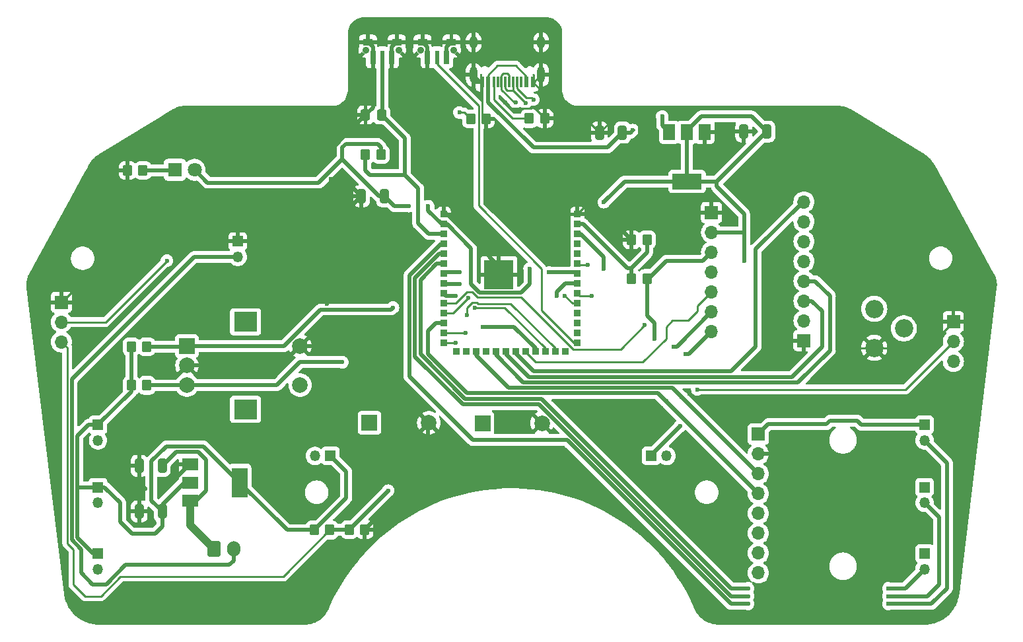
<source format=gbr>
%TF.GenerationSoftware,KiCad,Pcbnew,7.0.8*%
%TF.CreationDate,2023-10-07T23:20:30+02:00*%
%TF.ProjectId,FC_Wheel_PCB,46435f57-6865-4656-9c5f-5043422e6b69,rev?*%
%TF.SameCoordinates,Original*%
%TF.FileFunction,Copper,L1,Top*%
%TF.FilePolarity,Positive*%
%FSLAX46Y46*%
G04 Gerber Fmt 4.6, Leading zero omitted, Abs format (unit mm)*
G04 Created by KiCad (PCBNEW 7.0.8) date 2023-10-07 23:20:30*
%MOMM*%
%LPD*%
G01*
G04 APERTURE LIST*
G04 Aperture macros list*
%AMRoundRect*
0 Rectangle with rounded corners*
0 $1 Rounding radius*
0 $2 $3 $4 $5 $6 $7 $8 $9 X,Y pos of 4 corners*
0 Add a 4 corners polygon primitive as box body*
4,1,4,$2,$3,$4,$5,$6,$7,$8,$9,$2,$3,0*
0 Add four circle primitives for the rounded corners*
1,1,$1+$1,$2,$3*
1,1,$1+$1,$4,$5*
1,1,$1+$1,$6,$7*
1,1,$1+$1,$8,$9*
0 Add four rect primitives between the rounded corners*
20,1,$1+$1,$2,$3,$4,$5,0*
20,1,$1+$1,$4,$5,$6,$7,0*
20,1,$1+$1,$6,$7,$8,$9,0*
20,1,$1+$1,$8,$9,$2,$3,0*%
G04 Aperture macros list end*
%TA.AperFunction,ComponentPad*%
%ADD10R,1.700000X1.700000*%
%TD*%
%TA.AperFunction,ComponentPad*%
%ADD11O,1.700000X1.700000*%
%TD*%
%TA.AperFunction,SMDPad,CuDef*%
%ADD12RoundRect,0.250000X-0.325000X-0.650000X0.325000X-0.650000X0.325000X0.650000X-0.325000X0.650000X0*%
%TD*%
%TA.AperFunction,SMDPad,CuDef*%
%ADD13RoundRect,0.250000X0.350000X0.450000X-0.350000X0.450000X-0.350000X-0.450000X0.350000X-0.450000X0*%
%TD*%
%TA.AperFunction,ComponentPad*%
%ADD14R,1.350000X1.350000*%
%TD*%
%TA.AperFunction,ComponentPad*%
%ADD15O,1.350000X1.350000*%
%TD*%
%TA.AperFunction,ComponentPad*%
%ADD16R,1.800000X1.800000*%
%TD*%
%TA.AperFunction,ComponentPad*%
%ADD17C,1.800000*%
%TD*%
%TA.AperFunction,SMDPad,CuDef*%
%ADD18RoundRect,0.250000X-0.350000X-0.450000X0.350000X-0.450000X0.350000X0.450000X-0.350000X0.450000X0*%
%TD*%
%TA.AperFunction,SMDPad,CuDef*%
%ADD19R,0.750000X1.800000*%
%TD*%
%TA.AperFunction,SMDPad,CuDef*%
%ADD20R,0.600000X1.800000*%
%TD*%
%TA.AperFunction,ComponentPad*%
%ADD21C,0.900000*%
%TD*%
%TA.AperFunction,SMDPad,CuDef*%
%ADD22R,1.300000X0.900000*%
%TD*%
%TA.AperFunction,SMDPad,CuDef*%
%ADD23R,1.500000X2.000000*%
%TD*%
%TA.AperFunction,SMDPad,CuDef*%
%ADD24R,3.800000X2.000000*%
%TD*%
%TA.AperFunction,ComponentPad*%
%ADD25RoundRect,0.250000X-0.600000X-0.750000X0.600000X-0.750000X0.600000X0.750000X-0.600000X0.750000X0*%
%TD*%
%TA.AperFunction,ComponentPad*%
%ADD26O,1.700000X2.000000*%
%TD*%
%TA.AperFunction,SMDPad,CuDef*%
%ADD27R,0.838200X0.889000*%
%TD*%
%TA.AperFunction,SMDPad,CuDef*%
%ADD28R,0.889000X0.838200*%
%TD*%
%TA.AperFunction,SMDPad,CuDef*%
%ADD29R,3.708400X3.708400*%
%TD*%
%TA.AperFunction,ComponentPad*%
%ADD30R,2.000000X2.000000*%
%TD*%
%TA.AperFunction,ComponentPad*%
%ADD31C,2.000000*%
%TD*%
%TA.AperFunction,ComponentPad*%
%ADD32R,3.000000X2.500000*%
%TD*%
%TA.AperFunction,ComponentPad*%
%ADD33O,1.000000X1.600000*%
%TD*%
%TA.AperFunction,ComponentPad*%
%ADD34O,1.000000X2.100000*%
%TD*%
%TA.AperFunction,SMDPad,CuDef*%
%ADD35R,0.600000X1.450000*%
%TD*%
%TA.AperFunction,SMDPad,CuDef*%
%ADD36R,0.300000X1.450000*%
%TD*%
%TA.AperFunction,SMDPad,CuDef*%
%ADD37RoundRect,0.250000X-0.337500X-0.475000X0.337500X-0.475000X0.337500X0.475000X-0.337500X0.475000X0*%
%TD*%
%TA.AperFunction,SMDPad,CuDef*%
%ADD38R,2.000000X1.500000*%
%TD*%
%TA.AperFunction,SMDPad,CuDef*%
%ADD39R,2.000000X3.800000*%
%TD*%
%TA.AperFunction,ComponentPad*%
%ADD40C,2.340000*%
%TD*%
%TA.AperFunction,ViaPad*%
%ADD41C,0.600000*%
%TD*%
%TA.AperFunction,Conductor*%
%ADD42C,0.500000*%
%TD*%
%TA.AperFunction,Conductor*%
%ADD43C,0.250000*%
%TD*%
%TA.AperFunction,Conductor*%
%ADD44C,1.000000*%
%TD*%
G04 APERTURE END LIST*
D10*
%TO.P,J6,1,Pin_1*%
%TO.N,Earth*%
X156325000Y-91825000D03*
D11*
%TO.P,J6,2,Pin_2*%
%TO.N,+3V3*%
X156325000Y-94365000D03*
%TO.P,J6,3,Pin_3*%
%TO.N,VCC*%
X156325000Y-96905000D03*
%TO.P,J6,4,Pin_4*%
%TO.N,/IO42*%
X156325000Y-99445000D03*
%TO.P,J6,5,Pin_5*%
%TO.N,/IO14*%
X156325000Y-101985000D03*
%TO.P,J6,6,Pin_6*%
%TO.N,/SDA*%
X156325000Y-104525000D03*
%TO.P,J6,7,Pin_7*%
%TO.N,/SCL*%
X156325000Y-107065000D03*
%TD*%
D12*
%TO.P,C5,1*%
%TO.N,Earth*%
X141950000Y-81585000D03*
%TO.P,C5,2*%
%TO.N,+5V*%
X144900000Y-81585000D03*
%TD*%
D13*
%TO.P,R_bat1,1*%
%TO.N,VCC*%
X148065000Y-100275000D03*
%TO.P,R_bat1,2*%
%TO.N,/bat_level*%
X146065000Y-100275000D03*
%TD*%
D14*
%TO.P,BTN5,1,A*%
%TO.N,+3V3*%
X77675000Y-127025000D03*
D15*
%TO.P,BTN5,2,B*%
%TO.N,/BTN5*%
X77675000Y-129025000D03*
%TD*%
D16*
%TO.P,D1,1,K*%
%TO.N,Net-(D1-K)*%
X87520000Y-86340000D03*
D17*
%TO.P,D1,2,A*%
%TO.N,+3V3*%
X90060000Y-86340000D03*
%TD*%
D14*
%TO.P,PADDLE2,1,A*%
%TO.N,+3V3*%
X148575000Y-123025000D03*
D15*
%TO.P,PADDLE2,2,B*%
%TO.N,/L_PADDLE*%
X150575000Y-123025000D03*
%TD*%
D18*
%TO.P,R10,1*%
%TO.N,/EN*%
X111935000Y-84375000D03*
%TO.P,R10,2*%
%TO.N,+3V3*%
X113935000Y-84375000D03*
%TD*%
D19*
%TO.P,S1,1,COM_1*%
%TO.N,Earth*%
X122350000Y-71926000D03*
D20*
%TO.P,S1,2,NO*%
%TO.N,/IO0*%
X121125000Y-71926000D03*
D19*
%TO.P,S1,3,COM_2*%
%TO.N,Earth*%
X119900000Y-71926000D03*
D21*
%TO.P,S1,MH1,MH1*%
X123250000Y-71025000D03*
%TO.P,S1,MH2,MH2*%
X119000000Y-71025000D03*
D22*
%TO.P,S1,MP1,MP1*%
X122975000Y-69975000D03*
%TO.P,S1,MP2,MP2*%
X119275000Y-69975000D03*
%TD*%
D12*
%TO.P,C7,1*%
%TO.N,Earth*%
X82950000Y-124285000D03*
%TO.P,C7,2*%
%TO.N,VCC*%
X85900000Y-124285000D03*
%TD*%
D23*
%TO.P,U6,1,GND*%
%TO.N,Earth*%
X155475000Y-81535000D03*
%TO.P,U6,2,VO*%
%TO.N,+3V3*%
X153175000Y-81535000D03*
D24*
X153175000Y-87835000D03*
D23*
%TO.P,U6,3,VI*%
%TO.N,+5V*%
X150875000Y-81535000D03*
%TD*%
D14*
%TO.P,BTN6,1,A*%
%TO.N,+3V3*%
X77675000Y-135525000D03*
D15*
%TO.P,BTN6,2,B*%
%TO.N,/BTN6*%
X77675000Y-137525000D03*
%TD*%
D25*
%TO.P,BT1,1,+*%
%TO.N,VCC*%
X92575000Y-134935000D03*
D26*
%TO.P,BT1,2,-*%
%TO.N,Net-(BT1--)*%
X95075000Y-134935000D03*
%TD*%
D10*
%TO.P,J2,1,Pin_1*%
%TO.N,Earth*%
X168175000Y-108235000D03*
D11*
%TO.P,J2,2,Pin_2*%
%TO.N,+3V3*%
X168175000Y-105695000D03*
%TO.P,J2,3,Pin_3*%
%TO.N,/SCK*%
X168175000Y-103155000D03*
%TO.P,J2,4,Pin_4*%
%TO.N,/MOSI*%
X168175000Y-100615000D03*
%TO.P,J2,5,Pin_5*%
%TO.N,unconnected-(J2-Pin_5-Pad5)*%
X168175000Y-98075000D03*
%TO.P,J2,6,Pin_6*%
%TO.N,unconnected-(J2-Pin_6-Pad6)*%
X168175000Y-95535000D03*
%TO.P,J2,7,Pin_7*%
%TO.N,unconnected-(J2-Pin_7-Pad7)*%
X168175000Y-92995000D03*
%TO.P,J2,8,Pin_8*%
%TO.N,/MISO*%
X168175000Y-90455000D03*
%TD*%
D18*
%TO.P,R12,1*%
%TO.N,Net-(J1-CC2)*%
X132935000Y-79775000D03*
%TO.P,R12,2*%
%TO.N,Earth*%
X134935000Y-79775000D03*
%TD*%
D12*
%TO.P,C2,1*%
%TO.N,Earth*%
X111450000Y-89735000D03*
%TO.P,C2,2*%
%TO.N,+3V3*%
X114400000Y-89735000D03*
%TD*%
D14*
%TO.P,BTN3,1,A*%
%TO.N,+3V3*%
X183625000Y-135525000D03*
D15*
%TO.P,BTN3,2,B*%
%TO.N,/BTN3*%
X183625000Y-137525000D03*
%TD*%
D13*
%TO.P,R2,1*%
%TO.N,/ENC_B*%
X83935000Y-113975000D03*
%TO.P,R2,2*%
%TO.N,+3V3*%
X81935000Y-113975000D03*
%TD*%
D14*
%TO.P,PADDLE1,1,A*%
%TO.N,+3V3*%
X107475000Y-123025000D03*
D15*
%TO.P,PADDLE1,2,B*%
%TO.N,/R_PADDLE*%
X105475000Y-123025000D03*
%TD*%
D18*
%TO.P,R9,1*%
%TO.N,Earth*%
X81435000Y-86425000D03*
%TO.P,R9,2*%
%TO.N,Net-(D1-K)*%
X83435000Y-86425000D03*
%TD*%
D13*
%TO.P,R1,1*%
%TO.N,/ENC_A*%
X83935000Y-109025000D03*
%TO.P,R1,2*%
%TO.N,+3V3*%
X81935000Y-109025000D03*
%TD*%
D14*
%TO.P,BTN4,1,A*%
%TO.N,+3V3*%
X77675000Y-119025000D03*
D15*
%TO.P,BTN4,2,B*%
%TO.N,/BTN4*%
X77675000Y-121025000D03*
%TD*%
D14*
%TO.P,BTN2,1,A*%
%TO.N,+3V3*%
X183625000Y-127025000D03*
D15*
%TO.P,BTN2,2,B*%
%TO.N,/BTN2*%
X183625000Y-129025000D03*
%TD*%
D14*
%TO.P,BTN1,1,A*%
%TO.N,+3V3*%
X183625000Y-119025000D03*
D15*
%TO.P,BTN1,2,B*%
%TO.N,/BTN1*%
X183625000Y-121025000D03*
%TD*%
D27*
%TO.P,U2,1,GND*%
%TO.N,Earth*%
X121977100Y-92054300D03*
%TO.P,U2,2,3V3*%
%TO.N,+3V3*%
X121977100Y-93324300D03*
%TO.P,U2,3,EN*%
%TO.N,/EN*%
X121977100Y-94594300D03*
%TO.P,U2,4,IO4*%
%TO.N,/BTN1*%
X121977100Y-95864300D03*
%TO.P,U2,5,IO5*%
%TO.N,/BTN2*%
X121977100Y-97134300D03*
%TO.P,U2,6,IO6*%
%TO.N,/BTN3*%
X121977100Y-98404300D03*
%TO.P,U2,7,IO7*%
%TO.N,/BTN4*%
X121977100Y-99674300D03*
%TO.P,U2,8,IO15*%
%TO.N,/BTN5*%
X121977100Y-100944300D03*
%TO.P,U2,9,IO16*%
%TO.N,/BTN6*%
X121977100Y-102214300D03*
%TO.P,U2,10,IO17*%
%TO.N,/L_TRIGGER*%
X121977100Y-103484300D03*
%TO.P,U2,11,IO18*%
%TO.N,/R_TRIGGER*%
X121977100Y-104754300D03*
%TO.P,U2,12,IO8*%
%TO.N,/SDA*%
X121977100Y-106024300D03*
%TO.P,U2,13,IO19*%
%TO.N,/USB_D-*%
X121977100Y-107294300D03*
%TO.P,U2,14,IO20*%
%TO.N,/USB_D+*%
X121977100Y-108564300D03*
D28*
%TO.P,U2,15,IO3*%
%TO.N,unconnected-(U2-IO3-Pad15)*%
X123573000Y-109638900D03*
%TO.P,U2,16,IO46*%
%TO.N,unconnected-(U2-IO46-Pad16)*%
X124843000Y-109638900D03*
%TO.P,U2,17,IO9*%
%TO.N,/SCL*%
X126113000Y-109638900D03*
%TO.P,U2,18,IO10*%
%TO.N,/SS*%
X127383000Y-109638900D03*
%TO.P,U2,19,IO11*%
%TO.N,/MOSI*%
X128653000Y-109638900D03*
%TO.P,U2,20,IO12*%
%TO.N,/SCK*%
X129923000Y-109638900D03*
%TO.P,U2,21,IO13*%
%TO.N,/MISO*%
X131193000Y-109638900D03*
%TO.P,U2,22,IO14*%
%TO.N,/IO14*%
X132463000Y-109638900D03*
%TO.P,U2,23,IO21*%
%TO.N,/ENC_SW*%
X133733000Y-109638900D03*
%TO.P,U2,24,IO47*%
%TO.N,/ENC_A*%
X135003000Y-109638900D03*
%TO.P,U2,25,IO48*%
%TO.N,/ENC_B*%
X136273000Y-109638900D03*
%TO.P,U2,26,IO45*%
%TO.N,unconnected-(U2-IO45-Pad26)*%
X137543000Y-109638900D03*
D27*
%TO.P,U2,27,IO0*%
%TO.N,/IO0*%
X139138900Y-108564300D03*
%TO.P,U2,28,IO35*%
%TO.N,unconnected-(U2-IO35-Pad28)*%
X139138900Y-107294300D03*
%TO.P,U2,29,IO36*%
%TO.N,unconnected-(U2-IO36-Pad29)*%
X139138900Y-106024300D03*
%TO.P,U2,30,IO37*%
%TO.N,unconnected-(U2-IO37-Pad30)*%
X139138900Y-104754300D03*
%TO.P,U2,31,IO38*%
%TO.N,/R_PADDLE*%
X139138900Y-103484300D03*
%TO.P,U2,32,IO39*%
%TO.N,/L_PADDLE*%
X139138900Y-102214300D03*
%TO.P,U2,33,IO40*%
%TO.N,/BUZZER_PIN1*%
X139138900Y-100944300D03*
%TO.P,U2,34,IO41*%
%TO.N,/BUZZER_PIN2*%
X139138900Y-99674300D03*
%TO.P,U2,35,IO42*%
%TO.N,/IO42*%
X139138900Y-98404300D03*
%TO.P,U2,36,RXD0*%
%TO.N,unconnected-(U2-RXD0-Pad36)*%
X139138900Y-97134300D03*
%TO.P,U2,37,TXD0*%
%TO.N,unconnected-(U2-TXD0-Pad37)*%
X139138900Y-95864300D03*
%TO.P,U2,38,IO2*%
%TO.N,/Volume_pot*%
X139138900Y-94594300D03*
%TO.P,U2,39,IO1*%
%TO.N,/bat_level*%
X139138900Y-93324300D03*
%TO.P,U2,40,GND*%
%TO.N,Earth*%
X139138900Y-92054300D03*
D29*
%TO.P,U2,41,GND*%
X129062301Y-99768800D03*
%TD*%
D12*
%TO.P,C9,1*%
%TO.N,Earth*%
X82950000Y-130135000D03*
%TO.P,C9,2*%
%TO.N,+3V3*%
X85900000Y-130135000D03*
%TD*%
D10*
%TO.P,J4,1,Pin_1*%
%TO.N,Earth*%
X187325000Y-105825000D03*
D11*
%TO.P,J4,2,Pin_2*%
%TO.N,/L_TRIGGER*%
X187325000Y-108365000D03*
%TO.P,J4,3,Pin_3*%
%TO.N,+3V0*%
X187325000Y-110905000D03*
%TD*%
D30*
%TO.P,BZ2,1,-*%
%TO.N,/BUZZER_PIN2*%
X126975000Y-118825000D03*
D31*
%TO.P,BZ2,2,+*%
%TO.N,Earth*%
X134575000Y-118825000D03*
%TD*%
%TO.P,SW10,S2,S2*%
%TO.N,/ENC_SW*%
X103575000Y-113935000D03*
%TO.P,SW10,S1,S1*%
%TO.N,Earth*%
X103575000Y-108935000D03*
D32*
%TO.P,SW10,MP*%
%TO.N,N/C*%
X96575000Y-117035000D03*
X96575000Y-105835000D03*
D31*
%TO.P,SW10,C,C*%
%TO.N,Earth*%
X89075000Y-111435000D03*
%TO.P,SW10,B,B*%
%TO.N,/ENC_B*%
X89075000Y-113935000D03*
D30*
%TO.P,SW10,A,A*%
%TO.N,/ENC_A*%
X89075000Y-108935000D03*
%TD*%
D10*
%TO.P,J3,1,Pin_1*%
%TO.N,+3V3*%
X162325000Y-120235000D03*
D11*
%TO.P,J3,2,Pin_2*%
%TO.N,Earth*%
X162325000Y-122775000D03*
%TO.P,J3,3,Pin_3*%
%TO.N,/SCL*%
X162325000Y-125315000D03*
%TO.P,J3,4,Pin_4*%
%TO.N,/SDA*%
X162325000Y-127855000D03*
%TO.P,J3,5,Pin_5*%
%TO.N,unconnected-(J3-Pin_5-Pad5)*%
X162325000Y-130395000D03*
%TO.P,J3,6,Pin_6*%
%TO.N,unconnected-(J3-Pin_6-Pad6)*%
X162325000Y-132935000D03*
%TO.P,J3,7,Pin_7*%
%TO.N,unconnected-(J3-Pin_7-Pad7)*%
X162325000Y-135475000D03*
%TO.P,J3,8,Pin_8*%
%TO.N,unconnected-(J3-Pin_8-Pad8)*%
X162325000Y-138015000D03*
%TD*%
D33*
%TO.P,J1,S1,SHIELD*%
%TO.N,Earth*%
X125835000Y-69995000D03*
D34*
X125835000Y-74175000D03*
D33*
X134475000Y-69995000D03*
D34*
X134475000Y-74175000D03*
D35*
%TO.P,J1,B12,GND*%
X133405000Y-75090000D03*
%TO.P,J1,B9,VBUS*%
%TO.N,+5V*%
X132605000Y-75090000D03*
D36*
%TO.P,J1,B8,SBU2*%
%TO.N,unconnected-(J1-SBU2-PadB8)*%
X131905000Y-75090000D03*
%TO.P,J1,B7,D-*%
%TO.N,/USB_D-*%
X130905000Y-75090000D03*
%TO.P,J1,B6,D+*%
%TO.N,/USB_D+*%
X129405000Y-75090000D03*
%TO.P,J1,B5,CC2*%
%TO.N,Net-(J1-CC2)*%
X128405000Y-75090000D03*
D35*
%TO.P,J1,B4,VBUS*%
%TO.N,+5V*%
X127705000Y-75090000D03*
%TO.P,J1,B1,GND*%
%TO.N,Earth*%
X126905000Y-75090000D03*
%TO.P,J1,A12,GND*%
X126905000Y-75090000D03*
%TO.P,J1,A9,VBUS*%
%TO.N,+5V*%
X127705000Y-75090000D03*
D36*
%TO.P,J1,A8,SBU1*%
%TO.N,unconnected-(J1-SBU1-PadA8)*%
X128905000Y-75090000D03*
%TO.P,J1,A7,D-*%
%TO.N,/USB_D-*%
X129905000Y-75090000D03*
%TO.P,J1,A6,D+*%
%TO.N,/USB_D+*%
X130405000Y-75090000D03*
%TO.P,J1,A5,CC1*%
%TO.N,Net-(J1-CC1)*%
X131405000Y-75090000D03*
D35*
%TO.P,J1,A4,VBUS*%
%TO.N,+5V*%
X132605000Y-75090000D03*
%TO.P,J1,A1,GND*%
%TO.N,Earth*%
X133405000Y-75090000D03*
%TD*%
D37*
%TO.P,C8,1*%
%TO.N,Earth*%
X111967500Y-79315000D03*
%TO.P,C8,2*%
%TO.N,/EN*%
X114042500Y-79315000D03*
%TD*%
D13*
%TO.P,R_bat2,1*%
%TO.N,/bat_level*%
X148065000Y-95325000D03*
%TO.P,R_bat2,2*%
%TO.N,Earth*%
X146065000Y-95325000D03*
%TD*%
D19*
%TO.P,S2,1,COM_1*%
%TO.N,Earth*%
X115350000Y-71927000D03*
D20*
%TO.P,S2,2,NO*%
%TO.N,/EN*%
X114125000Y-71927000D03*
D19*
%TO.P,S2,3,COM_2*%
%TO.N,Earth*%
X112900000Y-71927000D03*
D21*
%TO.P,S2,MH1,MH1*%
X116250000Y-71026000D03*
%TO.P,S2,MH2,MH2*%
X112000000Y-71026000D03*
D22*
%TO.P,S2,MP1,MP1*%
X115975000Y-69976000D03*
%TO.P,S2,MP2,MP2*%
X112275000Y-69976000D03*
%TD*%
D12*
%TO.P,C6,1*%
%TO.N,Earth*%
X160450000Y-81435000D03*
%TO.P,C6,2*%
%TO.N,+3V3*%
X163400000Y-81435000D03*
%TD*%
D30*
%TO.P,BZ1,1,-*%
%TO.N,/BUZZER_PIN1*%
X112475000Y-118775000D03*
D31*
%TO.P,BZ1,2,+*%
%TO.N,Earth*%
X120075000Y-118775000D03*
%TD*%
D38*
%TO.P,U7,1,GND*%
%TO.N,Earth*%
X89525000Y-124135000D03*
%TO.P,U7,2,VO*%
%TO.N,+3V3*%
X89525000Y-126435000D03*
D39*
X95825000Y-126435000D03*
D38*
%TO.P,U7,3,VI*%
%TO.N,VCC*%
X89525000Y-128735000D03*
%TD*%
D10*
%TO.P,J5,1,Pin_1*%
%TO.N,Earth*%
X72975000Y-103325000D03*
D11*
%TO.P,J5,2,Pin_2*%
%TO.N,/R_TRIGGER*%
X72975000Y-105865000D03*
%TO.P,J5,3,Pin_3*%
%TO.N,+3V0*%
X72975000Y-108405000D03*
%TD*%
D18*
%TO.P,R4,1*%
%TO.N,+3V0*%
X109875000Y-132475000D03*
%TO.P,R4,2*%
%TO.N,Earth*%
X111875000Y-132475000D03*
%TD*%
%TO.P,R11,1*%
%TO.N,Net-(J1-CC1)*%
X125435000Y-79825000D03*
%TO.P,R11,2*%
%TO.N,Earth*%
X127435000Y-79825000D03*
%TD*%
D15*
%TO.P,SW3,2,B*%
%TO.N,Net-(BT1--)*%
X95575000Y-97525000D03*
D14*
%TO.P,SW3,1,A*%
%TO.N,Earth*%
X95575000Y-95525000D03*
%TD*%
D18*
%TO.P,R3,1*%
%TO.N,+3V3*%
X105375000Y-132525000D03*
%TO.P,R3,2*%
%TO.N,+3V0*%
X107375000Y-132525000D03*
%TD*%
D40*
%TO.P,Volume1,1,1*%
%TO.N,+3V3*%
X177185000Y-104175000D03*
%TO.P,Volume1,2,2*%
%TO.N,/Volume_pot*%
X180985000Y-106675000D03*
%TO.P,Volume1,3,3*%
%TO.N,Earth*%
X177185000Y-109175000D03*
%TD*%
D41*
%TO.N,/IO42*%
X140500000Y-98500000D03*
%TO.N,/SDA*%
X150500000Y-116000000D03*
%TO.N,/SCL*%
X152500000Y-115500000D03*
X153000000Y-110000000D03*
%TO.N,/SDA*%
X151500000Y-109000000D03*
%TO.N,VCC*%
X149000000Y-108000000D03*
%TO.N,/BUZZER_PIN1*%
X136500000Y-102500000D03*
%TO.N,/BUZZER_PIN2*%
X135500000Y-99500000D03*
%TO.N,/R_PADDLE*%
X137500000Y-102500000D03*
%TO.N,+3V3*%
X152277978Y-119219216D03*
X142500000Y-90500000D03*
X160500000Y-98000000D03*
X120000000Y-91000000D03*
X133000000Y-99000000D03*
X117500000Y-91000000D03*
%TO.N,+5V*%
X146257719Y-81251514D03*
X150000000Y-79500000D03*
%TO.N,Net-(J1-CC1)*%
X124000000Y-79000000D03*
X133500000Y-77356183D03*
%TO.N,/USB_D+*%
X123500000Y-108500000D03*
X131197262Y-77698294D03*
%TO.N,/USB_D-*%
X132488142Y-77748233D03*
X124767658Y-107232341D03*
%TO.N,Earth*%
X126000000Y-92500000D03*
X107000000Y-103500000D03*
X137500000Y-116000000D03*
X83738804Y-127237695D03*
X120000000Y-122000000D03*
X127500000Y-86500000D03*
X150250000Y-118750000D03*
X129853746Y-77719275D03*
X162000000Y-86000000D03*
X158500000Y-83500000D03*
X107500000Y-84500000D03*
X173000000Y-107000000D03*
X87500000Y-126000000D03*
X107500000Y-87500000D03*
%TO.N,/ENC_A*%
X115500000Y-104000000D03*
X126000000Y-104000000D03*
%TO.N,/ENC_B*%
X125000000Y-105000000D03*
X109000000Y-111000000D03*
%TO.N,/BTN1*%
X161000000Y-142000000D03*
X179000000Y-142000000D03*
%TO.N,/BTN4*%
X124000000Y-99500000D03*
%TO.N,/BTN2*%
X161000000Y-141000000D03*
X179000000Y-141000000D03*
%TO.N,/BTN5*%
X124000000Y-101000000D03*
%TO.N,/BTN3*%
X161000000Y-140000000D03*
X179000000Y-140000000D03*
%TO.N,/BTN6*%
X123500000Y-102500000D03*
%TO.N,/ENC_SW*%
X127000000Y-106500000D03*
%TO.N,/L_PADDLE*%
X141000000Y-102500000D03*
%TO.N,+3V0*%
X114865908Y-127474522D03*
%TO.N,/L_TRIGGER*%
X147764791Y-106259538D03*
X154500000Y-114500000D03*
%TO.N,/R_TRIGGER*%
X86500000Y-98000000D03*
X125171235Y-102769139D03*
%TO.N,/Volume_pot*%
X142500000Y-99000000D03*
%TD*%
D42*
%TO.N,/MISO*%
X131193000Y-109868896D02*
X131193000Y-109638900D01*
X133524104Y-112200000D02*
X131193000Y-109868896D01*
X168175000Y-90455000D02*
X168045000Y-90455000D01*
X168045000Y-90455000D02*
X162000000Y-96500000D01*
X162000000Y-96500000D02*
X162000000Y-109000000D01*
X162000000Y-109000000D02*
X158800000Y-112200000D01*
X158800000Y-112200000D02*
X133524104Y-112200000D01*
D43*
%TO.N,/IO42*%
X139234600Y-98500000D02*
X139138900Y-98404300D01*
X140500000Y-98500000D02*
X139234600Y-98500000D01*
%TO.N,/IO14*%
X132463000Y-109692120D02*
X132463000Y-109638900D01*
X133770880Y-111000000D02*
X132463000Y-109692120D01*
X150500000Y-106500000D02*
X150500000Y-108000000D01*
X151312546Y-105687454D02*
X150500000Y-106500000D01*
X154500000Y-103810000D02*
X154500000Y-104500000D01*
X154500000Y-104500000D02*
X153312546Y-105687454D01*
X153312546Y-105687454D02*
X151312546Y-105687454D01*
X156325000Y-101985000D02*
X154500000Y-103810000D01*
X150500000Y-108000000D02*
X147500000Y-111000000D01*
X147500000Y-111000000D02*
X133770880Y-111000000D01*
D42*
%TO.N,/SCK*%
X170500000Y-104500000D02*
X169155000Y-103155000D01*
X170500000Y-109000000D02*
X170500000Y-104500000D01*
X166600000Y-112900000D02*
X170500000Y-109000000D01*
X129923000Y-109923000D02*
X132900000Y-112900000D01*
X169155000Y-103155000D02*
X168175000Y-103155000D01*
X129923000Y-109638900D02*
X129923000Y-109923000D01*
X132900000Y-112900000D02*
X166600000Y-112900000D01*
%TO.N,/MOSI*%
X169615000Y-100615000D02*
X168175000Y-100615000D01*
X171500000Y-102500000D02*
X169615000Y-100615000D01*
X167400000Y-113600000D02*
X171500000Y-109500000D01*
X132195000Y-113600000D02*
X167400000Y-113600000D01*
X128653000Y-110058000D02*
X132195000Y-113600000D01*
X128653000Y-109638900D02*
X128653000Y-110058000D01*
X171500000Y-109500000D02*
X171500000Y-102500000D01*
%TO.N,/SCL*%
X130300000Y-114300000D02*
X126113000Y-110113000D01*
X151310000Y-114300000D02*
X130300000Y-114300000D01*
X152500000Y-115490000D02*
X151310000Y-114300000D01*
X152500000Y-115500000D02*
X152500000Y-115490000D01*
X126113000Y-110113000D02*
X126113000Y-109638900D01*
%TO.N,/BUZZER_PIN1*%
X136500000Y-102500000D02*
X136500000Y-102000000D01*
X136500000Y-102000000D02*
X137555700Y-100944300D01*
X137555700Y-100944300D02*
X139138900Y-100944300D01*
%TO.N,VCC*%
X149000000Y-108000000D02*
X149000000Y-106000000D01*
X149000000Y-106000000D02*
X148065000Y-105065000D01*
X148065000Y-105065000D02*
X148065000Y-100275000D01*
%TO.N,/SDA*%
X150470000Y-116000000D02*
X149470000Y-115000000D01*
X150500000Y-116000000D02*
X150470000Y-116000000D01*
X150500000Y-116030000D02*
X150500000Y-116000000D01*
%TO.N,/SCL*%
X152510000Y-115500000D02*
X152500000Y-115500000D01*
X153390000Y-110000000D02*
X153000000Y-110000000D01*
X156325000Y-107065000D02*
X153390000Y-110000000D01*
%TO.N,/SDA*%
X151850000Y-109000000D02*
X151500000Y-109000000D01*
X156325000Y-104525000D02*
X151850000Y-109000000D01*
%TO.N,VCC*%
X148225000Y-100275000D02*
X148065000Y-100275000D01*
X150500000Y-98000000D02*
X148225000Y-100275000D01*
X155230000Y-98000000D02*
X150500000Y-98000000D01*
X156325000Y-96905000D02*
X155230000Y-98000000D01*
%TO.N,+3V3*%
X160365000Y-94365000D02*
X156325000Y-94365000D01*
X160500000Y-94500000D02*
X160365000Y-94365000D01*
X160500000Y-94500000D02*
X160500000Y-92000000D01*
X160500000Y-98000000D02*
X160500000Y-94500000D01*
X160500000Y-92000000D02*
X157000000Y-88500000D01*
X157000000Y-88500000D02*
X157000000Y-87835000D01*
%TO.N,VCC*%
X91500000Y-123500000D02*
X91500000Y-127525000D01*
D44*
X89525000Y-128735000D02*
X89525000Y-131885000D01*
D42*
X87685000Y-122500000D02*
X90500000Y-122500000D01*
X90500000Y-122500000D02*
X91500000Y-123500000D01*
X91500000Y-127525000D02*
X90290000Y-128735000D01*
X90290000Y-128735000D02*
X89525000Y-128735000D01*
D44*
X89525000Y-131885000D02*
X92575000Y-134935000D01*
D42*
X85900000Y-124285000D02*
X87685000Y-122500000D01*
%TO.N,Net-(BT1--)*%
X75500000Y-134989949D02*
X74300000Y-133789949D01*
X77000000Y-139500000D02*
X75500000Y-138000000D01*
X74300000Y-113200000D02*
X89975000Y-97525000D01*
X81228078Y-137000000D02*
X78728078Y-139500000D01*
X74300000Y-133789949D02*
X74300000Y-113200000D01*
X78728078Y-139500000D02*
X77000000Y-139500000D01*
X95075000Y-136425000D02*
X94500000Y-137000000D01*
X95075000Y-134935000D02*
X95075000Y-136425000D01*
X75500000Y-138000000D02*
X75500000Y-134989949D01*
X94500000Y-137000000D02*
X81228078Y-137000000D01*
X89975000Y-97525000D02*
X95575000Y-97525000D01*
%TO.N,/BUZZER_PIN2*%
X138964600Y-99500000D02*
X139138900Y-99674300D01*
X135500000Y-99500000D02*
X138964600Y-99500000D01*
D43*
%TO.N,/R_PADDLE*%
X137500000Y-102500000D02*
X138484300Y-103484300D01*
X138484300Y-103484300D02*
X139138900Y-103484300D01*
D42*
%TO.N,+3V3*%
X109000000Y-85000000D02*
X113735000Y-89735000D01*
X171050728Y-118949272D02*
X171500000Y-118500000D01*
X75000000Y-127000000D02*
X75000000Y-120500000D01*
X113935000Y-84375000D02*
X113935000Y-83435000D01*
X78525000Y-127025000D02*
X80500000Y-129000000D01*
X113500000Y-83000000D02*
X109500000Y-83000000D01*
X75000000Y-133500000D02*
X75000000Y-127000000D01*
X85900000Y-132100000D02*
X85900000Y-130135000D01*
X161465000Y-79500000D02*
X155000000Y-79500000D01*
X80500000Y-131500000D02*
X82000000Y-133000000D01*
X85000000Y-133000000D02*
X85900000Y-132100000D01*
X81935000Y-114765000D02*
X77675000Y-119025000D01*
X113735000Y-89735000D02*
X114400000Y-89735000D01*
X88700000Y-126435000D02*
X89525000Y-126435000D01*
X115665000Y-91000000D02*
X117500000Y-91000000D01*
X109500000Y-125050000D02*
X109500000Y-128400000D01*
X152277978Y-119219216D02*
X152287254Y-119219216D01*
X171500000Y-118500000D02*
X175000000Y-118500000D01*
X84500000Y-123720050D02*
X84500000Y-128735000D01*
X114400000Y-89735000D02*
X115665000Y-91000000D01*
X95825000Y-126435000D02*
X91190000Y-121800000D01*
X153175000Y-81535000D02*
X153175000Y-87835000D01*
X113935000Y-83435000D02*
X113500000Y-83000000D01*
X109500000Y-83000000D02*
X109000000Y-83500000D01*
X82000000Y-133000000D02*
X85000000Y-133000000D01*
X75000000Y-120500000D02*
X76475000Y-119025000D01*
X91190000Y-121800000D02*
X86420050Y-121800000D01*
X153175000Y-87835000D02*
X145165000Y-87835000D01*
X155000000Y-79500000D02*
X153175000Y-81325000D01*
X120000000Y-91577196D02*
X121747104Y-93324300D01*
X109500000Y-128400000D02*
X105375000Y-132525000D01*
X120000000Y-91000000D02*
X120000000Y-91577196D01*
X84500000Y-128735000D02*
X85900000Y-130135000D01*
X77675000Y-135525000D02*
X77025000Y-135525000D01*
X81935000Y-109025000D02*
X81935000Y-113975000D01*
X122396200Y-93324300D02*
X121977100Y-93324300D01*
X163400000Y-81435000D02*
X157000000Y-87835000D01*
X109000000Y-83500000D02*
X109000000Y-85000000D01*
X125500000Y-101025648D02*
X125500000Y-96428100D01*
X163610728Y-118949272D02*
X171050728Y-118949272D01*
X80500000Y-129000000D02*
X80500000Y-131500000D01*
X148575000Y-122925000D02*
X148575000Y-123025000D01*
X175525000Y-119025000D02*
X183625000Y-119025000D01*
X77675000Y-127025000D02*
X78525000Y-127025000D01*
X105939339Y-88000000D02*
X108939339Y-85000000D01*
X76475000Y-119025000D02*
X77675000Y-119025000D01*
X163400000Y-81435000D02*
X161465000Y-79500000D01*
X175000000Y-118500000D02*
X175525000Y-119025000D01*
X152277978Y-119219216D02*
X152277978Y-119222022D01*
X162325000Y-120235000D02*
X163610728Y-118949272D01*
X152277978Y-119222022D02*
X148575000Y-122925000D01*
X108939339Y-85000000D02*
X109000000Y-85000000D01*
X157000000Y-87835000D02*
X153175000Y-87835000D01*
X131927000Y-102073000D02*
X126547352Y-102073000D01*
X101915000Y-132525000D02*
X95825000Y-126435000D01*
X81935000Y-113975000D02*
X81935000Y-114765000D01*
X86420050Y-121800000D02*
X84500000Y-123720050D01*
X133000000Y-101000000D02*
X131927000Y-102073000D01*
X91720000Y-88000000D02*
X105939339Y-88000000D01*
X153175000Y-81325000D02*
X153175000Y-81535000D01*
X125500000Y-96428100D02*
X122396200Y-93324300D01*
X77025000Y-135525000D02*
X75000000Y-133500000D01*
X77675000Y-127025000D02*
X75025000Y-127025000D01*
X85900000Y-129235000D02*
X88700000Y-126435000D01*
X145165000Y-87835000D02*
X142500000Y-90500000D01*
X105375000Y-132525000D02*
X101915000Y-132525000D01*
X90060000Y-86340000D02*
X91720000Y-88000000D01*
X121747104Y-93324300D02*
X121977100Y-93324300D01*
X107475000Y-123025000D02*
X109500000Y-125050000D01*
X75025000Y-127025000D02*
X75000000Y-127000000D01*
X85900000Y-130135000D02*
X85900000Y-129235000D01*
X152280784Y-119219216D02*
X152280784Y-119219216D01*
X126547352Y-102073000D02*
X125500000Y-101025648D01*
X133000000Y-99000000D02*
X133000000Y-101000000D01*
%TO.N,+5V*%
X144900000Y-81585000D02*
X145945981Y-81585000D01*
X127705000Y-75090000D02*
X127705000Y-77705000D01*
X150000000Y-80660000D02*
X150875000Y-81535000D01*
X145945981Y-81585000D02*
X146257719Y-81273262D01*
D43*
X132605000Y-74365000D02*
X131240000Y-73000000D01*
D42*
X146279467Y-81251514D02*
X146257719Y-81273262D01*
X133500000Y-83500000D02*
X142985000Y-83500000D01*
D43*
X131240000Y-73000000D02*
X128899949Y-73000000D01*
X128899949Y-73000000D02*
X127705000Y-74194949D01*
D42*
X142985000Y-83500000D02*
X144900000Y-81585000D01*
X146257719Y-81273262D02*
X146257719Y-81251514D01*
X127705000Y-77705000D02*
X133500000Y-83500000D01*
D43*
X127705000Y-74194949D02*
X127705000Y-75090000D01*
D42*
X146257719Y-81251514D02*
X146279467Y-81251514D01*
X150000000Y-79500000D02*
X150000000Y-80660000D01*
D43*
X132605000Y-75090000D02*
X132605000Y-74365000D01*
D42*
%TO.N,/EN*%
X118719800Y-88719800D02*
X118719800Y-93219800D01*
X118719800Y-93219800D02*
X120094300Y-94594300D01*
X111935000Y-84375000D02*
X111935000Y-86435000D01*
X114125000Y-79232500D02*
X114042500Y-79315000D01*
X117000000Y-87000000D02*
X118719800Y-88719800D01*
X112500000Y-87000000D02*
X117000000Y-87000000D01*
X117000000Y-82272500D02*
X117000000Y-87000000D01*
X114042500Y-79315000D02*
X117000000Y-82272500D01*
X111935000Y-86435000D02*
X112500000Y-87000000D01*
X114125000Y-71927000D02*
X114125000Y-79232500D01*
X120094300Y-94594300D02*
X121977100Y-94594300D01*
%TO.N,Net-(D1-K)*%
X87435000Y-86425000D02*
X87520000Y-86340000D01*
X83435000Y-86425000D02*
X87435000Y-86425000D01*
D43*
%TO.N,Net-(J1-CC1)*%
X133500000Y-77356183D02*
X133267050Y-77123233D01*
X132603613Y-77123233D02*
X131405000Y-75924620D01*
X131405000Y-75924620D02*
X131405000Y-75090000D01*
X133267050Y-77123233D02*
X132603613Y-77123233D01*
X124000000Y-79000000D02*
X124610000Y-79000000D01*
X124610000Y-79000000D02*
X125435000Y-79825000D01*
%TO.N,/USB_D+*%
X131042278Y-77698294D02*
X129405000Y-76061016D01*
X129405000Y-74255380D02*
X129660380Y-74000000D01*
X122041400Y-108500000D02*
X121977100Y-108564300D01*
X131197262Y-77698294D02*
X131042278Y-77698294D01*
X129405000Y-76061016D02*
X129405000Y-75090000D01*
X130405000Y-74255380D02*
X130405000Y-75090000D01*
X129660380Y-74000000D02*
X130149620Y-74000000D01*
X129405000Y-75090000D02*
X129405000Y-74255380D01*
X123500000Y-108500000D02*
X122041400Y-108500000D01*
X130149620Y-74000000D02*
X130405000Y-74255380D01*
%TO.N,/USB_D-*%
X130120380Y-76140000D02*
X130860000Y-76140000D01*
X130905000Y-76165091D02*
X130905000Y-76095000D01*
X132488142Y-77748233D02*
X130905000Y-76165091D01*
X124705699Y-107294300D02*
X121977100Y-107294300D01*
X129905000Y-75924620D02*
X130120380Y-76140000D01*
X130860000Y-76140000D02*
X130905000Y-76095000D01*
X129905000Y-75090000D02*
X129905000Y-75924620D01*
X124767658Y-107232341D02*
X124705699Y-107294300D01*
X130905000Y-76095000D02*
X130905000Y-75090000D01*
%TO.N,Net-(J1-CC2)*%
X132935000Y-79775000D02*
X130775000Y-79775000D01*
X130775000Y-79775000D02*
X128405000Y-77405000D01*
X128405000Y-77405000D02*
X128405000Y-75090000D01*
D42*
%TO.N,Earth*%
X87500000Y-126000000D02*
X89365000Y-124135000D01*
X109215000Y-87500000D02*
X107500000Y-87500000D01*
D43*
X141950000Y-81585000D02*
X144035000Y-79500000D01*
D42*
X142794300Y-92054300D02*
X139138900Y-92054300D01*
X124420950Y-94079050D02*
X126000000Y-92500000D01*
X101075000Y-111435000D02*
X103575000Y-108935000D01*
D43*
X80050000Y-101500000D02*
X86025000Y-95525000D01*
D42*
X122396200Y-92054300D02*
X124420950Y-94079050D01*
D43*
X187325000Y-105825000D02*
X183975000Y-109175000D01*
X175175000Y-109175000D02*
X177185000Y-109175000D01*
D42*
X107500000Y-83782500D02*
X107500000Y-84500000D01*
D43*
X74800000Y-101500000D02*
X80050000Y-101500000D01*
X135407500Y-77092500D02*
X134255000Y-78245000D01*
D42*
X103575000Y-108935000D02*
X110235000Y-108935000D01*
D43*
X127435000Y-79825000D02*
X126905000Y-79295000D01*
D42*
X110235000Y-108935000D02*
X120075000Y-118775000D01*
X111967500Y-79315000D02*
X107500000Y-83782500D01*
D43*
X133405000Y-78245000D02*
X134935000Y-79775000D01*
X72975000Y-103325000D02*
X74800000Y-101500000D01*
X144035000Y-79500000D02*
X146000000Y-79500000D01*
D42*
X83501109Y-127000000D02*
X83738804Y-127237695D01*
X112900000Y-71927000D02*
X112900000Y-78382500D01*
D43*
X133560000Y-75090000D02*
X134475000Y-74175000D01*
D42*
X127500000Y-86500000D02*
X127435000Y-86435000D01*
X89365000Y-124135000D02*
X89525000Y-124135000D01*
X120000000Y-124350000D02*
X120000000Y-122000000D01*
X124420950Y-94079050D02*
X129062301Y-98720401D01*
X119275000Y-69975000D02*
X122975000Y-69975000D01*
X89075000Y-111435000D02*
X101075000Y-111435000D01*
D43*
X183975000Y-109175000D02*
X177185000Y-109175000D01*
D42*
X82950000Y-130135000D02*
X82950000Y-127000000D01*
X156000000Y-81500000D02*
X155935000Y-81435000D01*
D43*
X146000000Y-79500000D02*
X147000000Y-80500000D01*
D42*
X105660000Y-95525000D02*
X95575000Y-95525000D01*
X155935000Y-81435000D02*
X155575000Y-81435000D01*
X147500000Y-116000000D02*
X137500000Y-116000000D01*
D43*
X126905000Y-79295000D02*
X126905000Y-75090000D01*
D42*
X127435000Y-86435000D02*
X127435000Y-79825000D01*
X111450000Y-89735000D02*
X105842500Y-95342500D01*
D43*
X134475000Y-69995000D02*
X134475000Y-74175000D01*
D42*
X115350000Y-71927000D02*
X115350000Y-70601000D01*
D43*
X126905000Y-75090000D02*
X126750000Y-75090000D01*
D42*
X129062301Y-98720401D02*
X129062301Y-99768800D01*
X112275000Y-69976000D02*
X115975000Y-69976000D01*
X107000000Y-96500000D02*
X105842500Y-95342500D01*
X115350000Y-70601000D02*
X115975000Y-69976000D01*
D43*
X130634471Y-78500000D02*
X133150000Y-78500000D01*
D42*
X150250000Y-118750000D02*
X147500000Y-116000000D01*
D43*
X134935000Y-79775000D02*
X140140000Y-79775000D01*
D42*
X155575000Y-81435000D02*
X155475000Y-81535000D01*
D43*
X125835000Y-69995000D02*
X125835000Y-74175000D01*
D42*
X111450000Y-89735000D02*
X109215000Y-87500000D01*
D43*
X126750000Y-75090000D02*
X125835000Y-74175000D01*
D42*
X120000000Y-118850000D02*
X120075000Y-118775000D01*
X146065000Y-95325000D02*
X142794300Y-92054300D01*
X112900000Y-70601000D02*
X112275000Y-69976000D01*
X122350000Y-70600000D02*
X122975000Y-69975000D01*
D43*
X173000000Y-107000000D02*
X175175000Y-109175000D01*
D42*
X81435000Y-90935000D02*
X86025000Y-95525000D01*
D43*
X133405000Y-75090000D02*
X135407500Y-77092500D01*
X140140000Y-79775000D02*
X141950000Y-81585000D01*
X134255000Y-78245000D02*
X133405000Y-78245000D01*
X129853746Y-77719275D02*
X130634471Y-78500000D01*
X133150000Y-78500000D02*
X133405000Y-78245000D01*
D42*
X81435000Y-86425000D02*
X81435000Y-90935000D01*
X119900000Y-71926000D02*
X119900000Y-70600000D01*
D43*
X133405000Y-75090000D02*
X133560000Y-75090000D01*
D42*
X112900000Y-78382500D02*
X111967500Y-79315000D01*
X121977100Y-92054300D02*
X122396200Y-92054300D01*
X107000000Y-96500000D02*
X107000000Y-103500000D01*
D43*
X147000000Y-80500000D02*
X147000000Y-84193200D01*
D42*
X111875000Y-132475000D02*
X120000000Y-124350000D01*
D43*
X147000000Y-84193200D02*
X139138900Y-92054300D01*
D42*
X105842500Y-95342500D02*
X105660000Y-95525000D01*
X119900000Y-70600000D02*
X119275000Y-69975000D01*
X112900000Y-71927000D02*
X112900000Y-70601000D01*
X122350000Y-71926000D02*
X122350000Y-70600000D01*
X86025000Y-95525000D02*
X95575000Y-95525000D01*
X120000000Y-122000000D02*
X120000000Y-118850000D01*
D43*
X125835000Y-69995000D02*
X122995000Y-69995000D01*
X122995000Y-69995000D02*
X122975000Y-69975000D01*
D42*
X82950000Y-127000000D02*
X82950000Y-124285000D01*
X82950000Y-127000000D02*
X83501109Y-127000000D01*
%TO.N,/SCL*%
X162325000Y-125315000D02*
X152510000Y-115500000D01*
%TO.N,/SDA*%
X120000000Y-107000000D02*
X120975700Y-106024300D01*
X125000000Y-115000000D02*
X120000000Y-110000000D01*
X149470000Y-115000000D02*
X125000000Y-115000000D01*
X120975700Y-106024300D02*
X121977100Y-106024300D01*
X162325000Y-127855000D02*
X150500000Y-116030000D01*
X120000000Y-110000000D02*
X120000000Y-107000000D01*
%TO.N,/ENC_A*%
X88985000Y-109025000D02*
X89075000Y-108935000D01*
X89075000Y-108935000D02*
X101524390Y-108935000D01*
X106209390Y-104250000D02*
X115250000Y-104250000D01*
D43*
X126000000Y-104000000D02*
X129783200Y-104000000D01*
D42*
X115250000Y-104250000D02*
X115500000Y-104000000D01*
X83935000Y-109025000D02*
X88985000Y-109025000D01*
X101524390Y-108935000D02*
X106209390Y-104250000D01*
D43*
X129783200Y-104000000D02*
X135003000Y-109219800D01*
X135003000Y-109219800D02*
X135003000Y-109638900D01*
%TO.N,/ENC_B*%
X136273000Y-109219800D02*
X130553200Y-103500000D01*
X130553200Y-103500000D02*
X126383884Y-103500000D01*
X136273000Y-109638900D02*
X136273000Y-109219800D01*
X126258884Y-103375000D02*
X125625000Y-103375000D01*
D42*
X103530883Y-111000000D02*
X109000000Y-111000000D01*
X83935000Y-113975000D02*
X89035000Y-113975000D01*
D43*
X126383884Y-103500000D02*
X126258884Y-103375000D01*
X125000000Y-104000000D02*
X125000000Y-105000000D01*
D42*
X89035000Y-113975000D02*
X89075000Y-113935000D01*
X101113662Y-113417221D02*
X103530883Y-111000000D01*
X89075000Y-113935000D02*
X100595883Y-113935000D01*
D43*
X125625000Y-103375000D02*
X125000000Y-104000000D01*
D42*
X100595883Y-113935000D02*
X101113662Y-113417221D01*
%TO.N,/bat_level*%
X146065000Y-100275000D02*
X146065000Y-98935000D01*
X139889300Y-93324300D02*
X145500000Y-98935000D01*
X146065000Y-98935000D02*
X148065000Y-96935000D01*
X145500000Y-98935000D02*
X146065000Y-98935000D01*
X148065000Y-96935000D02*
X148065000Y-95325000D01*
X139138900Y-93324300D02*
X139889300Y-93324300D01*
D43*
%TO.N,/IO0*%
X134500000Y-99000000D02*
X134500000Y-104344500D01*
X126455000Y-90955000D02*
X134500000Y-99000000D01*
X121125000Y-71926000D02*
X121125000Y-72826000D01*
X138719800Y-108564300D02*
X139138900Y-108564300D01*
X126455000Y-78156000D02*
X126455000Y-90955000D01*
X134500000Y-104344500D02*
X138719800Y-108564300D01*
X121125000Y-72826000D02*
X126455000Y-78156000D01*
D42*
%TO.N,/BTN1*%
X186500000Y-123900000D02*
X186500000Y-140000000D01*
X186500000Y-140000000D02*
X184500000Y-142000000D01*
X117600000Y-99900000D02*
X117600000Y-112850000D01*
X121635700Y-95864300D02*
X117600000Y-99900000D01*
X158810660Y-142000000D02*
X161000000Y-142000000D01*
X121977100Y-95864300D02*
X121635700Y-95864300D01*
X183625000Y-121025000D02*
X186500000Y-123900000D01*
X125750000Y-121000000D02*
X137810660Y-121000000D01*
X137810660Y-121000000D02*
X158810660Y-142000000D01*
X184500000Y-142000000D02*
X179000000Y-142000000D01*
X117600000Y-112850000D02*
X125750000Y-121000000D01*
%TO.N,/BTN4*%
X124000000Y-99500000D02*
X122151400Y-99500000D01*
X122151400Y-99500000D02*
X121977100Y-99674300D01*
%TO.N,/BTN2*%
X179000000Y-141000000D02*
X184000000Y-141000000D01*
X121977100Y-97134300D02*
X121375750Y-97134300D01*
X185500000Y-130900000D02*
X183625000Y-129025000D01*
X158800610Y-141000000D02*
X161000000Y-141000000D01*
X121375750Y-97134300D02*
X118300000Y-100210050D01*
X124420100Y-116400000D02*
X134200610Y-116400000D01*
X134200610Y-116400000D02*
X158800610Y-141000000D01*
X118300000Y-110279899D02*
X124420100Y-116400000D01*
X185500000Y-139500000D02*
X185500000Y-130900000D01*
X118300000Y-100210050D02*
X118300000Y-110279899D01*
X184000000Y-141000000D02*
X185500000Y-139500000D01*
%TO.N,/BTN5*%
X122032800Y-101000000D02*
X121977100Y-100944300D01*
X124000000Y-101000000D02*
X122032800Y-101000000D01*
%TO.N,/BTN3*%
X134500000Y-115700000D02*
X124710050Y-115700000D01*
X158800000Y-140000000D02*
X134500000Y-115700000D01*
X119000000Y-100500000D02*
X121095700Y-98404300D01*
X119000000Y-109989950D02*
X119000000Y-100500000D01*
X121095700Y-98404300D02*
X121977100Y-98404300D01*
X158800000Y-140000000D02*
X161000000Y-140000000D01*
X181150000Y-140000000D02*
X179000000Y-140000000D01*
X183625000Y-137525000D02*
X181150000Y-140000000D01*
X124710050Y-115700000D02*
X119000000Y-109989950D01*
%TO.N,/BTN6*%
X122262800Y-102500000D02*
X121977100Y-102214300D01*
X123500000Y-102500000D02*
X122262800Y-102500000D01*
%TO.N,/ENC_SW*%
X131013200Y-106500000D02*
X133733000Y-109219800D01*
X133733000Y-109219800D02*
X133733000Y-109638900D01*
X127000000Y-106500000D02*
X131013200Y-106500000D01*
D43*
%TO.N,/L_PADDLE*%
X141000000Y-102500000D02*
X139424600Y-102500000D01*
X139424600Y-102500000D02*
X139138900Y-102214300D01*
%TO.N,+3V0*%
X74500000Y-139500000D02*
X76000000Y-141000000D01*
X80541250Y-138500000D02*
X101400000Y-138500000D01*
X73725000Y-134225000D02*
X74500000Y-135000000D01*
X76000000Y-141000000D02*
X78041250Y-141000000D01*
X72975000Y-108405000D02*
X73725000Y-109155000D01*
X74500000Y-135000000D02*
X74500000Y-139500000D01*
X101400000Y-138500000D02*
X107375000Y-132525000D01*
D42*
X109875000Y-132475000D02*
X107425000Y-132475000D01*
X107425000Y-132475000D02*
X107375000Y-132525000D01*
D43*
X73725000Y-109155000D02*
X73725000Y-134225000D01*
D42*
X109875000Y-132475000D02*
X114850000Y-127500000D01*
D43*
X78041250Y-141000000D02*
X80541250Y-138500000D01*
%TO.N,/L_TRIGGER*%
X138585180Y-109333800D02*
X131899380Y-102648000D01*
X187325000Y-108365000D02*
X181190000Y-114500000D01*
X125661179Y-102000000D02*
X125000000Y-102000000D01*
X147764791Y-106259538D02*
X144690529Y-109333800D01*
X123515700Y-103484300D02*
X121977100Y-103484300D01*
X131899380Y-102648000D02*
X126309179Y-102648000D01*
X181190000Y-114500000D02*
X154500000Y-114500000D01*
X126309179Y-102648000D02*
X125661179Y-102000000D01*
X125000000Y-102000000D02*
X123515700Y-103484300D01*
X144690529Y-109333800D02*
X138585180Y-109333800D01*
%TO.N,/R_TRIGGER*%
X125171235Y-102769139D02*
X123186074Y-104754300D01*
X78635000Y-105865000D02*
X86500000Y-98000000D01*
X123186074Y-104754300D02*
X121977100Y-104754300D01*
X72975000Y-105865000D02*
X78635000Y-105865000D01*
D42*
%TO.N,/Volume_pot*%
X142500000Y-99000000D02*
X142500000Y-97536300D01*
X142500000Y-97536300D02*
X139558000Y-94594300D01*
X139558000Y-94594300D02*
X139138900Y-94594300D01*
%TD*%
%TA.AperFunction,Conductor*%
%TO.N,Earth*%
G36*
X149174809Y-115770185D02*
G01*
X149195451Y-115786819D01*
X149791475Y-116382842D01*
X149808788Y-116404551D01*
X149870184Y-116502262D01*
X149997738Y-116629816D01*
X150095447Y-116691210D01*
X150117154Y-116708522D01*
X150991303Y-117582671D01*
X151802296Y-118393663D01*
X151835781Y-118454986D01*
X151830797Y-118524678D01*
X151788925Y-118580611D01*
X151780594Y-118586333D01*
X151775723Y-118589393D01*
X151775717Y-118589398D01*
X151648162Y-118716953D01*
X151552189Y-118869694D01*
X151549166Y-118875972D01*
X151548257Y-118875534D01*
X151523160Y-118915471D01*
X148625449Y-121813181D01*
X148564126Y-121846666D01*
X148537768Y-121849500D01*
X147852129Y-121849500D01*
X147852123Y-121849501D01*
X147792516Y-121855908D01*
X147657671Y-121906202D01*
X147657664Y-121906206D01*
X147542455Y-121992452D01*
X147542452Y-121992455D01*
X147456206Y-122107664D01*
X147456202Y-122107671D01*
X147405908Y-122242517D01*
X147400769Y-122290320D01*
X147399501Y-122302123D01*
X147399500Y-122302135D01*
X147399500Y-123747870D01*
X147399501Y-123747876D01*
X147405908Y-123807483D01*
X147456202Y-123942328D01*
X147456206Y-123942335D01*
X147542452Y-124057544D01*
X147542455Y-124057547D01*
X147657664Y-124143793D01*
X147657671Y-124143797D01*
X147792517Y-124194091D01*
X147792516Y-124194091D01*
X147799444Y-124194835D01*
X147852127Y-124200500D01*
X149297872Y-124200499D01*
X149357483Y-124194091D01*
X149492331Y-124143796D01*
X149607546Y-124057546D01*
X149669785Y-123974404D01*
X149725718Y-123932535D01*
X149795410Y-123927551D01*
X149852588Y-123957078D01*
X149863568Y-123967088D01*
X149863570Y-123967089D01*
X149863571Y-123967090D01*
X150048786Y-124081770D01*
X150048792Y-124081773D01*
X150071664Y-124090633D01*
X150251931Y-124160470D01*
X150466074Y-124200500D01*
X150466076Y-124200500D01*
X150683924Y-124200500D01*
X150683926Y-124200500D01*
X150898069Y-124160470D01*
X151101210Y-124081772D01*
X151286432Y-123967088D01*
X151447427Y-123820322D01*
X151578712Y-123646472D01*
X151675817Y-123451459D01*
X151735435Y-123241923D01*
X151755536Y-123025000D01*
X151735435Y-122808077D01*
X151675817Y-122598541D01*
X151578712Y-122403528D01*
X151447427Y-122229678D01*
X151420016Y-122204690D01*
X151302349Y-122097422D01*
X151286432Y-122082912D01*
X151286428Y-122082909D01*
X151286423Y-122082906D01*
X151101213Y-121968229D01*
X151101198Y-121968222D01*
X150912457Y-121895103D01*
X150857055Y-121852531D01*
X150833465Y-121786764D01*
X150849176Y-121718683D01*
X150869566Y-121691800D01*
X152591120Y-119970246D01*
X152625004Y-119946206D01*
X152627488Y-119945009D01*
X152627500Y-119945005D01*
X152780240Y-119849032D01*
X152907794Y-119721478D01*
X152910851Y-119716612D01*
X152963177Y-119670320D01*
X153032229Y-119659664D01*
X153096081Y-119688032D01*
X153103529Y-119694896D01*
X160952130Y-127543497D01*
X160985615Y-127604820D01*
X160987977Y-127641985D01*
X160969341Y-127854997D01*
X160969341Y-127855000D01*
X160989936Y-128090403D01*
X160989938Y-128090413D01*
X161051094Y-128318655D01*
X161051096Y-128318659D01*
X161051097Y-128318663D01*
X161139711Y-128508696D01*
X161150965Y-128532830D01*
X161150967Y-128532834D01*
X161238913Y-128658433D01*
X161271943Y-128705605D01*
X161286501Y-128726395D01*
X161286506Y-128726402D01*
X161453597Y-128893493D01*
X161453603Y-128893498D01*
X161639158Y-129023425D01*
X161682783Y-129078002D01*
X161689977Y-129147500D01*
X161658454Y-129209855D01*
X161639158Y-129226575D01*
X161453597Y-129356505D01*
X161286505Y-129523597D01*
X161150965Y-129717169D01*
X161150964Y-129717171D01*
X161051098Y-129931335D01*
X161051094Y-129931344D01*
X160989938Y-130159586D01*
X160989936Y-130159596D01*
X160969341Y-130394999D01*
X160969341Y-130395000D01*
X160989936Y-130630403D01*
X160989938Y-130630413D01*
X161051094Y-130858655D01*
X161051096Y-130858659D01*
X161051097Y-130858663D01*
X161087998Y-130937797D01*
X161150965Y-131072830D01*
X161150967Y-131072834D01*
X161286501Y-131266395D01*
X161286506Y-131266402D01*
X161453597Y-131433493D01*
X161453603Y-131433498D01*
X161639158Y-131563425D01*
X161682783Y-131618002D01*
X161689977Y-131687500D01*
X161658454Y-131749855D01*
X161639158Y-131766575D01*
X161453597Y-131896505D01*
X161286505Y-132063597D01*
X161150965Y-132257169D01*
X161150964Y-132257171D01*
X161051098Y-132471335D01*
X161051094Y-132471344D01*
X160989938Y-132699586D01*
X160989936Y-132699596D01*
X160969341Y-132934999D01*
X160969341Y-132935000D01*
X160989936Y-133170403D01*
X160989938Y-133170413D01*
X161051094Y-133398655D01*
X161051096Y-133398659D01*
X161051097Y-133398663D01*
X161136555Y-133581927D01*
X161150965Y-133612830D01*
X161150967Y-133612834D01*
X161286501Y-133806395D01*
X161286506Y-133806402D01*
X161453597Y-133973493D01*
X161453603Y-133973498D01*
X161639158Y-134103425D01*
X161682783Y-134158002D01*
X161689977Y-134227500D01*
X161658454Y-134289855D01*
X161639158Y-134306575D01*
X161453597Y-134436505D01*
X161286505Y-134603597D01*
X161150965Y-134797169D01*
X161150964Y-134797171D01*
X161051098Y-135011335D01*
X161051094Y-135011344D01*
X160989938Y-135239586D01*
X160989936Y-135239596D01*
X160969341Y-135474999D01*
X160969341Y-135475000D01*
X160989936Y-135710403D01*
X160989938Y-135710413D01*
X161051094Y-135938655D01*
X161051096Y-135938659D01*
X161051097Y-135938663D01*
X161117535Y-136081140D01*
X161150965Y-136152830D01*
X161150967Y-136152834D01*
X161286501Y-136346395D01*
X161286506Y-136346402D01*
X161453597Y-136513493D01*
X161453603Y-136513498D01*
X161639158Y-136643425D01*
X161682783Y-136698002D01*
X161689977Y-136767500D01*
X161658454Y-136829855D01*
X161639158Y-136846575D01*
X161453597Y-136976505D01*
X161286505Y-137143597D01*
X161150965Y-137337169D01*
X161150964Y-137337171D01*
X161051098Y-137551335D01*
X161051094Y-137551344D01*
X160989938Y-137779586D01*
X160989936Y-137779596D01*
X160969341Y-138014999D01*
X160969341Y-138015000D01*
X160989936Y-138250403D01*
X160989938Y-138250413D01*
X161051094Y-138478655D01*
X161051096Y-138478659D01*
X161051097Y-138478663D01*
X161112408Y-138610144D01*
X161150965Y-138692830D01*
X161150967Y-138692834D01*
X161286501Y-138886395D01*
X161286506Y-138886402D01*
X161453597Y-139053493D01*
X161457751Y-139056979D01*
X161456601Y-139058349D01*
X161495228Y-139106684D01*
X161502413Y-139176183D01*
X161470884Y-139238534D01*
X161410650Y-139273941D01*
X161340836Y-139271163D01*
X161339519Y-139270710D01*
X161179262Y-139214633D01*
X161179249Y-139214630D01*
X161000004Y-139194435D01*
X160999996Y-139194435D01*
X160820750Y-139214630D01*
X160820745Y-139214631D01*
X160740983Y-139242542D01*
X160700028Y-139249500D01*
X159162229Y-139249500D01*
X159095190Y-139229815D01*
X159074548Y-139213181D01*
X147530443Y-127669076D01*
X154193583Y-127669076D01*
X154201255Y-127761665D01*
X154201576Y-127765532D01*
X154201788Y-127770655D01*
X154201788Y-127793157D01*
X154205491Y-127815358D01*
X154206125Y-127820441D01*
X154214117Y-127916892D01*
X154214117Y-127916894D01*
X154237880Y-128010733D01*
X154238931Y-128015748D01*
X154242633Y-128037930D01*
X154242635Y-128037938D01*
X154249940Y-128059217D01*
X154251402Y-128064129D01*
X154275161Y-128157950D01*
X154275165Y-128157963D01*
X154314041Y-128246591D01*
X154315903Y-128251362D01*
X154323212Y-128272652D01*
X154323214Y-128272655D01*
X154333924Y-128292447D01*
X154336174Y-128297051D01*
X154375053Y-128385684D01*
X154427990Y-128466710D01*
X154430614Y-128471114D01*
X154441321Y-128490899D01*
X154441324Y-128490904D01*
X154455152Y-128508671D01*
X154458129Y-128512841D01*
X154511060Y-128593858D01*
X154511064Y-128593863D01*
X154576619Y-128665076D01*
X154579932Y-128668987D01*
X154593748Y-128686738D01*
X154610306Y-128701981D01*
X154613920Y-128705595D01*
X154650649Y-128745493D01*
X154679483Y-128776815D01*
X154682028Y-128778796D01*
X154755877Y-128836275D01*
X154759773Y-128839575D01*
X154760361Y-128840116D01*
X154776325Y-128854813D01*
X154795162Y-128867120D01*
X154799328Y-128870094D01*
X154875717Y-128929550D01*
X154960866Y-128975630D01*
X154965227Y-128978229D01*
X154984081Y-128990547D01*
X155004720Y-128999600D01*
X155009259Y-129001819D01*
X155094416Y-129047904D01*
X155185980Y-129079338D01*
X155190715Y-129081185D01*
X155211342Y-129090233D01*
X155233158Y-129095757D01*
X155238042Y-129097211D01*
X155309315Y-129121679D01*
X155329611Y-129128647D01*
X155362063Y-129134062D01*
X155425092Y-129144579D01*
X155430105Y-129145631D01*
X155451902Y-129151151D01*
X155451904Y-129151151D01*
X155451911Y-129151153D01*
X155474351Y-129153012D01*
X155479395Y-129153640D01*
X155574891Y-129169576D01*
X155574892Y-129169576D01*
X155671674Y-129169576D01*
X155676787Y-129169787D01*
X155692641Y-129171101D01*
X155699224Y-129171647D01*
X155699226Y-129171647D01*
X155699228Y-129171647D01*
X155705810Y-129171101D01*
X155721664Y-129169787D01*
X155726778Y-129169576D01*
X155823556Y-129169576D01*
X155823561Y-129169576D01*
X155919077Y-129153637D01*
X155924088Y-129153013D01*
X155946541Y-129151153D01*
X155968379Y-129145622D01*
X155973331Y-129144584D01*
X156068840Y-129128647D01*
X156160424Y-129097205D01*
X156165268Y-129095764D01*
X156187110Y-129090233D01*
X156207726Y-129081189D01*
X156212460Y-129079341D01*
X156304036Y-129047904D01*
X156389201Y-129001814D01*
X156393731Y-128999600D01*
X156414371Y-128990547D01*
X156433234Y-128978222D01*
X156437563Y-128975642D01*
X156522735Y-128929550D01*
X156599157Y-128870068D01*
X156603244Y-128867149D01*
X156622124Y-128854815D01*
X156638692Y-128839563D01*
X156642567Y-128836280D01*
X156703879Y-128788559D01*
X156718964Y-128776819D01*
X156718965Y-128776817D01*
X156718970Y-128776814D01*
X156784539Y-128705586D01*
X156788123Y-128702001D01*
X156804703Y-128686739D01*
X156818546Y-128668952D01*
X156821807Y-128665102D01*
X156887390Y-128593861D01*
X156940353Y-128512794D01*
X156943279Y-128508696D01*
X156957128Y-128490904D01*
X156967849Y-128471092D01*
X156970459Y-128466712D01*
X157023399Y-128385683D01*
X157062287Y-128297026D01*
X157064525Y-128292451D01*
X157072806Y-128277149D01*
X157075240Y-128272652D01*
X157082562Y-128251322D01*
X157084388Y-128246640D01*
X157123289Y-128157957D01*
X157147052Y-128064117D01*
X157148504Y-128059238D01*
X157155818Y-128037935D01*
X157159522Y-128015734D01*
X157160566Y-128010753D01*
X157184334Y-127916897D01*
X157192330Y-127820397D01*
X157192959Y-127815358D01*
X157196664Y-127793157D01*
X157197314Y-127761665D01*
X157197509Y-127757888D01*
X157204869Y-127669076D01*
X157197510Y-127580266D01*
X157197314Y-127576483D01*
X157196664Y-127544995D01*
X157192959Y-127522790D01*
X157192329Y-127517742D01*
X157184334Y-127421255D01*
X157160567Y-127327403D01*
X157159521Y-127322410D01*
X157155818Y-127300219D01*
X157155817Y-127300216D01*
X157148509Y-127278926D01*
X157147051Y-127274028D01*
X157123288Y-127180192D01*
X157084411Y-127091563D01*
X157084400Y-127091537D01*
X157082555Y-127086810D01*
X157075240Y-127065500D01*
X157064524Y-127045698D01*
X157062278Y-127041105D01*
X157023399Y-126952469D01*
X157023399Y-126952468D01*
X156970457Y-126871434D01*
X156967833Y-126867030D01*
X156958144Y-126849127D01*
X156957128Y-126847248D01*
X156943306Y-126829489D01*
X156940328Y-126825318D01*
X156887392Y-126744294D01*
X156887391Y-126744293D01*
X156887390Y-126744291D01*
X156836632Y-126689153D01*
X156821832Y-126673075D01*
X156818521Y-126669166D01*
X156804703Y-126651413D01*
X156804699Y-126651408D01*
X156788145Y-126636169D01*
X156784527Y-126632552D01*
X156718970Y-126561338D01*
X156642578Y-126501880D01*
X156638670Y-126498569D01*
X156622124Y-126483337D01*
X156603289Y-126471031D01*
X156599123Y-126468057D01*
X156522735Y-126408602D01*
X156522734Y-126408601D01*
X156522731Y-126408599D01*
X156522729Y-126408598D01*
X156437611Y-126362535D01*
X156433207Y-126359911D01*
X156414371Y-126347605D01*
X156393773Y-126338570D01*
X156389166Y-126336318D01*
X156304037Y-126290248D01*
X156304028Y-126290245D01*
X156212485Y-126258818D01*
X156207710Y-126256955D01*
X156202831Y-126254815D01*
X156187110Y-126247919D01*
X156187106Y-126247918D01*
X156187104Y-126247917D01*
X156165302Y-126242395D01*
X156160392Y-126240934D01*
X156068840Y-126209505D01*
X155973364Y-126193572D01*
X155968349Y-126192520D01*
X155946538Y-126186998D01*
X155946542Y-126186998D01*
X155924121Y-126185141D01*
X155919036Y-126184507D01*
X155823562Y-126168576D01*
X155823561Y-126168576D01*
X155726767Y-126168576D01*
X155721653Y-126168364D01*
X155705781Y-126167049D01*
X155699228Y-126166506D01*
X155699224Y-126166506D01*
X155692670Y-126167049D01*
X155676798Y-126168364D01*
X155671685Y-126168576D01*
X155574891Y-126168576D01*
X155479414Y-126184507D01*
X155474329Y-126185141D01*
X155451914Y-126186998D01*
X155451909Y-126186999D01*
X155430106Y-126192520D01*
X155425092Y-126193571D01*
X155329608Y-126209505D01*
X155238060Y-126240932D01*
X155233153Y-126242393D01*
X155211352Y-126247915D01*
X155211342Y-126247919D01*
X155190736Y-126256957D01*
X155185964Y-126258818D01*
X155094420Y-126290246D01*
X155094409Y-126290251D01*
X155009288Y-126336316D01*
X155004684Y-126338567D01*
X154984080Y-126347605D01*
X154984071Y-126347610D01*
X154965249Y-126359907D01*
X154960847Y-126362531D01*
X154875718Y-126408600D01*
X154875715Y-126408603D01*
X154799332Y-126468053D01*
X154795164Y-126471030D01*
X154776325Y-126483339D01*
X154759768Y-126498579D01*
X154755861Y-126501888D01*
X154679481Y-126561338D01*
X154613923Y-126632552D01*
X154610301Y-126636174D01*
X154593755Y-126651406D01*
X154593740Y-126651422D01*
X154579925Y-126669170D01*
X154576616Y-126673077D01*
X154511062Y-126744291D01*
X154458127Y-126825312D01*
X154455151Y-126829480D01*
X154441325Y-126847246D01*
X154441320Y-126847253D01*
X154430612Y-126867040D01*
X154427989Y-126871441D01*
X154375054Y-126952466D01*
X154336179Y-127041091D01*
X154333930Y-127045691D01*
X154323211Y-127065500D01*
X154315902Y-127086790D01*
X154314040Y-127091563D01*
X154299374Y-127125000D01*
X154275165Y-127180192D01*
X154275162Y-127180198D01*
X154251403Y-127274018D01*
X154249942Y-127278926D01*
X154242634Y-127300216D01*
X154238931Y-127322403D01*
X154237880Y-127327418D01*
X154214117Y-127421254D01*
X154214117Y-127421258D01*
X154206124Y-127517710D01*
X154205491Y-127522790D01*
X154201788Y-127544995D01*
X154201788Y-127567495D01*
X154201576Y-127572611D01*
X154200064Y-127590860D01*
X154194851Y-127653777D01*
X154193583Y-127669076D01*
X147530443Y-127669076D01*
X135823549Y-115962181D01*
X135790064Y-115900858D01*
X135795048Y-115831166D01*
X135836920Y-115775233D01*
X135902384Y-115750816D01*
X135911230Y-115750500D01*
X149107770Y-115750500D01*
X149174809Y-115770185D01*
G37*
%TD.AperFunction*%
%TA.AperFunction,Conductor*%
G36*
X133905419Y-117170185D02*
G01*
X133926061Y-117186819D01*
X133992620Y-117253378D01*
X134026105Y-117314701D01*
X134021121Y-117384393D01*
X133979249Y-117440326D01*
X133963957Y-117450114D01*
X133751761Y-117564949D01*
X133704942Y-117601388D01*
X133704942Y-117601390D01*
X134442466Y-118338913D01*
X134432685Y-118340320D01*
X134301900Y-118400048D01*
X134193239Y-118494202D01*
X134115507Y-118615156D01*
X134091923Y-118695475D01*
X133351564Y-117955116D01*
X133251267Y-118108632D01*
X133151412Y-118336282D01*
X133090387Y-118577261D01*
X133090385Y-118577270D01*
X133069859Y-118824994D01*
X133069859Y-118825005D01*
X133090385Y-119072729D01*
X133090387Y-119072738D01*
X133151412Y-119313717D01*
X133251266Y-119541364D01*
X133351564Y-119694882D01*
X134091923Y-118954523D01*
X134115507Y-119034844D01*
X134193239Y-119155798D01*
X134301900Y-119249952D01*
X134432685Y-119309680D01*
X134442466Y-119311086D01*
X133704942Y-120048609D01*
X133706061Y-120066626D01*
X133718821Y-120084356D01*
X133722496Y-120154129D01*
X133687865Y-120214812D01*
X133625924Y-120247140D01*
X133601846Y-120249500D01*
X128528315Y-120249500D01*
X128461276Y-120229815D01*
X128415521Y-120177011D01*
X128405577Y-120107853D01*
X128416233Y-120075840D01*
X128415697Y-120075641D01*
X128452016Y-119978264D01*
X128469091Y-119932483D01*
X128475500Y-119872873D01*
X128475499Y-117777128D01*
X128469091Y-117717517D01*
X128450442Y-117667517D01*
X128418797Y-117582671D01*
X128418793Y-117582664D01*
X128332547Y-117467455D01*
X128332544Y-117467452D01*
X128210231Y-117375888D01*
X128211752Y-117373855D01*
X128171823Y-117333925D01*
X128156972Y-117265652D01*
X128181390Y-117200188D01*
X128237324Y-117158318D01*
X128280656Y-117150500D01*
X133838380Y-117150500D01*
X133905419Y-117170185D01*
G37*
%TD.AperFunction*%
%TA.AperFunction,Conductor*%
G36*
X135798434Y-119694882D02*
G01*
X135898732Y-119541367D01*
X135942262Y-119442129D01*
X135987217Y-119388643D01*
X136053953Y-119367952D01*
X136121281Y-119386626D01*
X136143499Y-119404257D01*
X136777061Y-120037819D01*
X136810546Y-120099142D01*
X136805562Y-120168834D01*
X136763690Y-120224767D01*
X136698226Y-120249184D01*
X136689380Y-120249500D01*
X135548152Y-120249500D01*
X135481113Y-120229815D01*
X135435358Y-120177011D01*
X135425414Y-120107853D01*
X135443890Y-120067395D01*
X135445056Y-120048609D01*
X134707533Y-119311086D01*
X134717315Y-119309680D01*
X134848100Y-119249952D01*
X134956761Y-119155798D01*
X135034493Y-119034844D01*
X135058076Y-118954524D01*
X135798434Y-119694882D01*
G37*
%TD.AperFunction*%
%TA.AperFunction,Conductor*%
G36*
X166741971Y-92921909D02*
G01*
X166797904Y-92963781D01*
X166822165Y-93027283D01*
X166839936Y-93230403D01*
X166839938Y-93230413D01*
X166901094Y-93458655D01*
X166901096Y-93458659D01*
X166901097Y-93458663D01*
X166949108Y-93561623D01*
X167000965Y-93672830D01*
X167000967Y-93672834D01*
X167136501Y-93866395D01*
X167136506Y-93866402D01*
X167303597Y-94033493D01*
X167303603Y-94033498D01*
X167489158Y-94163425D01*
X167532783Y-94218002D01*
X167539977Y-94287500D01*
X167508454Y-94349855D01*
X167489158Y-94366575D01*
X167303597Y-94496505D01*
X167136505Y-94663597D01*
X167000965Y-94857169D01*
X167000964Y-94857171D01*
X166901098Y-95071335D01*
X166901094Y-95071344D01*
X166839938Y-95299586D01*
X166839936Y-95299596D01*
X166819341Y-95534999D01*
X166819341Y-95535000D01*
X166839936Y-95770403D01*
X166839938Y-95770413D01*
X166901094Y-95998655D01*
X166901096Y-95998659D01*
X166901097Y-95998663D01*
X166949901Y-96103323D01*
X167000965Y-96212830D01*
X167000967Y-96212834D01*
X167103952Y-96359911D01*
X167130646Y-96398034D01*
X167136501Y-96406395D01*
X167136506Y-96406402D01*
X167303597Y-96573493D01*
X167303603Y-96573498D01*
X167489158Y-96703425D01*
X167532783Y-96758002D01*
X167539977Y-96827500D01*
X167508454Y-96889855D01*
X167489158Y-96906575D01*
X167303597Y-97036505D01*
X167136505Y-97203597D01*
X167000965Y-97397169D01*
X167000964Y-97397171D01*
X166901098Y-97611335D01*
X166901094Y-97611344D01*
X166839938Y-97839586D01*
X166839936Y-97839596D01*
X166819341Y-98074999D01*
X166819341Y-98075000D01*
X166839936Y-98310403D01*
X166839938Y-98310413D01*
X166901094Y-98538655D01*
X166901096Y-98538659D01*
X166901097Y-98538663D01*
X166983153Y-98714632D01*
X167000965Y-98752830D01*
X167000967Y-98752834D01*
X167136501Y-98946395D01*
X167136506Y-98946402D01*
X167303597Y-99113493D01*
X167303603Y-99113498D01*
X167489158Y-99243425D01*
X167532783Y-99298002D01*
X167539977Y-99367500D01*
X167508454Y-99429855D01*
X167489158Y-99446575D01*
X167303597Y-99576505D01*
X167136505Y-99743597D01*
X167000965Y-99937169D01*
X167000964Y-99937171D01*
X166901098Y-100151335D01*
X166901094Y-100151344D01*
X166839938Y-100379586D01*
X166839936Y-100379596D01*
X166819341Y-100614999D01*
X166819341Y-100615000D01*
X166839936Y-100850403D01*
X166839938Y-100850413D01*
X166901094Y-101078655D01*
X166901096Y-101078659D01*
X166901097Y-101078663D01*
X166954720Y-101193657D01*
X167000965Y-101292830D01*
X167000967Y-101292834D01*
X167101597Y-101436547D01*
X167136429Y-101486293D01*
X167136501Y-101486395D01*
X167136506Y-101486402D01*
X167303597Y-101653493D01*
X167303603Y-101653498D01*
X167489158Y-101783425D01*
X167532783Y-101838002D01*
X167539977Y-101907500D01*
X167508454Y-101969855D01*
X167489158Y-101986575D01*
X167303597Y-102116505D01*
X167136505Y-102283597D01*
X167000965Y-102477169D01*
X167000964Y-102477171D01*
X166901098Y-102691335D01*
X166901094Y-102691344D01*
X166839938Y-102919586D01*
X166839936Y-102919596D01*
X166819341Y-103154999D01*
X166819341Y-103155000D01*
X166839936Y-103390403D01*
X166839938Y-103390413D01*
X166901094Y-103618655D01*
X166901096Y-103618659D01*
X166901097Y-103618663D01*
X166981084Y-103790195D01*
X167000965Y-103832830D01*
X167000967Y-103832834D01*
X167065732Y-103925327D01*
X167124120Y-104008714D01*
X167136501Y-104026395D01*
X167136506Y-104026402D01*
X167303597Y-104193493D01*
X167303603Y-104193498D01*
X167489158Y-104323425D01*
X167532783Y-104378002D01*
X167539977Y-104447500D01*
X167508454Y-104509855D01*
X167489158Y-104526575D01*
X167303597Y-104656505D01*
X167136505Y-104823597D01*
X167000965Y-105017169D01*
X167000964Y-105017171D01*
X166901098Y-105231335D01*
X166901094Y-105231344D01*
X166839938Y-105459586D01*
X166839936Y-105459596D01*
X166819341Y-105694999D01*
X166819341Y-105695000D01*
X166839936Y-105930403D01*
X166839938Y-105930413D01*
X166901094Y-106158655D01*
X166901096Y-106158659D01*
X166901097Y-106158663D01*
X166980366Y-106328655D01*
X167000965Y-106372830D01*
X167000967Y-106372834D01*
X167094598Y-106506552D01*
X167136501Y-106566396D01*
X167136506Y-106566402D01*
X167258818Y-106688714D01*
X167292303Y-106750037D01*
X167287319Y-106819729D01*
X167245447Y-106875662D01*
X167214471Y-106892577D01*
X167082912Y-106941646D01*
X167082906Y-106941649D01*
X166967812Y-107027809D01*
X166967809Y-107027812D01*
X166881649Y-107142906D01*
X166881645Y-107142913D01*
X166831403Y-107277620D01*
X166831401Y-107277627D01*
X166825000Y-107337155D01*
X166825000Y-107985000D01*
X167741314Y-107985000D01*
X167715507Y-108025156D01*
X167675000Y-108163111D01*
X167675000Y-108306889D01*
X167715507Y-108444844D01*
X167741314Y-108485000D01*
X166825000Y-108485000D01*
X166825000Y-109132844D01*
X166831401Y-109192372D01*
X166831403Y-109192379D01*
X166881645Y-109327086D01*
X166881649Y-109327093D01*
X166967809Y-109442187D01*
X166967812Y-109442190D01*
X167082906Y-109528350D01*
X167082913Y-109528354D01*
X167217620Y-109578596D01*
X167217627Y-109578598D01*
X167277155Y-109584999D01*
X167277172Y-109585000D01*
X167925000Y-109585000D01*
X167925000Y-108670501D01*
X168032685Y-108719680D01*
X168139237Y-108735000D01*
X168210763Y-108735000D01*
X168317315Y-108719680D01*
X168425000Y-108670501D01*
X168425000Y-109585000D01*
X168554270Y-109585000D01*
X168621309Y-109604685D01*
X168667064Y-109657489D01*
X168677008Y-109726647D01*
X168647983Y-109790203D01*
X168641951Y-109796681D01*
X166325451Y-112113181D01*
X166264128Y-112146666D01*
X166237770Y-112149500D01*
X160211230Y-112149500D01*
X160144191Y-112129815D01*
X160098436Y-112077011D01*
X160088492Y-112007853D01*
X160117517Y-111944297D01*
X160123549Y-111937819D01*
X160492978Y-111568390D01*
X162485638Y-109575727D01*
X162499267Y-109563950D01*
X162518530Y-109549610D01*
X162518532Y-109549606D01*
X162518534Y-109549606D01*
X162539179Y-109525001D01*
X162552113Y-109509585D01*
X162555767Y-109505599D01*
X162558476Y-109502891D01*
X162561590Y-109499777D01*
X162581927Y-109474055D01*
X162631302Y-109415214D01*
X162631304Y-109415209D01*
X162635272Y-109409179D01*
X162635323Y-109409212D01*
X162639369Y-109402860D01*
X162639317Y-109402828D01*
X162643109Y-109396679D01*
X162643111Y-109396677D01*
X162675569Y-109327069D01*
X162710040Y-109258433D01*
X162710043Y-109258417D01*
X162712510Y-109251644D01*
X162712568Y-109251665D01*
X162715043Y-109244546D01*
X162714985Y-109244527D01*
X162717256Y-109237672D01*
X162717519Y-109236401D01*
X162732784Y-109162467D01*
X162750500Y-109087721D01*
X162750500Y-109087720D01*
X162751339Y-109080548D01*
X162751397Y-109080554D01*
X162752164Y-109073056D01*
X162752104Y-109073051D01*
X162752733Y-109065860D01*
X162750500Y-108989103D01*
X162750500Y-96862229D01*
X162770185Y-96795190D01*
X162786814Y-96774553D01*
X166610958Y-92950408D01*
X166672279Y-92916925D01*
X166741971Y-92921909D01*
G37*
%TD.AperFunction*%
%TA.AperFunction,Conductor*%
G36*
X159418353Y-80270185D02*
G01*
X159464108Y-80322989D01*
X159474052Y-80392147D01*
X159456852Y-80439597D01*
X159440646Y-80465869D01*
X159440641Y-80465880D01*
X159385494Y-80632302D01*
X159385493Y-80632309D01*
X159375000Y-80735013D01*
X159375000Y-81185000D01*
X161524999Y-81185000D01*
X161524999Y-80920728D01*
X161544684Y-80853689D01*
X161597488Y-80807934D01*
X161666646Y-80797990D01*
X161730202Y-80827015D01*
X161736672Y-80833040D01*
X161757322Y-80853689D01*
X162250951Y-81347318D01*
X162284436Y-81408641D01*
X162279452Y-81478333D01*
X162250951Y-81522680D01*
X161736681Y-82036950D01*
X161675358Y-82070435D01*
X161605666Y-82065451D01*
X161549733Y-82023579D01*
X161525316Y-81958115D01*
X161525000Y-81949269D01*
X161525000Y-81685000D01*
X160700000Y-81685000D01*
X160700000Y-82834999D01*
X160731635Y-82866634D01*
X160765120Y-82927957D01*
X160760136Y-82997649D01*
X160731635Y-83041996D01*
X156725451Y-87048181D01*
X156664128Y-87081666D01*
X156637770Y-87084500D01*
X155699499Y-87084500D01*
X155632460Y-87064815D01*
X155586705Y-87012011D01*
X155575499Y-86960500D01*
X155575499Y-86787129D01*
X155575498Y-86787123D01*
X155575497Y-86787116D01*
X155569091Y-86727517D01*
X155568320Y-86725451D01*
X155518797Y-86592671D01*
X155518793Y-86592664D01*
X155432547Y-86477455D01*
X155432544Y-86477452D01*
X155317335Y-86391206D01*
X155317328Y-86391202D01*
X155182482Y-86340908D01*
X155182483Y-86340908D01*
X155122883Y-86334501D01*
X155122881Y-86334500D01*
X155122873Y-86334500D01*
X155122865Y-86334500D01*
X154049500Y-86334500D01*
X153982461Y-86314815D01*
X153936706Y-86262011D01*
X153925500Y-86210500D01*
X153925500Y-83151976D01*
X153945185Y-83084937D01*
X153997989Y-83039182D01*
X154025135Y-83031736D01*
X154024932Y-83030876D01*
X154032479Y-83029092D01*
X154032481Y-83029091D01*
X154032483Y-83029091D01*
X154167331Y-82978796D01*
X154251105Y-82916082D01*
X154316569Y-82891665D01*
X154384842Y-82906516D01*
X154399727Y-82916082D01*
X154482910Y-82978352D01*
X154482913Y-82978354D01*
X154617620Y-83028596D01*
X154617627Y-83028598D01*
X154677155Y-83034999D01*
X154677172Y-83035000D01*
X155225000Y-83035000D01*
X155225000Y-81785000D01*
X155725000Y-81785000D01*
X155725000Y-83035000D01*
X156272828Y-83035000D01*
X156272844Y-83034999D01*
X156332372Y-83028598D01*
X156332379Y-83028596D01*
X156467086Y-82978354D01*
X156467093Y-82978350D01*
X156582187Y-82892190D01*
X156582190Y-82892187D01*
X156668350Y-82777093D01*
X156668354Y-82777086D01*
X156718596Y-82642379D01*
X156718598Y-82642372D01*
X156724999Y-82582844D01*
X156725000Y-82582827D01*
X156725000Y-81785000D01*
X155725000Y-81785000D01*
X155225000Y-81785000D01*
X155225000Y-81685000D01*
X159375001Y-81685000D01*
X159375001Y-82134986D01*
X159385494Y-82237697D01*
X159440641Y-82404119D01*
X159440643Y-82404124D01*
X159532684Y-82553345D01*
X159656654Y-82677315D01*
X159805875Y-82769356D01*
X159805880Y-82769358D01*
X159972302Y-82824505D01*
X159972309Y-82824506D01*
X160075019Y-82834999D01*
X160199999Y-82834999D01*
X160200000Y-82834998D01*
X160200000Y-81685000D01*
X159375001Y-81685000D01*
X155225000Y-81685000D01*
X155225000Y-81409000D01*
X155244685Y-81341961D01*
X155297489Y-81296206D01*
X155349000Y-81285000D01*
X156725000Y-81285000D01*
X156725000Y-80487172D01*
X156724999Y-80487155D01*
X156718598Y-80427627D01*
X156718596Y-80427619D01*
X156714947Y-80417835D01*
X156709961Y-80348144D01*
X156743445Y-80286820D01*
X156804768Y-80253334D01*
X156831128Y-80250500D01*
X159351314Y-80250500D01*
X159418353Y-80270185D01*
G37*
%TD.AperFunction*%
%TA.AperFunction,Conductor*%
G36*
X129235703Y-76776755D02*
G01*
X129242181Y-76782787D01*
X130432224Y-77972830D01*
X130461584Y-78019555D01*
X130471473Y-78047817D01*
X130471474Y-78047818D01*
X130550544Y-78173656D01*
X130567446Y-78200556D01*
X130695000Y-78328110D01*
X130785342Y-78384876D01*
X130833427Y-78415090D01*
X130847740Y-78424083D01*
X130990460Y-78474023D01*
X131018007Y-78483662D01*
X131018012Y-78483663D01*
X131197258Y-78503859D01*
X131197262Y-78503859D01*
X131197266Y-78503859D01*
X131376511Y-78483663D01*
X131376514Y-78483662D01*
X131376517Y-78483662D01*
X131546784Y-78424083D01*
X131699524Y-78328110D01*
X131730051Y-78297582D01*
X131791372Y-78264097D01*
X131861064Y-78269081D01*
X131905413Y-78297582D01*
X131985880Y-78378049D01*
X132131589Y-78469604D01*
X132138622Y-78474023D01*
X132145914Y-78476575D01*
X132202691Y-78517295D01*
X132228440Y-78582247D01*
X132214985Y-78650809D01*
X132170060Y-78699155D01*
X132116344Y-78732287D01*
X131992289Y-78856342D01*
X131900187Y-79005663D01*
X131900186Y-79005666D01*
X131880689Y-79064505D01*
X131840916Y-79121949D01*
X131776400Y-79148772D01*
X131762983Y-79149500D01*
X131085453Y-79149500D01*
X131018414Y-79129815D01*
X130997772Y-79113181D01*
X129066819Y-77182228D01*
X129033334Y-77120905D01*
X129030500Y-77094547D01*
X129030500Y-76870468D01*
X129050185Y-76803429D01*
X129102989Y-76757674D01*
X129172147Y-76747730D01*
X129235703Y-76776755D01*
G37*
%TD.AperFunction*%
%TA.AperFunction,Conductor*%
G36*
X133589126Y-74044246D02*
G01*
X133639117Y-74093059D01*
X133655000Y-74153778D01*
X133655000Y-75216000D01*
X133635315Y-75283039D01*
X133582511Y-75328794D01*
X133531000Y-75340000D01*
X133529500Y-75340000D01*
X133462461Y-75320315D01*
X133416706Y-75267511D01*
X133405500Y-75216000D01*
X133405499Y-74317129D01*
X133405498Y-74317123D01*
X133405497Y-74317116D01*
X133399091Y-74257517D01*
X133385074Y-74219935D01*
X133380090Y-74150243D01*
X133413575Y-74088920D01*
X133425762Y-74078232D01*
X133455451Y-74055451D01*
X133455453Y-74055448D01*
X133455512Y-74055403D01*
X133520681Y-74030208D01*
X133589126Y-74044246D01*
G37*
%TD.AperFunction*%
%TA.AperFunction,Conductor*%
G36*
X87944334Y-123404547D02*
G01*
X88000267Y-123446419D01*
X88024684Y-123511883D01*
X88025000Y-123520729D01*
X88025000Y-123885000D01*
X89651000Y-123885000D01*
X89718039Y-123904685D01*
X89763794Y-123957489D01*
X89775000Y-124009000D01*
X89775000Y-124261000D01*
X89755315Y-124328039D01*
X89702511Y-124373794D01*
X89651000Y-124385000D01*
X88025000Y-124385000D01*
X88025000Y-124932844D01*
X88031401Y-124992372D01*
X88031403Y-124992379D01*
X88081645Y-125127086D01*
X88081646Y-125127088D01*
X88143918Y-125210272D01*
X88168335Y-125275736D01*
X88153484Y-125344009D01*
X88143918Y-125358894D01*
X88081204Y-125442669D01*
X88081202Y-125442671D01*
X88030908Y-125577517D01*
X88024501Y-125637116D01*
X88024500Y-125637135D01*
X88024500Y-125997769D01*
X88004815Y-126064808D01*
X87988181Y-126085450D01*
X85537680Y-128535950D01*
X85476357Y-128569435D01*
X85406665Y-128564451D01*
X85362318Y-128535950D01*
X85286819Y-128460451D01*
X85253334Y-128399128D01*
X85250500Y-128372770D01*
X85250500Y-125789822D01*
X85270185Y-125722783D01*
X85322989Y-125677028D01*
X85392147Y-125667084D01*
X85413499Y-125672114D01*
X85422203Y-125674999D01*
X85524991Y-125685500D01*
X86275008Y-125685499D01*
X86275016Y-125685498D01*
X86275019Y-125685498D01*
X86357934Y-125677028D01*
X86377797Y-125674999D01*
X86544334Y-125619814D01*
X86693656Y-125527712D01*
X86817712Y-125403656D01*
X86909814Y-125254334D01*
X86964999Y-125087797D01*
X86975500Y-124985009D01*
X86975499Y-124322228D01*
X86995183Y-124255190D01*
X87011813Y-124234553D01*
X87813319Y-123433048D01*
X87874642Y-123399563D01*
X87944334Y-123404547D01*
G37*
%TD.AperFunction*%
%TA.AperFunction,Conductor*%
G36*
X87517540Y-109795185D02*
G01*
X87563295Y-109847989D01*
X87574501Y-109899500D01*
X87574501Y-109982876D01*
X87580908Y-110042483D01*
X87631202Y-110177328D01*
X87631206Y-110177335D01*
X87717452Y-110292544D01*
X87717454Y-110292546D01*
X87833986Y-110379783D01*
X87875857Y-110435717D01*
X87880841Y-110505408D01*
X87863484Y-110546870D01*
X87751267Y-110718631D01*
X87651412Y-110946282D01*
X87590387Y-111187261D01*
X87590385Y-111187270D01*
X87569859Y-111434994D01*
X87569859Y-111435005D01*
X87590385Y-111682729D01*
X87590387Y-111682738D01*
X87651412Y-111923717D01*
X87751266Y-112151364D01*
X87851564Y-112304882D01*
X88591922Y-111564523D01*
X88615507Y-111644844D01*
X88693239Y-111765798D01*
X88801900Y-111859952D01*
X88932685Y-111919680D01*
X88942466Y-111921086D01*
X88199100Y-112664450D01*
X88188482Y-112711148D01*
X88156376Y-112748556D01*
X88055255Y-112827262D01*
X87886833Y-113010217D01*
X87830513Y-113096424D01*
X87785321Y-113165597D01*
X87783541Y-113168321D01*
X87730395Y-113213678D01*
X87679732Y-113224500D01*
X85050638Y-113224500D01*
X84983599Y-113204815D01*
X84945099Y-113165597D01*
X84944617Y-113164815D01*
X84877712Y-113056344D01*
X84753656Y-112932288D01*
X84604334Y-112840186D01*
X84437797Y-112785001D01*
X84437795Y-112785000D01*
X84335010Y-112774500D01*
X83534998Y-112774500D01*
X83534980Y-112774501D01*
X83432203Y-112785000D01*
X83432200Y-112785001D01*
X83265668Y-112840185D01*
X83265663Y-112840187D01*
X83116342Y-112932289D01*
X83022681Y-113025951D01*
X82961358Y-113059436D01*
X82891666Y-113054452D01*
X82847319Y-113025951D01*
X82753655Y-112932287D01*
X82744402Y-112926580D01*
X82697678Y-112874632D01*
X82685500Y-112821042D01*
X82685500Y-110178957D01*
X82705185Y-110111918D01*
X82744407Y-110073416D01*
X82753656Y-110067712D01*
X82847319Y-109974049D01*
X82908642Y-109940564D01*
X82978334Y-109945548D01*
X83022681Y-109974049D01*
X83116344Y-110067712D01*
X83265666Y-110159814D01*
X83432203Y-110214999D01*
X83534991Y-110225500D01*
X84335008Y-110225499D01*
X84335016Y-110225498D01*
X84335019Y-110225498D01*
X84391302Y-110219748D01*
X84437797Y-110214999D01*
X84604334Y-110159814D01*
X84753656Y-110067712D01*
X84877712Y-109943656D01*
X84945099Y-109834402D01*
X84997047Y-109787679D01*
X85050638Y-109775500D01*
X87450501Y-109775500D01*
X87517540Y-109795185D01*
G37*
%TD.AperFunction*%
%TA.AperFunction,Conductor*%
G36*
X103115507Y-109144844D02*
G01*
X103193239Y-109265798D01*
X103301900Y-109359952D01*
X103432685Y-109419680D01*
X103442466Y-109421086D01*
X102704942Y-110158609D01*
X102751768Y-110195055D01*
X102751770Y-110195056D01*
X102944667Y-110299447D01*
X102994258Y-110348667D01*
X103009366Y-110416883D01*
X102985196Y-110482439D01*
X102973331Y-110496183D01*
X100627564Y-112841950D01*
X100321334Y-113148181D01*
X100260011Y-113181666D01*
X100233653Y-113184500D01*
X90444136Y-113184500D01*
X90377097Y-113164815D01*
X90340327Y-113128322D01*
X90319486Y-113096423D01*
X90263164Y-113010215D01*
X90094744Y-112827262D01*
X90026957Y-112774501D01*
X89993623Y-112748556D01*
X89952810Y-112691846D01*
X89948697Y-112662249D01*
X89207533Y-111921086D01*
X89217315Y-111919680D01*
X89348100Y-111859952D01*
X89456761Y-111765798D01*
X89534493Y-111644844D01*
X89558076Y-111564524D01*
X90298434Y-112304882D01*
X90398731Y-112151369D01*
X90498587Y-111923717D01*
X90559612Y-111682738D01*
X90559614Y-111682729D01*
X90580141Y-111435005D01*
X90580141Y-111434994D01*
X90559614Y-111187270D01*
X90559612Y-111187261D01*
X90498587Y-110946282D01*
X90398732Y-110718632D01*
X90286515Y-110546870D01*
X90266328Y-110479981D01*
X90285508Y-110412795D01*
X90316013Y-110379782D01*
X90317329Y-110378796D01*
X90317331Y-110378796D01*
X90432546Y-110292546D01*
X90518796Y-110177331D01*
X90569091Y-110042483D01*
X90575500Y-109982873D01*
X90575500Y-109809500D01*
X90595185Y-109742461D01*
X90647989Y-109696706D01*
X90699500Y-109685500D01*
X101460685Y-109685500D01*
X101478655Y-109686809D01*
X101502413Y-109690289D01*
X101554458Y-109685735D01*
X101559860Y-109685500D01*
X101568094Y-109685500D01*
X101568099Y-109685500D01*
X101579717Y-109684141D01*
X101600666Y-109681693D01*
X101613418Y-109680577D01*
X101677187Y-109674999D01*
X101677195Y-109674996D01*
X101684256Y-109673539D01*
X101684268Y-109673598D01*
X101691633Y-109671965D01*
X101691619Y-109671906D01*
X101698636Y-109670241D01*
X101698645Y-109670241D01*
X101770813Y-109643974D01*
X101843724Y-109619814D01*
X101843733Y-109619807D01*
X101850272Y-109616760D01*
X101850298Y-109616816D01*
X101857080Y-109613532D01*
X101857053Y-109613478D01*
X101863496Y-109610240D01*
X101863507Y-109610237D01*
X101927673Y-109568034D01*
X101993046Y-109527712D01*
X101993052Y-109527705D01*
X101998715Y-109523229D01*
X101998752Y-109523277D01*
X102004593Y-109518519D01*
X102004554Y-109518472D01*
X102015506Y-109509283D01*
X102079515Y-109481273D01*
X102148506Y-109492315D01*
X102200576Y-109538905D01*
X102208763Y-109554466D01*
X102251266Y-109651364D01*
X102351564Y-109804882D01*
X103091922Y-109064523D01*
X103115507Y-109144844D01*
G37*
%TD.AperFunction*%
%TA.AperFunction,Conductor*%
G36*
X135201250Y-66804713D02*
G01*
X135282932Y-66810068D01*
X135464687Y-66823069D01*
X135472317Y-66824098D01*
X135588686Y-66847246D01*
X135732870Y-66878614D01*
X135739616Y-66880486D01*
X135858659Y-66920897D01*
X135990981Y-66970251D01*
X135996693Y-66972718D01*
X136112178Y-67029669D01*
X136112215Y-67029690D01*
X136234131Y-67096263D01*
X136238865Y-67099129D01*
X136345862Y-67170623D01*
X136348572Y-67172541D01*
X136377179Y-67193955D01*
X136457873Y-67254363D01*
X136461563Y-67257354D01*
X136558723Y-67342562D01*
X136561674Y-67345326D01*
X136657976Y-67441630D01*
X136660750Y-67444592D01*
X136745933Y-67541724D01*
X136748954Y-67545450D01*
X136830769Y-67654742D01*
X136832677Y-67657438D01*
X136904181Y-67764452D01*
X136907041Y-67769175D01*
X136973636Y-67891134D01*
X137030570Y-68006586D01*
X137033056Y-68012344D01*
X137082412Y-68144666D01*
X137122811Y-68263678D01*
X137124686Y-68270432D01*
X137156061Y-68414654D01*
X137179198Y-68530966D01*
X137180232Y-68538645D01*
X137193181Y-68719604D01*
X137198593Y-68802160D01*
X137198726Y-68806216D01*
X137198726Y-76094411D01*
X137198676Y-76094581D01*
X137198678Y-76276943D01*
X137232911Y-76536937D01*
X137232912Y-76536943D01*
X137298788Y-76782787D01*
X137300790Y-76790255D01*
X137350809Y-76911006D01*
X137401147Y-77032528D01*
X137401148Y-77032529D01*
X137532269Y-77259633D01*
X137532273Y-77259639D01*
X137691912Y-77467681D01*
X137691920Y-77467690D01*
X137877347Y-77653112D01*
X137877351Y-77653116D01*
X137980344Y-77732143D01*
X138085405Y-77812757D01*
X138245704Y-77905302D01*
X138312510Y-77943872D01*
X138312512Y-77943873D01*
X138312516Y-77943875D01*
X138554797Y-78044228D01*
X138808105Y-78112098D01*
X138808106Y-78112098D01*
X138808109Y-78112099D01*
X138922238Y-78127122D01*
X139068105Y-78146324D01*
X139199226Y-78146323D01*
X139199726Y-78146323D01*
X172584249Y-78146323D01*
X172587077Y-78146388D01*
X172600710Y-78147010D01*
X172640419Y-78148823D01*
X172880589Y-78161991D01*
X172885615Y-78162474D01*
X173003557Y-78178720D01*
X173181461Y-78208209D01*
X173185300Y-78208971D01*
X173309883Y-78237896D01*
X173312579Y-78238587D01*
X173444398Y-78275602D01*
X173478384Y-78285146D01*
X173481077Y-78285968D01*
X173602498Y-78326121D01*
X173606173Y-78327469D01*
X173773426Y-78394900D01*
X173882572Y-78442418D01*
X173887110Y-78444619D01*
X174084813Y-78550773D01*
X174099673Y-78558752D01*
X174145749Y-78584035D01*
X174148160Y-78585430D01*
X183723542Y-84423390D01*
X183723595Y-84423445D01*
X183751645Y-84440525D01*
X183799227Y-84472457D01*
X183984222Y-84598958D01*
X183988126Y-84601858D01*
X184078372Y-84674567D01*
X184207752Y-84784503D01*
X184210548Y-84787029D01*
X184210565Y-84787045D01*
X184300834Y-84873761D01*
X184363556Y-84939500D01*
X184400094Y-84977796D01*
X184414782Y-84993190D01*
X184417415Y-84996202D01*
X184497181Y-85087452D01*
X184499582Y-85090374D01*
X184541231Y-85144331D01*
X184603112Y-85224500D01*
X184603297Y-85224739D01*
X184611158Y-85235493D01*
X184671703Y-85318320D01*
X184674417Y-85322355D01*
X184792304Y-85513435D01*
X184821705Y-85562031D01*
X184868073Y-85646845D01*
X184868200Y-85647032D01*
X188319457Y-91956505D01*
X192551587Y-99693547D01*
X192553041Y-99696379D01*
X192573205Y-99738266D01*
X192611250Y-99819447D01*
X192695978Y-100000242D01*
X192698188Y-100005595D01*
X192741815Y-100127051D01*
X192807158Y-100328466D01*
X192808392Y-100332798D01*
X192841941Y-100469258D01*
X192842628Y-100472402D01*
X192880508Y-100670246D01*
X192881031Y-100673420D01*
X192900262Y-100812614D01*
X192900716Y-100817095D01*
X192914396Y-101028428D01*
X192918717Y-101157397D01*
X192918641Y-101163187D01*
X192901375Y-101451231D01*
X192898050Y-101498473D01*
X192897741Y-101501676D01*
X188616823Y-136366971D01*
X188090875Y-140650479D01*
X188085216Y-140696564D01*
X188084811Y-140699341D01*
X188057417Y-140861422D01*
X188015155Y-141106956D01*
X188014001Y-141112259D01*
X187963301Y-141304416D01*
X187905526Y-141515613D01*
X187903995Y-141520429D01*
X187834035Y-141712972D01*
X187758214Y-141912225D01*
X187756387Y-141916532D01*
X187668194Y-142104326D01*
X187574520Y-142293308D01*
X187572476Y-142297095D01*
X187466928Y-142477407D01*
X187356025Y-142655579D01*
X187353844Y-142658848D01*
X187231900Y-142829609D01*
X187104664Y-142995825D01*
X187102423Y-142998585D01*
X186965140Y-143158087D01*
X186822583Y-143311137D01*
X186820356Y-143313408D01*
X186669986Y-143459093D01*
X186667927Y-143461000D01*
X186512243Y-143598738D01*
X186510099Y-143600550D01*
X186347164Y-143732049D01*
X186344638Y-143733983D01*
X186175351Y-143856825D01*
X186000323Y-143973633D01*
X185997311Y-143975521D01*
X185816829Y-144081550D01*
X185632444Y-144181789D01*
X185628935Y-144183556D01*
X185438618Y-144271896D01*
X185246758Y-144354693D01*
X185242750Y-144356260D01*
X185043778Y-144426197D01*
X184846620Y-144490849D01*
X184842123Y-144492138D01*
X184635095Y-144543114D01*
X184435480Y-144589080D01*
X184430514Y-144590012D01*
X184213809Y-144621622D01*
X184016939Y-144648520D01*
X184011540Y-144649019D01*
X183770258Y-144660696D01*
X183647704Y-144666245D01*
X183597632Y-144668513D01*
X183594837Y-144668576D01*
X157301261Y-144668576D01*
X157298256Y-144668503D01*
X157287917Y-144668001D01*
X157186592Y-144663082D01*
X156956482Y-144650895D01*
X156950770Y-144650326D01*
X156795771Y-144627617D01*
X156608736Y-144597680D01*
X156603646Y-144596645D01*
X156443577Y-144557054D01*
X156268163Y-144509542D01*
X156263726Y-144508160D01*
X156105019Y-144452118D01*
X155938198Y-144387354D01*
X155934428Y-144385744D01*
X155780325Y-144313867D01*
X155622228Y-144232339D01*
X155619119Y-144230621D01*
X155473227Y-144144470D01*
X155470690Y-144142888D01*
X155323438Y-144046011D01*
X155320971Y-144044301D01*
X155184093Y-143944417D01*
X155181284Y-143942241D01*
X155043856Y-143829346D01*
X155000207Y-143790489D01*
X154916820Y-143716257D01*
X154913872Y-143713452D01*
X154788360Y-143585887D01*
X154782638Y-143579701D01*
X154674047Y-143462299D01*
X154671079Y-143458838D01*
X154557968Y-143316503D01*
X154502333Y-143243235D01*
X154458261Y-143185194D01*
X154455296Y-143180930D01*
X154382193Y-143065790D01*
X154353761Y-143021008D01*
X154271544Y-142887648D01*
X154268768Y-142882640D01*
X154170383Y-142684085D01*
X154125625Y-142592713D01*
X154116777Y-142574651D01*
X154115538Y-142571956D01*
X153920782Y-142120168D01*
X153494189Y-141227495D01*
X153033297Y-140352039D01*
X152538798Y-139495116D01*
X152011437Y-138658016D01*
X151930241Y-138539579D01*
X151452008Y-137841999D01*
X150861350Y-137048292D01*
X150445318Y-136532299D01*
X150444819Y-136531661D01*
X150444772Y-136531622D01*
X150240355Y-136278090D01*
X149589956Y-135532552D01*
X148911132Y-134812799D01*
X148204904Y-134119915D01*
X147472335Y-133454942D01*
X146714528Y-132818881D01*
X145932622Y-132212689D01*
X145127794Y-131637277D01*
X144301255Y-131093513D01*
X143454249Y-130582213D01*
X142588051Y-130104148D01*
X141703963Y-129660037D01*
X140803317Y-129250547D01*
X139887466Y-128876296D01*
X138957790Y-128537846D01*
X138015687Y-128235707D01*
X137062575Y-127970333D01*
X136099888Y-127742123D01*
X135129075Y-127551422D01*
X134151595Y-127398515D01*
X133168921Y-127283633D01*
X132182531Y-127206949D01*
X131193909Y-127168578D01*
X130204543Y-127168578D01*
X129684532Y-127188761D01*
X129215921Y-127206949D01*
X128229531Y-127283633D01*
X127246857Y-127398515D01*
X126269377Y-127551422D01*
X125298564Y-127742123D01*
X124335877Y-127970333D01*
X123382765Y-128235707D01*
X122440662Y-128537846D01*
X121510986Y-128876296D01*
X120595135Y-129250547D01*
X119694489Y-129660037D01*
X118810401Y-130104148D01*
X117944203Y-130582213D01*
X117097197Y-131093513D01*
X116270658Y-131637277D01*
X115465830Y-132212689D01*
X114683924Y-132818881D01*
X113926117Y-133454942D01*
X113193548Y-134119915D01*
X112487320Y-134812799D01*
X111808496Y-135532552D01*
X111158097Y-136278090D01*
X110953681Y-136531621D01*
X110953641Y-136531648D01*
X110953113Y-136532324D01*
X110537102Y-137048292D01*
X109946444Y-137841999D01*
X109387015Y-138658016D01*
X108859654Y-139495116D01*
X108365155Y-140352039D01*
X107904263Y-141227495D01*
X107477670Y-142120168D01*
X107282441Y-142573052D01*
X107281185Y-142575784D01*
X107232015Y-142676160D01*
X107129719Y-142882684D01*
X107126936Y-142887705D01*
X107044729Y-143021048D01*
X106943197Y-143180963D01*
X106940232Y-143185227D01*
X106840512Y-143316551D01*
X106727448Y-143458824D01*
X106724423Y-143462351D01*
X106610121Y-143585927D01*
X106484630Y-143713467D01*
X106481660Y-143716293D01*
X106354634Y-143829372D01*
X106217194Y-143942275D01*
X106214385Y-143944451D01*
X106077514Y-144044326D01*
X106075044Y-144046039D01*
X105927805Y-144142905D01*
X105925254Y-144144496D01*
X105779340Y-144230659D01*
X105776230Y-144232377D01*
X105618166Y-144313886D01*
X105464029Y-144385779D01*
X105460258Y-144387388D01*
X105293469Y-144452137D01*
X105134731Y-144508187D01*
X105130294Y-144509569D01*
X104954876Y-144557080D01*
X104794817Y-144596667D01*
X104789728Y-144597701D01*
X104602656Y-144627641D01*
X104447706Y-144650343D01*
X104441991Y-144650911D01*
X104209662Y-144663204D01*
X104116570Y-144667722D01*
X104100477Y-144668503D01*
X104097476Y-144668576D01*
X77802749Y-144668576D01*
X77799943Y-144668512D01*
X77636067Y-144661090D01*
X77386876Y-144649050D01*
X77381472Y-144648551D01*
X77381245Y-144648520D01*
X77184665Y-144621659D01*
X76967922Y-144590042D01*
X76962956Y-144589109D01*
X76763350Y-144543144D01*
X76556303Y-144492161D01*
X76551806Y-144490872D01*
X76354679Y-144426229D01*
X76155678Y-144356281D01*
X76151670Y-144354714D01*
X75959839Y-144271929D01*
X75769487Y-144183573D01*
X75765978Y-144181806D01*
X75581634Y-144081589D01*
X75432021Y-143993697D01*
X75401126Y-143975547D01*
X75398113Y-143973659D01*
X75223080Y-143856847D01*
X75091013Y-143761014D01*
X75053786Y-143734000D01*
X75051266Y-143732070D01*
X74888312Y-143600556D01*
X74886169Y-143598745D01*
X74842491Y-143560104D01*
X74730473Y-143461000D01*
X74728454Y-143459130D01*
X74578057Y-143313419D01*
X74575841Y-143311159D01*
X74433262Y-143158086D01*
X74383564Y-143100346D01*
X74295997Y-142998609D01*
X74293767Y-142995863D01*
X74293738Y-142995825D01*
X74166514Y-142829628D01*
X74044536Y-142658821D01*
X74042392Y-142655607D01*
X73931484Y-142477429D01*
X73856608Y-142349523D01*
X73825930Y-142297117D01*
X73823895Y-142293346D01*
X73730203Y-142104333D01*
X73714762Y-142071456D01*
X73641994Y-141916513D01*
X73640190Y-141912260D01*
X73564353Y-141712972D01*
X73525278Y-141605436D01*
X73494401Y-141520458D01*
X73492870Y-141515643D01*
X73435065Y-141304355D01*
X73384384Y-141112291D01*
X73383244Y-141107047D01*
X73338080Y-140844403D01*
X73313853Y-140701079D01*
X73313451Y-140698319D01*
X73313422Y-140698087D01*
X73313423Y-140698086D01*
X69348330Y-108405000D01*
X71619341Y-108405000D01*
X71639936Y-108640403D01*
X71639936Y-108640405D01*
X71639937Y-108640408D01*
X71662815Y-108725790D01*
X71701094Y-108868655D01*
X71701096Y-108868659D01*
X71701097Y-108868663D01*
X71775288Y-109027766D01*
X71800965Y-109082830D01*
X71800967Y-109082834D01*
X71888627Y-109208024D01*
X71936505Y-109276401D01*
X72103599Y-109443495D01*
X72187527Y-109502262D01*
X72297165Y-109579032D01*
X72297167Y-109579033D01*
X72297170Y-109579035D01*
X72511337Y-109678903D01*
X72511343Y-109678904D01*
X72511344Y-109678905D01*
X72553827Y-109690288D01*
X72739592Y-109740063D01*
X72913028Y-109755237D01*
X72974999Y-109760659D01*
X72975500Y-109760659D01*
X72975712Y-109760721D01*
X72980394Y-109761131D01*
X72980311Y-109762071D01*
X73042539Y-109780344D01*
X73088294Y-109833148D01*
X73099500Y-109884659D01*
X73099500Y-134142255D01*
X73097775Y-134157872D01*
X73098061Y-134157899D01*
X73097326Y-134165665D01*
X73099500Y-134234814D01*
X73099500Y-134264343D01*
X73099501Y-134264360D01*
X73100368Y-134271231D01*
X73100826Y-134277050D01*
X73102290Y-134323624D01*
X73102291Y-134323627D01*
X73107880Y-134342867D01*
X73111824Y-134361911D01*
X73114336Y-134381792D01*
X73131490Y-134425119D01*
X73133382Y-134430647D01*
X73143964Y-134467070D01*
X73146382Y-134475390D01*
X73156473Y-134492454D01*
X73156580Y-134492634D01*
X73165136Y-134510100D01*
X73172514Y-134528732D01*
X73187672Y-134549596D01*
X73199898Y-134566423D01*
X73203106Y-134571307D01*
X73226827Y-134611416D01*
X73226833Y-134611424D01*
X73240990Y-134625580D01*
X73253628Y-134640376D01*
X73265405Y-134656586D01*
X73265406Y-134656587D01*
X73301309Y-134686288D01*
X73305620Y-134690210D01*
X73578512Y-134963102D01*
X73838181Y-135222771D01*
X73871666Y-135284094D01*
X73874500Y-135310452D01*
X73874500Y-139417255D01*
X73872775Y-139432872D01*
X73873061Y-139432899D01*
X73872326Y-139440665D01*
X73874500Y-139509814D01*
X73874500Y-139539343D01*
X73874501Y-139539360D01*
X73875368Y-139546231D01*
X73875826Y-139552050D01*
X73877290Y-139598624D01*
X73877291Y-139598627D01*
X73882880Y-139617867D01*
X73886824Y-139636911D01*
X73889336Y-139656791D01*
X73906490Y-139700119D01*
X73908382Y-139705647D01*
X73921381Y-139750388D01*
X73931580Y-139767634D01*
X73940138Y-139785103D01*
X73947514Y-139803732D01*
X73974898Y-139841423D01*
X73978106Y-139846307D01*
X74001827Y-139886416D01*
X74001833Y-139886424D01*
X74015990Y-139900580D01*
X74028628Y-139915376D01*
X74040405Y-139931586D01*
X74040406Y-139931587D01*
X74076309Y-139961288D01*
X74080620Y-139965210D01*
X75216918Y-141101509D01*
X75499197Y-141383788D01*
X75509022Y-141396051D01*
X75509243Y-141395869D01*
X75514214Y-141401878D01*
X75535043Y-141421437D01*
X75564635Y-141449226D01*
X75585529Y-141470120D01*
X75591011Y-141474373D01*
X75595443Y-141478157D01*
X75629418Y-141510062D01*
X75646976Y-141519714D01*
X75663235Y-141530395D01*
X75679064Y-141542673D01*
X75721838Y-141561182D01*
X75727056Y-141563738D01*
X75767908Y-141586197D01*
X75787316Y-141591180D01*
X75805717Y-141597480D01*
X75824104Y-141605437D01*
X75867488Y-141612308D01*
X75870119Y-141612725D01*
X75875839Y-141613909D01*
X75920981Y-141625500D01*
X75941016Y-141625500D01*
X75960414Y-141627026D01*
X75980194Y-141630159D01*
X75980195Y-141630160D01*
X75980195Y-141630159D01*
X75980196Y-141630160D01*
X76026584Y-141625775D01*
X76032422Y-141625500D01*
X77958507Y-141625500D01*
X77974127Y-141627224D01*
X77974154Y-141626939D01*
X77981910Y-141627671D01*
X77981917Y-141627673D01*
X78051064Y-141625500D01*
X78080600Y-141625500D01*
X78087478Y-141624630D01*
X78093291Y-141624172D01*
X78139877Y-141622709D01*
X78159119Y-141617117D01*
X78178162Y-141613174D01*
X78198042Y-141610664D01*
X78241372Y-141593507D01*
X78246896Y-141591617D01*
X78250646Y-141590527D01*
X78291640Y-141578618D01*
X78308879Y-141568422D01*
X78326353Y-141559862D01*
X78344977Y-141552488D01*
X78344977Y-141552487D01*
X78344982Y-141552486D01*
X78382699Y-141525082D01*
X78387555Y-141521892D01*
X78427670Y-141498170D01*
X78441839Y-141483999D01*
X78456629Y-141471368D01*
X78472837Y-141459594D01*
X78502549Y-141423676D01*
X78506462Y-141419376D01*
X80764022Y-139161819D01*
X80825345Y-139128334D01*
X80851703Y-139125500D01*
X101317257Y-139125500D01*
X101332877Y-139127224D01*
X101332904Y-139126939D01*
X101340660Y-139127671D01*
X101340667Y-139127673D01*
X101409814Y-139125500D01*
X101439350Y-139125500D01*
X101446228Y-139124630D01*
X101452041Y-139124172D01*
X101498627Y-139122709D01*
X101517869Y-139117117D01*
X101536912Y-139113174D01*
X101556792Y-139110664D01*
X101600122Y-139093507D01*
X101605646Y-139091617D01*
X101609396Y-139090527D01*
X101650390Y-139078618D01*
X101667629Y-139068422D01*
X101685103Y-139059862D01*
X101703727Y-139052488D01*
X101703727Y-139052487D01*
X101703732Y-139052486D01*
X101741449Y-139025082D01*
X101746305Y-139021892D01*
X101786420Y-138998170D01*
X101800589Y-138983999D01*
X101815379Y-138971368D01*
X101831587Y-138959594D01*
X101861299Y-138923676D01*
X101865212Y-138919376D01*
X107022771Y-133761818D01*
X107084094Y-133728333D01*
X107110452Y-133725499D01*
X107775002Y-133725499D01*
X107775008Y-133725499D01*
X107877797Y-133714999D01*
X108044334Y-133659814D01*
X108193656Y-133567712D01*
X108317712Y-133443656D01*
X108409814Y-133294334D01*
X108409814Y-133294332D01*
X108413605Y-133288187D01*
X108415399Y-133289293D01*
X108454687Y-133244663D01*
X108520908Y-133225500D01*
X108759362Y-133225500D01*
X108826401Y-133245185D01*
X108864899Y-133284401D01*
X108932288Y-133393656D01*
X109056344Y-133517712D01*
X109205666Y-133609814D01*
X109372203Y-133664999D01*
X109474991Y-133675500D01*
X110275008Y-133675499D01*
X110275016Y-133675498D01*
X110275019Y-133675498D01*
X110331302Y-133669748D01*
X110377797Y-133664999D01*
X110544334Y-133609814D01*
X110693656Y-133517712D01*
X110787675Y-133423692D01*
X110848994Y-133390210D01*
X110918686Y-133395194D01*
X110963034Y-133423695D01*
X111056654Y-133517315D01*
X111205875Y-133609356D01*
X111205880Y-133609358D01*
X111372302Y-133664505D01*
X111372309Y-133664506D01*
X111475019Y-133674999D01*
X111624999Y-133674999D01*
X111625000Y-133674998D01*
X111625000Y-132725000D01*
X112125000Y-132725000D01*
X112125000Y-133674999D01*
X112274972Y-133674999D01*
X112274986Y-133674998D01*
X112377697Y-133664505D01*
X112544119Y-133609358D01*
X112544124Y-133609356D01*
X112693345Y-133517315D01*
X112817315Y-133393345D01*
X112909356Y-133244124D01*
X112909358Y-133244119D01*
X112964505Y-133077697D01*
X112964506Y-133077690D01*
X112974999Y-132974986D01*
X112975000Y-132974973D01*
X112975000Y-132725000D01*
X112125000Y-132725000D01*
X111625000Y-132725000D01*
X111625000Y-132349000D01*
X111644685Y-132281961D01*
X111697489Y-132236206D01*
X111749000Y-132225000D01*
X112974999Y-132225000D01*
X112974999Y-131975028D01*
X112974998Y-131975013D01*
X112964505Y-131872302D01*
X112909358Y-131705880D01*
X112909356Y-131705875D01*
X112817315Y-131556654D01*
X112693345Y-131432684D01*
X112544124Y-131340643D01*
X112544119Y-131340641D01*
X112379378Y-131286051D01*
X112321933Y-131246278D01*
X112295110Y-131181762D01*
X112307425Y-131112986D01*
X112330696Y-131080670D01*
X115193781Y-128217584D01*
X115215481Y-128200278D01*
X115368170Y-128104338D01*
X115495724Y-127976784D01*
X115591697Y-127824044D01*
X115651276Y-127653777D01*
X115652605Y-127641985D01*
X115671473Y-127474525D01*
X115671473Y-127474518D01*
X115651277Y-127295272D01*
X115651276Y-127295267D01*
X115611356Y-127181182D01*
X115591697Y-127125000D01*
X115495724Y-126972260D01*
X115368170Y-126844706D01*
X115337305Y-126825312D01*
X115215431Y-126748733D01*
X115045162Y-126689153D01*
X115045157Y-126689152D01*
X114865912Y-126668957D01*
X114865904Y-126668957D01*
X114686658Y-126689152D01*
X114686653Y-126689153D01*
X114516384Y-126748733D01*
X114363645Y-126844706D01*
X114236092Y-126972259D01*
X114140119Y-127125000D01*
X114140117Y-127125004D01*
X114136808Y-127134461D01*
X114107449Y-127181182D01*
X110050449Y-131238181D01*
X109989126Y-131271666D01*
X109962768Y-131274500D01*
X109474998Y-131274500D01*
X109474980Y-131274501D01*
X109372203Y-131285000D01*
X109372200Y-131285001D01*
X109205668Y-131340185D01*
X109205663Y-131340187D01*
X109056342Y-131432289D01*
X108932289Y-131556342D01*
X108907033Y-131597288D01*
X108872800Y-131652791D01*
X108864901Y-131665597D01*
X108812953Y-131712321D01*
X108759362Y-131724500D01*
X108459798Y-131724500D01*
X108392759Y-131704815D01*
X108354259Y-131665597D01*
X108352834Y-131663286D01*
X108317712Y-131606344D01*
X108193656Y-131482288D01*
X108044334Y-131390186D01*
X107972037Y-131366229D01*
X107879774Y-131335656D01*
X107822329Y-131295883D01*
X107795506Y-131231367D01*
X107807821Y-131162591D01*
X107831094Y-131130272D01*
X109985642Y-128975724D01*
X109999271Y-128963947D01*
X110018530Y-128949610D01*
X110039677Y-128924407D01*
X110052101Y-128909601D01*
X110055761Y-128905606D01*
X110061590Y-128899778D01*
X110066556Y-128893498D01*
X110081940Y-128874040D01*
X110131302Y-128815214D01*
X110131306Y-128815205D01*
X110135274Y-128809175D01*
X110135325Y-128809208D01*
X110139372Y-128802856D01*
X110139320Y-128802824D01*
X110143112Y-128796675D01*
X110175575Y-128727058D01*
X110199044Y-128680328D01*
X110210040Y-128658433D01*
X110210042Y-128658421D01*
X110212509Y-128651646D01*
X110212567Y-128651667D01*
X110215043Y-128644546D01*
X110214986Y-128644528D01*
X110217257Y-128637673D01*
X110232792Y-128562434D01*
X110239069Y-128535950D01*
X110250500Y-128487721D01*
X110250500Y-128487710D01*
X110251338Y-128480548D01*
X110251398Y-128480555D01*
X110252164Y-128473055D01*
X110252105Y-128473050D01*
X110252734Y-128465860D01*
X110250500Y-128389083D01*
X110250500Y-125113705D01*
X110251809Y-125095735D01*
X110254173Y-125079596D01*
X110255289Y-125071977D01*
X110250735Y-125019933D01*
X110250500Y-125014532D01*
X110250500Y-125006297D01*
X110250500Y-125006291D01*
X110246691Y-124973707D01*
X110239998Y-124897202D01*
X110239996Y-124897197D01*
X110238538Y-124890133D01*
X110238597Y-124890120D01*
X110236967Y-124882764D01*
X110236908Y-124882779D01*
X110235241Y-124875751D01*
X110235241Y-124875745D01*
X110208966Y-124803556D01*
X110184813Y-124730665D01*
X110184808Y-124730658D01*
X110181760Y-124724119D01*
X110181815Y-124724092D01*
X110178529Y-124717305D01*
X110178476Y-124717332D01*
X110175238Y-124710883D01*
X110133023Y-124646700D01*
X110092709Y-124581341D01*
X110088233Y-124575681D01*
X110088280Y-124575643D01*
X110083519Y-124569799D01*
X110083474Y-124569838D01*
X110078834Y-124564308D01*
X110022964Y-124511596D01*
X108686818Y-123175450D01*
X108653333Y-123114127D01*
X108650499Y-123087769D01*
X108650499Y-122302129D01*
X108650498Y-122302123D01*
X108650497Y-122302116D01*
X108644091Y-122242517D01*
X108642538Y-122238354D01*
X108593797Y-122107671D01*
X108593793Y-122107664D01*
X108507547Y-121992455D01*
X108507544Y-121992452D01*
X108392335Y-121906206D01*
X108392328Y-121906202D01*
X108257482Y-121855908D01*
X108257483Y-121855908D01*
X108197883Y-121849501D01*
X108197881Y-121849500D01*
X108197873Y-121849500D01*
X108197864Y-121849500D01*
X106752129Y-121849500D01*
X106752123Y-121849501D01*
X106692516Y-121855908D01*
X106557671Y-121906202D01*
X106557664Y-121906206D01*
X106442455Y-121992452D01*
X106380214Y-122075594D01*
X106324279Y-122117465D01*
X106254588Y-122122448D01*
X106197411Y-122092920D01*
X106186434Y-122082913D01*
X106186429Y-122082910D01*
X106001213Y-121968229D01*
X106001207Y-121968226D01*
X105916113Y-121935260D01*
X105798069Y-121889530D01*
X105583926Y-121849500D01*
X105366074Y-121849500D01*
X105151931Y-121889530D01*
X105114771Y-121903926D01*
X104948792Y-121968226D01*
X104948786Y-121968229D01*
X104763576Y-122082906D01*
X104763566Y-122082913D01*
X104602574Y-122229676D01*
X104471288Y-122403527D01*
X104374184Y-122598537D01*
X104314564Y-122808081D01*
X104294464Y-123024999D01*
X104294464Y-123025000D01*
X104314564Y-123241918D01*
X104314564Y-123241920D01*
X104314565Y-123241923D01*
X104363612Y-123414304D01*
X104374184Y-123451462D01*
X104435263Y-123574124D01*
X104471288Y-123646472D01*
X104602573Y-123820322D01*
X104763568Y-123967088D01*
X104763575Y-123967092D01*
X104763576Y-123967093D01*
X104948786Y-124081770D01*
X104948792Y-124081773D01*
X104971664Y-124090633D01*
X105151931Y-124160470D01*
X105366074Y-124200500D01*
X105366076Y-124200500D01*
X105583924Y-124200500D01*
X105583926Y-124200500D01*
X105798069Y-124160470D01*
X106001210Y-124081772D01*
X106186432Y-123967088D01*
X106197407Y-123957082D01*
X106260207Y-123926463D01*
X106329594Y-123934657D01*
X106380214Y-123974405D01*
X106442452Y-124057544D01*
X106442455Y-124057547D01*
X106557664Y-124143793D01*
X106557671Y-124143797D01*
X106692517Y-124194091D01*
X106692516Y-124194091D01*
X106699444Y-124194835D01*
X106752127Y-124200500D01*
X107537769Y-124200499D01*
X107604808Y-124220183D01*
X107625450Y-124236818D01*
X108713181Y-125324548D01*
X108746666Y-125385871D01*
X108749500Y-125412229D01*
X108749500Y-128037769D01*
X108729815Y-128104808D01*
X108713181Y-128125450D01*
X105550449Y-131288181D01*
X105489126Y-131321666D01*
X105462768Y-131324500D01*
X104974998Y-131324500D01*
X104974980Y-131324501D01*
X104872203Y-131335000D01*
X104872200Y-131335001D01*
X104705668Y-131390185D01*
X104705663Y-131390187D01*
X104556342Y-131482289D01*
X104432289Y-131606342D01*
X104432288Y-131606344D01*
X104366922Y-131712321D01*
X104364901Y-131715597D01*
X104312953Y-131762321D01*
X104259362Y-131774500D01*
X102277229Y-131774500D01*
X102210190Y-131754815D01*
X102189548Y-131738181D01*
X98120444Y-127669076D01*
X104193583Y-127669076D01*
X104201255Y-127761665D01*
X104201576Y-127765532D01*
X104201788Y-127770655D01*
X104201788Y-127793157D01*
X104205491Y-127815358D01*
X104206125Y-127820441D01*
X104214117Y-127916892D01*
X104214117Y-127916894D01*
X104237880Y-128010733D01*
X104238931Y-128015748D01*
X104242633Y-128037930D01*
X104242635Y-128037938D01*
X104249940Y-128059217D01*
X104251402Y-128064129D01*
X104275161Y-128157950D01*
X104275165Y-128157963D01*
X104314041Y-128246591D01*
X104315903Y-128251362D01*
X104323212Y-128272652D01*
X104323214Y-128272655D01*
X104333924Y-128292447D01*
X104336174Y-128297051D01*
X104375053Y-128385684D01*
X104427990Y-128466710D01*
X104430614Y-128471114D01*
X104441321Y-128490899D01*
X104441324Y-128490904D01*
X104455152Y-128508671D01*
X104458129Y-128512841D01*
X104511060Y-128593858D01*
X104511064Y-128593863D01*
X104576619Y-128665076D01*
X104579932Y-128668987D01*
X104593748Y-128686738D01*
X104610306Y-128701981D01*
X104613920Y-128705595D01*
X104650649Y-128745493D01*
X104679483Y-128776815D01*
X104682028Y-128778796D01*
X104755877Y-128836275D01*
X104759773Y-128839575D01*
X104760361Y-128840116D01*
X104776325Y-128854813D01*
X104795162Y-128867120D01*
X104799328Y-128870094D01*
X104875717Y-128929550D01*
X104960866Y-128975630D01*
X104965227Y-128978229D01*
X104984081Y-128990547D01*
X105004720Y-128999600D01*
X105009259Y-129001819D01*
X105094416Y-129047904D01*
X105185980Y-129079338D01*
X105190715Y-129081185D01*
X105211342Y-129090233D01*
X105233158Y-129095757D01*
X105238042Y-129097211D01*
X105309315Y-129121679D01*
X105329611Y-129128647D01*
X105362063Y-129134062D01*
X105425092Y-129144579D01*
X105430105Y-129145631D01*
X105451902Y-129151151D01*
X105451904Y-129151151D01*
X105451911Y-129151153D01*
X105474351Y-129153012D01*
X105479395Y-129153640D01*
X105574891Y-129169576D01*
X105574892Y-129169576D01*
X105671674Y-129169576D01*
X105676787Y-129169787D01*
X105692641Y-129171101D01*
X105699224Y-129171647D01*
X105699226Y-129171647D01*
X105699228Y-129171647D01*
X105705810Y-129171101D01*
X105721664Y-129169787D01*
X105726778Y-129169576D01*
X105823556Y-129169576D01*
X105823561Y-129169576D01*
X105919077Y-129153637D01*
X105924088Y-129153013D01*
X105946541Y-129151153D01*
X105968379Y-129145622D01*
X105973331Y-129144584D01*
X106068840Y-129128647D01*
X106160424Y-129097205D01*
X106165268Y-129095764D01*
X106187110Y-129090233D01*
X106207726Y-129081189D01*
X106212460Y-129079341D01*
X106304036Y-129047904D01*
X106389201Y-129001814D01*
X106393731Y-128999600D01*
X106414371Y-128990547D01*
X106433234Y-128978222D01*
X106437563Y-128975642D01*
X106522735Y-128929550D01*
X106599157Y-128870068D01*
X106603244Y-128867149D01*
X106622124Y-128854815D01*
X106638692Y-128839563D01*
X106642567Y-128836280D01*
X106703879Y-128788559D01*
X106718964Y-128776819D01*
X106718965Y-128776817D01*
X106718970Y-128776814D01*
X106784539Y-128705586D01*
X106788123Y-128702001D01*
X106804703Y-128686739D01*
X106818546Y-128668952D01*
X106821807Y-128665102D01*
X106887390Y-128593861D01*
X106940353Y-128512794D01*
X106943279Y-128508696D01*
X106957128Y-128490904D01*
X106967849Y-128471092D01*
X106970459Y-128466712D01*
X107023399Y-128385683D01*
X107062287Y-128297026D01*
X107064525Y-128292451D01*
X107072806Y-128277149D01*
X107075240Y-128272652D01*
X107082562Y-128251322D01*
X107084388Y-128246640D01*
X107123289Y-128157957D01*
X107147052Y-128064117D01*
X107148504Y-128059238D01*
X107155818Y-128037935D01*
X107159522Y-128015734D01*
X107160566Y-128010753D01*
X107184334Y-127916897D01*
X107192330Y-127820397D01*
X107192959Y-127815358D01*
X107196664Y-127793157D01*
X107197314Y-127761665D01*
X107197509Y-127757888D01*
X107204869Y-127669076D01*
X107197510Y-127580266D01*
X107197314Y-127576483D01*
X107196664Y-127544995D01*
X107192959Y-127522790D01*
X107192329Y-127517742D01*
X107184334Y-127421255D01*
X107160567Y-127327403D01*
X107159521Y-127322410D01*
X107155818Y-127300219D01*
X107155817Y-127300216D01*
X107148509Y-127278926D01*
X107147051Y-127274028D01*
X107123288Y-127180192D01*
X107084411Y-127091563D01*
X107084400Y-127091537D01*
X107082555Y-127086810D01*
X107075240Y-127065500D01*
X107064524Y-127045698D01*
X107062278Y-127041105D01*
X107023399Y-126952469D01*
X107023399Y-126952468D01*
X106970457Y-126871434D01*
X106967833Y-126867030D01*
X106958144Y-126849127D01*
X106957128Y-126847248D01*
X106943306Y-126829489D01*
X106940328Y-126825318D01*
X106887392Y-126744294D01*
X106887391Y-126744293D01*
X106887390Y-126744291D01*
X106836632Y-126689153D01*
X106821832Y-126673075D01*
X106818521Y-126669166D01*
X106804703Y-126651413D01*
X106804699Y-126651408D01*
X106788145Y-126636169D01*
X106784527Y-126632552D01*
X106718970Y-126561338D01*
X106642578Y-126501880D01*
X106638670Y-126498569D01*
X106622124Y-126483337D01*
X106603289Y-126471031D01*
X106599123Y-126468057D01*
X106522735Y-126408602D01*
X106522734Y-126408601D01*
X106522731Y-126408599D01*
X106522729Y-126408598D01*
X106437611Y-126362535D01*
X106433207Y-126359911D01*
X106414371Y-126347605D01*
X106393773Y-126338570D01*
X106389166Y-126336318D01*
X106304037Y-126290248D01*
X106304028Y-126290245D01*
X106212485Y-126258818D01*
X106207710Y-126256955D01*
X106202831Y-126254815D01*
X106187110Y-126247919D01*
X106187106Y-126247918D01*
X106187104Y-126247917D01*
X106165302Y-126242395D01*
X106160392Y-126240934D01*
X106068840Y-126209505D01*
X105973364Y-126193572D01*
X105968349Y-126192520D01*
X105946538Y-126186998D01*
X105946542Y-126186998D01*
X105924121Y-126185141D01*
X105919036Y-126184507D01*
X105823562Y-126168576D01*
X105823561Y-126168576D01*
X105726767Y-126168576D01*
X105721653Y-126168364D01*
X105705781Y-126167049D01*
X105699228Y-126166506D01*
X105699224Y-126166506D01*
X105692670Y-126167049D01*
X105676798Y-126168364D01*
X105671685Y-126168576D01*
X105574891Y-126168576D01*
X105479414Y-126184507D01*
X105474329Y-126185141D01*
X105451914Y-126186998D01*
X105451909Y-126186999D01*
X105430106Y-126192520D01*
X105425092Y-126193571D01*
X105329608Y-126209505D01*
X105238060Y-126240932D01*
X105233153Y-126242393D01*
X105211352Y-126247915D01*
X105211342Y-126247919D01*
X105190736Y-126256957D01*
X105185964Y-126258818D01*
X105094420Y-126290246D01*
X105094409Y-126290251D01*
X105009288Y-126336316D01*
X105004684Y-126338567D01*
X104984080Y-126347605D01*
X104984071Y-126347610D01*
X104965249Y-126359907D01*
X104960847Y-126362531D01*
X104875718Y-126408600D01*
X104875715Y-126408603D01*
X104799332Y-126468053D01*
X104795164Y-126471030D01*
X104776325Y-126483339D01*
X104759768Y-126498579D01*
X104755861Y-126501888D01*
X104679481Y-126561338D01*
X104613923Y-126632552D01*
X104610301Y-126636174D01*
X104593755Y-126651406D01*
X104593740Y-126651422D01*
X104579925Y-126669170D01*
X104576616Y-126673077D01*
X104511062Y-126744291D01*
X104458127Y-126825312D01*
X104455151Y-126829480D01*
X104441325Y-126847246D01*
X104441320Y-126847253D01*
X104430612Y-126867040D01*
X104427989Y-126871441D01*
X104375054Y-126952466D01*
X104336179Y-127041091D01*
X104333930Y-127045691D01*
X104323211Y-127065500D01*
X104315902Y-127086790D01*
X104314040Y-127091563D01*
X104299374Y-127125000D01*
X104275165Y-127180192D01*
X104275162Y-127180198D01*
X104251403Y-127274018D01*
X104249942Y-127278926D01*
X104242634Y-127300216D01*
X104238931Y-127322403D01*
X104237880Y-127327418D01*
X104214117Y-127421254D01*
X104214117Y-127421258D01*
X104206124Y-127517710D01*
X104205491Y-127522790D01*
X104201788Y-127544995D01*
X104201788Y-127567495D01*
X104201576Y-127572611D01*
X104200064Y-127590860D01*
X104194851Y-127653777D01*
X104193583Y-127669076D01*
X98120444Y-127669076D01*
X97361818Y-126910450D01*
X97328333Y-126849127D01*
X97325499Y-126822769D01*
X97325499Y-124487129D01*
X97325498Y-124487123D01*
X97319091Y-124427516D01*
X97268797Y-124292671D01*
X97268793Y-124292664D01*
X97182547Y-124177455D01*
X97182544Y-124177452D01*
X97067335Y-124091206D01*
X97067328Y-124091202D01*
X96932482Y-124040908D01*
X96932483Y-124040908D01*
X96872883Y-124034501D01*
X96872881Y-124034500D01*
X96872873Y-124034500D01*
X96872864Y-124034500D01*
X94777129Y-124034500D01*
X94777123Y-124034501D01*
X94717515Y-124040909D01*
X94628127Y-124074248D01*
X94558436Y-124079232D01*
X94497114Y-124045747D01*
X93157964Y-122706597D01*
X91765729Y-121314361D01*
X91753949Y-121300730D01*
X91746482Y-121290701D01*
X91739612Y-121281472D01*
X91739610Y-121281470D01*
X91699587Y-121247886D01*
X91695612Y-121244244D01*
X91692690Y-121241322D01*
X91689780Y-121238411D01*
X91664040Y-121218059D01*
X91633560Y-121192483D01*
X91605214Y-121168698D01*
X91605213Y-121168697D01*
X91605209Y-121168694D01*
X91599180Y-121164729D01*
X91599212Y-121164680D01*
X91592853Y-121160628D01*
X91592822Y-121160679D01*
X91586680Y-121156891D01*
X91586678Y-121156890D01*
X91586677Y-121156889D01*
X91547474Y-121138608D01*
X91517058Y-121124424D01*
X91482894Y-121107267D01*
X91448433Y-121089960D01*
X91448431Y-121089959D01*
X91448430Y-121089959D01*
X91441645Y-121087489D01*
X91441665Y-121087433D01*
X91434549Y-121084959D01*
X91434531Y-121085015D01*
X91427671Y-121082742D01*
X91395487Y-121076097D01*
X91352434Y-121067207D01*
X91303472Y-121055603D01*
X91277719Y-121049499D01*
X91270547Y-121048661D01*
X91270553Y-121048601D01*
X91263055Y-121047835D01*
X91263050Y-121047895D01*
X91255860Y-121047265D01*
X91179083Y-121049500D01*
X86483755Y-121049500D01*
X86465785Y-121048191D01*
X86442022Y-121044710D01*
X86397562Y-121048601D01*
X86389981Y-121049264D01*
X86384580Y-121049500D01*
X86376339Y-121049500D01*
X86354629Y-121052037D01*
X86343774Y-121053306D01*
X86328469Y-121054645D01*
X86267249Y-121060001D01*
X86260182Y-121061460D01*
X86260170Y-121061404D01*
X86252813Y-121063035D01*
X86252827Y-121063092D01*
X86245793Y-121064759D01*
X86173625Y-121091025D01*
X86100725Y-121115181D01*
X86094176Y-121118236D01*
X86094151Y-121118183D01*
X86087358Y-121121471D01*
X86087384Y-121121523D01*
X86080930Y-121124764D01*
X86016758Y-121166971D01*
X85951397Y-121207285D01*
X85945733Y-121211765D01*
X85945697Y-121211719D01*
X85939848Y-121216484D01*
X85939885Y-121216528D01*
X85934360Y-121221164D01*
X85934354Y-121221169D01*
X85934354Y-121221170D01*
X85918090Y-121238409D01*
X85881647Y-121277035D01*
X84017352Y-123141329D01*
X83956029Y-123174814D01*
X83886337Y-123169830D01*
X83841990Y-123141329D01*
X83743345Y-123042684D01*
X83594124Y-122950643D01*
X83594119Y-122950641D01*
X83427697Y-122895494D01*
X83427690Y-122895493D01*
X83324986Y-122885000D01*
X83200000Y-122885000D01*
X83200000Y-125684999D01*
X83324972Y-125684999D01*
X83324986Y-125684998D01*
X83427695Y-125674506D01*
X83586495Y-125621884D01*
X83656324Y-125619482D01*
X83716366Y-125655213D01*
X83747559Y-125717734D01*
X83749500Y-125739590D01*
X83749500Y-128671294D01*
X83748189Y-128689275D01*
X83746915Y-128697968D01*
X83717718Y-128761444D01*
X83658837Y-128799059D01*
X83588968Y-128798869D01*
X83585222Y-128797693D01*
X83427697Y-128745494D01*
X83427690Y-128745493D01*
X83324986Y-128735000D01*
X83200000Y-128735000D01*
X83200000Y-129885000D01*
X84024999Y-129885000D01*
X84024999Y-129620729D01*
X84044684Y-129553690D01*
X84097488Y-129507935D01*
X84166646Y-129497991D01*
X84230202Y-129527016D01*
X84236680Y-129533048D01*
X84788181Y-130084549D01*
X84821666Y-130145872D01*
X84824500Y-130172230D01*
X84824500Y-130835001D01*
X84824501Y-130835019D01*
X84835000Y-130937796D01*
X84835001Y-130937799D01*
X84890185Y-131104331D01*
X84890187Y-131104336D01*
X84906183Y-131130269D01*
X84982096Y-131253345D01*
X84982289Y-131253657D01*
X85111451Y-131382819D01*
X85109559Y-131384710D01*
X85142774Y-131431583D01*
X85149500Y-131471867D01*
X85149500Y-131737770D01*
X85129815Y-131804809D01*
X85113181Y-131825451D01*
X84725451Y-132213181D01*
X84664128Y-132246666D01*
X84637770Y-132249500D01*
X82362230Y-132249500D01*
X82295191Y-132229815D01*
X82274549Y-132213181D01*
X81286819Y-131225451D01*
X81253334Y-131164128D01*
X81250500Y-131137770D01*
X81250500Y-130385000D01*
X81875001Y-130385000D01*
X81875001Y-130834986D01*
X81885494Y-130937697D01*
X81940641Y-131104119D01*
X81940643Y-131104124D01*
X82032684Y-131253345D01*
X82156654Y-131377315D01*
X82305875Y-131469356D01*
X82305880Y-131469358D01*
X82472302Y-131524505D01*
X82472309Y-131524506D01*
X82575019Y-131534999D01*
X82699999Y-131534999D01*
X82700000Y-131534998D01*
X82700000Y-130385000D01*
X83200000Y-130385000D01*
X83200000Y-131534999D01*
X83324972Y-131534999D01*
X83324986Y-131534998D01*
X83427697Y-131524505D01*
X83594119Y-131469358D01*
X83594124Y-131469356D01*
X83743345Y-131377315D01*
X83867315Y-131253345D01*
X83959356Y-131104124D01*
X83959358Y-131104119D01*
X84014505Y-130937697D01*
X84014506Y-130937690D01*
X84024999Y-130834986D01*
X84025000Y-130834973D01*
X84025000Y-130385000D01*
X83200000Y-130385000D01*
X82700000Y-130385000D01*
X81875001Y-130385000D01*
X81250500Y-130385000D01*
X81250500Y-129885000D01*
X81875000Y-129885000D01*
X82700000Y-129885000D01*
X82700000Y-128735000D01*
X82575027Y-128735000D01*
X82575012Y-128735001D01*
X82472302Y-128745494D01*
X82305880Y-128800641D01*
X82305875Y-128800643D01*
X82156654Y-128892684D01*
X82032684Y-129016654D01*
X81940643Y-129165875D01*
X81940641Y-129165880D01*
X81885494Y-129332302D01*
X81885493Y-129332309D01*
X81875000Y-129435013D01*
X81875000Y-129885000D01*
X81250500Y-129885000D01*
X81250500Y-129063705D01*
X81251809Y-129045735D01*
X81254912Y-129024548D01*
X81255289Y-129021977D01*
X81254823Y-129016654D01*
X81250736Y-128969934D01*
X81250500Y-128964528D01*
X81250500Y-128956297D01*
X81250500Y-128956291D01*
X81246693Y-128923724D01*
X81242002Y-128870100D01*
X81239999Y-128847201D01*
X81238539Y-128840129D01*
X81238597Y-128840116D01*
X81236965Y-128832757D01*
X81236906Y-128832772D01*
X81235242Y-128825753D01*
X81235241Y-128825745D01*
X81208974Y-128753576D01*
X81184814Y-128680666D01*
X81184809Y-128680659D01*
X81181760Y-128674118D01*
X81181815Y-128674091D01*
X81178533Y-128667313D01*
X81178480Y-128667340D01*
X81175235Y-128660880D01*
X81133028Y-128596708D01*
X81092710Y-128531342D01*
X81088234Y-128525682D01*
X81088281Y-128525644D01*
X81083519Y-128519799D01*
X81083474Y-128519838D01*
X81078834Y-128514308D01*
X81022964Y-128461596D01*
X79100729Y-126539361D01*
X79088949Y-126525730D01*
X79081482Y-126515701D01*
X79074612Y-126506472D01*
X79067072Y-126500145D01*
X79034587Y-126472886D01*
X79030612Y-126469244D01*
X79027690Y-126466322D01*
X79024780Y-126463411D01*
X78999040Y-126443059D01*
X78940209Y-126393694D01*
X78934180Y-126389729D01*
X78934212Y-126389680D01*
X78927853Y-126385628D01*
X78927822Y-126385679D01*
X78921676Y-126381888D01*
X78919179Y-126380724D01*
X78917753Y-126379468D01*
X78915531Y-126378098D01*
X78915765Y-126377718D01*
X78866738Y-126334553D01*
X78848291Y-126281592D01*
X78844091Y-126242516D01*
X78793797Y-126107671D01*
X78793793Y-126107664D01*
X78707547Y-125992455D01*
X78707544Y-125992452D01*
X78592335Y-125906206D01*
X78592328Y-125906202D01*
X78457482Y-125855908D01*
X78457483Y-125855908D01*
X78397883Y-125849501D01*
X78397881Y-125849500D01*
X78397873Y-125849500D01*
X78397864Y-125849500D01*
X76952129Y-125849500D01*
X76952123Y-125849501D01*
X76892516Y-125855908D01*
X76757671Y-125906202D01*
X76757664Y-125906206D01*
X76642455Y-125992452D01*
X76642452Y-125992455D01*
X76556206Y-126107664D01*
X76556203Y-126107669D01*
X76524066Y-126193834D01*
X76482194Y-126249767D01*
X76416730Y-126274184D01*
X76407884Y-126274500D01*
X75874500Y-126274500D01*
X75807461Y-126254815D01*
X75761706Y-126202011D01*
X75750500Y-126150500D01*
X75750500Y-124535000D01*
X81875001Y-124535000D01*
X81875001Y-124984986D01*
X81885494Y-125087697D01*
X81940641Y-125254119D01*
X81940643Y-125254124D01*
X82032684Y-125403345D01*
X82156654Y-125527315D01*
X82305875Y-125619356D01*
X82305880Y-125619358D01*
X82472302Y-125674505D01*
X82472309Y-125674506D01*
X82575019Y-125684999D01*
X82699999Y-125684999D01*
X82700000Y-125684998D01*
X82700000Y-124535000D01*
X81875001Y-124535000D01*
X75750500Y-124535000D01*
X75750500Y-124035000D01*
X81875000Y-124035000D01*
X82700000Y-124035000D01*
X82700000Y-122885000D01*
X82575027Y-122885000D01*
X82575012Y-122885001D01*
X82472302Y-122895494D01*
X82305880Y-122950641D01*
X82305875Y-122950643D01*
X82156654Y-123042684D01*
X82032684Y-123166654D01*
X81940643Y-123315875D01*
X81940641Y-123315880D01*
X81885494Y-123482302D01*
X81885493Y-123482309D01*
X81875000Y-123585013D01*
X81875000Y-124035000D01*
X75750500Y-124035000D01*
X75750500Y-120862229D01*
X75770185Y-120795190D01*
X75786815Y-120774552D01*
X76487197Y-120074169D01*
X76548518Y-120040686D01*
X76618209Y-120045670D01*
X76649182Y-120062583D01*
X76728105Y-120121664D01*
X76769975Y-120177598D01*
X76774959Y-120247290D01*
X76752748Y-120295656D01*
X76671288Y-120403528D01*
X76574184Y-120598537D01*
X76574183Y-120598541D01*
X76515597Y-120804452D01*
X76514564Y-120808081D01*
X76494464Y-121024999D01*
X76494464Y-121025000D01*
X76514564Y-121241918D01*
X76514564Y-121241920D01*
X76514565Y-121241923D01*
X76571647Y-121442546D01*
X76574184Y-121451462D01*
X76645617Y-121594917D01*
X76671288Y-121646472D01*
X76797180Y-121813181D01*
X76802574Y-121820323D01*
X76831471Y-121846666D01*
X76963568Y-121967088D01*
X76963575Y-121967092D01*
X76963576Y-121967093D01*
X77148786Y-122081770D01*
X77148792Y-122081773D01*
X77151735Y-122082913D01*
X77351931Y-122160470D01*
X77566074Y-122200500D01*
X77566076Y-122200500D01*
X77783924Y-122200500D01*
X77783926Y-122200500D01*
X77998069Y-122160470D01*
X78201210Y-122081772D01*
X78386432Y-121967088D01*
X78547427Y-121820322D01*
X78678712Y-121646472D01*
X78775817Y-121451459D01*
X78835435Y-121241923D01*
X78855536Y-121025000D01*
X78835435Y-120808077D01*
X78775817Y-120598541D01*
X78678712Y-120403528D01*
X78597251Y-120295656D01*
X78572560Y-120230297D01*
X78587125Y-120161962D01*
X78621895Y-120121665D01*
X78669545Y-120085993D01*
X78707546Y-120057546D01*
X78793796Y-119942331D01*
X78838352Y-119822870D01*
X110974500Y-119822870D01*
X110974501Y-119822876D01*
X110980908Y-119882483D01*
X111031202Y-120017328D01*
X111031206Y-120017335D01*
X111117452Y-120132544D01*
X111117455Y-120132547D01*
X111232664Y-120218793D01*
X111232671Y-120218797D01*
X111367517Y-120269091D01*
X111367516Y-120269091D01*
X111374444Y-120269835D01*
X111427127Y-120275500D01*
X113522872Y-120275499D01*
X113582483Y-120269091D01*
X113717331Y-120218796D01*
X113832546Y-120132546D01*
X113918796Y-120017331D01*
X113969091Y-119882483D01*
X113975500Y-119822873D01*
X113975499Y-117727128D01*
X113969091Y-117667517D01*
X113944427Y-117601390D01*
X113918797Y-117532671D01*
X113918793Y-117532664D01*
X113832547Y-117417455D01*
X113832544Y-117417452D01*
X113717335Y-117331206D01*
X113717328Y-117331202D01*
X113582482Y-117280908D01*
X113582483Y-117280908D01*
X113522883Y-117274501D01*
X113522881Y-117274500D01*
X113522873Y-117274500D01*
X113522864Y-117274500D01*
X111427129Y-117274500D01*
X111427123Y-117274501D01*
X111367516Y-117280908D01*
X111232671Y-117331202D01*
X111232664Y-117331206D01*
X111117455Y-117417452D01*
X111117452Y-117417455D01*
X111031206Y-117532664D01*
X111031202Y-117532671D01*
X110980908Y-117667517D01*
X110975533Y-117717516D01*
X110974501Y-117727123D01*
X110974500Y-117727135D01*
X110974500Y-119822870D01*
X78838352Y-119822870D01*
X78844091Y-119807483D01*
X78850500Y-119747873D01*
X78850499Y-118962228D01*
X78870183Y-118895190D01*
X78886813Y-118874553D01*
X79428496Y-118332870D01*
X94574500Y-118332870D01*
X94574501Y-118332876D01*
X94580908Y-118392483D01*
X94631202Y-118527328D01*
X94631206Y-118527335D01*
X94717452Y-118642544D01*
X94717455Y-118642547D01*
X94832664Y-118728793D01*
X94832671Y-118728797D01*
X94967517Y-118779091D01*
X94967516Y-118779091D01*
X94974444Y-118779835D01*
X95027127Y-118785500D01*
X98122872Y-118785499D01*
X98182483Y-118779091D01*
X98317331Y-118728796D01*
X98432546Y-118642546D01*
X98518796Y-118527331D01*
X98569091Y-118392483D01*
X98575500Y-118332873D01*
X98575499Y-115737128D01*
X98569091Y-115677517D01*
X98531917Y-115577849D01*
X98518797Y-115542671D01*
X98518793Y-115542664D01*
X98432547Y-115427455D01*
X98432544Y-115427452D01*
X98317335Y-115341206D01*
X98317328Y-115341202D01*
X98182482Y-115290908D01*
X98182483Y-115290908D01*
X98122883Y-115284501D01*
X98122881Y-115284500D01*
X98122873Y-115284500D01*
X98122864Y-115284500D01*
X95027129Y-115284500D01*
X95027123Y-115284501D01*
X94967516Y-115290908D01*
X94832671Y-115341202D01*
X94832664Y-115341206D01*
X94717455Y-115427452D01*
X94717452Y-115427455D01*
X94631206Y-115542664D01*
X94631202Y-115542671D01*
X94580908Y-115677517D01*
X94574501Y-115737116D01*
X94574501Y-115737123D01*
X94574500Y-115737135D01*
X94574500Y-118332870D01*
X79428496Y-118332870D01*
X82420642Y-115340724D01*
X82434271Y-115328947D01*
X82453530Y-115314610D01*
X82478066Y-115285369D01*
X82487101Y-115274601D01*
X82490761Y-115270606D01*
X82496590Y-115264778D01*
X82516941Y-115239039D01*
X82528060Y-115225788D01*
X82566302Y-115180214D01*
X82566306Y-115180205D01*
X82570274Y-115174175D01*
X82570325Y-115174208D01*
X82574369Y-115167860D01*
X82574317Y-115167828D01*
X82578108Y-115161680D01*
X82578111Y-115161677D01*
X82585781Y-115145227D01*
X82631950Y-115092788D01*
X82632957Y-115092159D01*
X82753656Y-115017712D01*
X82847319Y-114924049D01*
X82908642Y-114890564D01*
X82978334Y-114895548D01*
X83022681Y-114924049D01*
X83116344Y-115017712D01*
X83265666Y-115109814D01*
X83432203Y-115164999D01*
X83534991Y-115175500D01*
X84335008Y-115175499D01*
X84335016Y-115175498D01*
X84335019Y-115175498D01*
X84409789Y-115167860D01*
X84437797Y-115164999D01*
X84604334Y-115109814D01*
X84753656Y-115017712D01*
X84877712Y-114893656D01*
X84945099Y-114784402D01*
X84997047Y-114737679D01*
X85050638Y-114725500D01*
X87731998Y-114725500D01*
X87799037Y-114745185D01*
X87835807Y-114781679D01*
X87886833Y-114859782D01*
X87886835Y-114859784D01*
X87886836Y-114859785D01*
X88055256Y-115042738D01*
X88251491Y-115195474D01*
X88251493Y-115195475D01*
X88427837Y-115290908D01*
X88470190Y-115313828D01*
X88705386Y-115394571D01*
X88950665Y-115435500D01*
X89199335Y-115435500D01*
X89444614Y-115394571D01*
X89679810Y-115313828D01*
X89898509Y-115195474D01*
X90094744Y-115042738D01*
X90263164Y-114859785D01*
X90340327Y-114741677D01*
X90393474Y-114696322D01*
X90444136Y-114685500D01*
X100532178Y-114685500D01*
X100550148Y-114686809D01*
X100573906Y-114690289D01*
X100625951Y-114685735D01*
X100631353Y-114685500D01*
X100639587Y-114685500D01*
X100639592Y-114685500D01*
X100651210Y-114684141D01*
X100672159Y-114681693D01*
X100684911Y-114680577D01*
X100748680Y-114674999D01*
X100748688Y-114674996D01*
X100755749Y-114673539D01*
X100755761Y-114673598D01*
X100763126Y-114671965D01*
X100763112Y-114671906D01*
X100770129Y-114670241D01*
X100770138Y-114670241D01*
X100842306Y-114643974D01*
X100915217Y-114619814D01*
X100915226Y-114619807D01*
X100921765Y-114616760D01*
X100921791Y-114616816D01*
X100928573Y-114613532D01*
X100928546Y-114613478D01*
X100934989Y-114610240D01*
X100935000Y-114610237D01*
X100999166Y-114568034D01*
X101064539Y-114527712D01*
X101064545Y-114527705D01*
X101070208Y-114523229D01*
X101070246Y-114523277D01*
X101076083Y-114518522D01*
X101076044Y-114518475D01*
X101081579Y-114513830D01*
X101134268Y-114457982D01*
X101675253Y-113916998D01*
X101867402Y-113724847D01*
X101928720Y-113691366D01*
X101998412Y-113696350D01*
X102054346Y-113738221D01*
X102078763Y-113803685D01*
X102078656Y-113822771D01*
X102076001Y-113854815D01*
X102069358Y-113934994D01*
X102069357Y-113935004D01*
X102069357Y-113935005D01*
X102089890Y-114182812D01*
X102089892Y-114182824D01*
X102150936Y-114423881D01*
X102250826Y-114651606D01*
X102386833Y-114859782D01*
X102386835Y-114859784D01*
X102386836Y-114859785D01*
X102555256Y-115042738D01*
X102751491Y-115195474D01*
X102751493Y-115195475D01*
X102927837Y-115290908D01*
X102970190Y-115313828D01*
X103205386Y-115394571D01*
X103450665Y-115435500D01*
X103699335Y-115435500D01*
X103944614Y-115394571D01*
X104179810Y-115313828D01*
X104398509Y-115195474D01*
X104594744Y-115042738D01*
X104763164Y-114859785D01*
X104899173Y-114651607D01*
X104999063Y-114423881D01*
X105060108Y-114182821D01*
X105067042Y-114099142D01*
X105080643Y-113935005D01*
X105080643Y-113934994D01*
X105060109Y-113687187D01*
X105060107Y-113687175D01*
X104999063Y-113446118D01*
X104899173Y-113218393D01*
X104763166Y-113010217D01*
X104691426Y-112932287D01*
X104594744Y-112827262D01*
X104398509Y-112674526D01*
X104398507Y-112674525D01*
X104398506Y-112674524D01*
X104179811Y-112556172D01*
X104179802Y-112556169D01*
X103944616Y-112475429D01*
X103699335Y-112434500D01*
X103457112Y-112434500D01*
X103390073Y-112414815D01*
X103344318Y-112362011D01*
X103334374Y-112292853D01*
X103363399Y-112229297D01*
X103369431Y-112222819D01*
X103462436Y-112129815D01*
X103805432Y-111786819D01*
X103866755Y-111753334D01*
X103893113Y-111750500D01*
X108700028Y-111750500D01*
X108740983Y-111757458D01*
X108820745Y-111785368D01*
X108820750Y-111785369D01*
X108999996Y-111805565D01*
X109000000Y-111805565D01*
X109000004Y-111805565D01*
X109179249Y-111785369D01*
X109179252Y-111785368D01*
X109179255Y-111785368D01*
X109349522Y-111725789D01*
X109502262Y-111629816D01*
X109629816Y-111502262D01*
X109725789Y-111349522D01*
X109785368Y-111179255D01*
X109786509Y-111169128D01*
X109805565Y-111000003D01*
X109805565Y-110999996D01*
X109785369Y-110820750D01*
X109785368Y-110820745D01*
X109762464Y-110755289D01*
X109725789Y-110650478D01*
X109709982Y-110625322D01*
X109681266Y-110579620D01*
X109629816Y-110497738D01*
X109502262Y-110370184D01*
X109497149Y-110366971D01*
X109349523Y-110274211D01*
X109179254Y-110214631D01*
X109179249Y-110214630D01*
X109000004Y-110194435D01*
X108999996Y-110194435D01*
X108820750Y-110214630D01*
X108820745Y-110214631D01*
X108740983Y-110242542D01*
X108700028Y-110249500D01*
X104571351Y-110249500D01*
X104504312Y-110229815D01*
X104458557Y-110177011D01*
X104457442Y-110170995D01*
X103707533Y-109421086D01*
X103717315Y-109419680D01*
X103848100Y-109359952D01*
X103956761Y-109265798D01*
X104034493Y-109144844D01*
X104058076Y-109064524D01*
X104798434Y-109804882D01*
X104898731Y-109651369D01*
X104998587Y-109423717D01*
X105059612Y-109182738D01*
X105059614Y-109182729D01*
X105080141Y-108935005D01*
X105080141Y-108934994D01*
X105059614Y-108687270D01*
X105059612Y-108687261D01*
X104998587Y-108446282D01*
X104898731Y-108218630D01*
X104798434Y-108065116D01*
X104058076Y-108805475D01*
X104034493Y-108725156D01*
X103956761Y-108604202D01*
X103848100Y-108510048D01*
X103717315Y-108450320D01*
X103707532Y-108448913D01*
X104445057Y-107711389D01*
X104398231Y-107674945D01*
X104186041Y-107560113D01*
X104136451Y-107510893D01*
X104121343Y-107442677D01*
X104145513Y-107377121D01*
X104157365Y-107363391D01*
X106483938Y-105036819D01*
X106545261Y-105003334D01*
X106571619Y-105000500D01*
X115186295Y-105000500D01*
X115204265Y-105001809D01*
X115228023Y-105005289D01*
X115280068Y-105000735D01*
X115285470Y-105000500D01*
X115293704Y-105000500D01*
X115293709Y-105000500D01*
X115305327Y-104999141D01*
X115326276Y-104996693D01*
X115339028Y-104995577D01*
X115402797Y-104989999D01*
X115402805Y-104989996D01*
X115409866Y-104988539D01*
X115409878Y-104988598D01*
X115417243Y-104986965D01*
X115417229Y-104986906D01*
X115424246Y-104985241D01*
X115424255Y-104985241D01*
X115496423Y-104958974D01*
X115569334Y-104934814D01*
X115569343Y-104934807D01*
X115575882Y-104931760D01*
X115575908Y-104931816D01*
X115582690Y-104928532D01*
X115582663Y-104928478D01*
X115589106Y-104925240D01*
X115589117Y-104925237D01*
X115653283Y-104883034D01*
X115718656Y-104842712D01*
X115718662Y-104842705D01*
X115724325Y-104838229D01*
X115724362Y-104838277D01*
X115730199Y-104833522D01*
X115730160Y-104833475D01*
X115735690Y-104828833D01*
X115735696Y-104828830D01*
X115788389Y-104772978D01*
X115808059Y-104753307D01*
X115844132Y-104730646D01*
X115843248Y-104728810D01*
X115849510Y-104725792D01*
X115849522Y-104725789D01*
X116002262Y-104629816D01*
X116129816Y-104502262D01*
X116225789Y-104349522D01*
X116285368Y-104179255D01*
X116285847Y-104175004D01*
X116305565Y-104000003D01*
X116305565Y-103999996D01*
X116285369Y-103820750D01*
X116285368Y-103820745D01*
X116256599Y-103738529D01*
X116225789Y-103650478D01*
X116129816Y-103497738D01*
X116002262Y-103370184D01*
X116002260Y-103370183D01*
X115849523Y-103274211D01*
X115679254Y-103214631D01*
X115679249Y-103214630D01*
X115500004Y-103194435D01*
X115499996Y-103194435D01*
X115320750Y-103214630D01*
X115320745Y-103214631D01*
X115150476Y-103274211D01*
X114997739Y-103370183D01*
X114904740Y-103463182D01*
X114843416Y-103496666D01*
X114817059Y-103499500D01*
X106273098Y-103499500D01*
X106255127Y-103498191D01*
X106231369Y-103494711D01*
X106231363Y-103494710D01*
X106186293Y-103498654D01*
X106179321Y-103499264D01*
X106173920Y-103499500D01*
X106165679Y-103499500D01*
X106143969Y-103502037D01*
X106133114Y-103503306D01*
X106117809Y-103504645D01*
X106056589Y-103510001D01*
X106049522Y-103511460D01*
X106049510Y-103511404D01*
X106042153Y-103513035D01*
X106042167Y-103513092D01*
X106035133Y-103514759D01*
X105962965Y-103541025D01*
X105890065Y-103565181D01*
X105883516Y-103568236D01*
X105883491Y-103568183D01*
X105876698Y-103571471D01*
X105876724Y-103571523D01*
X105870270Y-103574764D01*
X105806098Y-103616971D01*
X105740737Y-103657285D01*
X105735073Y-103661765D01*
X105735037Y-103661719D01*
X105729188Y-103666484D01*
X105729225Y-103666528D01*
X105723700Y-103671164D01*
X105723694Y-103671169D01*
X105723694Y-103671170D01*
X105712516Y-103683018D01*
X105670987Y-103727035D01*
X101249841Y-108148181D01*
X101188518Y-108181666D01*
X101162160Y-108184500D01*
X90699499Y-108184500D01*
X90632460Y-108164815D01*
X90586705Y-108112011D01*
X90575499Y-108060500D01*
X90575499Y-107887129D01*
X90575498Y-107887123D01*
X90575497Y-107887116D01*
X90569091Y-107827517D01*
X90566565Y-107820745D01*
X90518797Y-107692671D01*
X90518793Y-107692664D01*
X90432547Y-107577455D01*
X90432544Y-107577452D01*
X90317335Y-107491206D01*
X90317328Y-107491202D01*
X90182482Y-107440908D01*
X90182483Y-107440908D01*
X90122883Y-107434501D01*
X90122881Y-107434500D01*
X90122873Y-107434500D01*
X90122864Y-107434500D01*
X88027129Y-107434500D01*
X88027123Y-107434501D01*
X87967516Y-107440908D01*
X87832671Y-107491202D01*
X87832664Y-107491206D01*
X87717455Y-107577452D01*
X87717452Y-107577455D01*
X87631206Y-107692664D01*
X87631202Y-107692671D01*
X87580908Y-107827517D01*
X87574501Y-107887116D01*
X87574501Y-107887123D01*
X87574500Y-107887135D01*
X87574500Y-108150500D01*
X87554815Y-108217539D01*
X87502011Y-108263294D01*
X87450500Y-108274500D01*
X85050638Y-108274500D01*
X84983599Y-108254815D01*
X84945099Y-108215597D01*
X84944503Y-108214630D01*
X84877712Y-108106344D01*
X84753656Y-107982288D01*
X84604334Y-107890186D01*
X84437797Y-107835001D01*
X84437795Y-107835000D01*
X84335010Y-107824500D01*
X83534998Y-107824500D01*
X83534980Y-107824501D01*
X83432203Y-107835000D01*
X83432200Y-107835001D01*
X83265668Y-107890185D01*
X83265663Y-107890187D01*
X83116342Y-107982289D01*
X83022681Y-108075951D01*
X82961358Y-108109436D01*
X82891666Y-108104452D01*
X82847319Y-108075951D01*
X82753657Y-107982289D01*
X82753656Y-107982288D01*
X82604334Y-107890186D01*
X82437797Y-107835001D01*
X82437795Y-107835000D01*
X82335010Y-107824500D01*
X81534998Y-107824500D01*
X81534980Y-107824501D01*
X81432203Y-107835000D01*
X81432200Y-107835001D01*
X81265668Y-107890185D01*
X81265663Y-107890187D01*
X81116342Y-107982289D01*
X80992289Y-108106342D01*
X80900187Y-108255663D01*
X80900185Y-108255668D01*
X80882783Y-108308184D01*
X80845001Y-108422203D01*
X80845001Y-108422204D01*
X80845000Y-108422204D01*
X80834500Y-108524983D01*
X80834500Y-109525001D01*
X80834501Y-109525019D01*
X80845000Y-109627796D01*
X80845001Y-109627799D01*
X80900185Y-109794331D01*
X80900187Y-109794336D01*
X80924901Y-109834403D01*
X80992288Y-109943656D01*
X81116344Y-110067712D01*
X81125591Y-110073416D01*
X81172318Y-110125360D01*
X81184500Y-110178957D01*
X81184500Y-112821042D01*
X81164815Y-112888081D01*
X81125598Y-112926580D01*
X81116344Y-112932287D01*
X80992289Y-113056342D01*
X80900187Y-113205663D01*
X80900185Y-113205668D01*
X80893945Y-113224500D01*
X80845001Y-113372203D01*
X80845001Y-113372204D01*
X80845000Y-113372204D01*
X80834500Y-113474983D01*
X80834500Y-114475001D01*
X80834501Y-114475019D01*
X80845000Y-114577796D01*
X80845001Y-114577799D01*
X80874662Y-114667309D01*
X80877064Y-114737138D01*
X80844637Y-114793994D01*
X77825449Y-117813181D01*
X77764126Y-117846666D01*
X77737768Y-117849500D01*
X76952129Y-117849500D01*
X76952123Y-117849501D01*
X76892516Y-117855908D01*
X76757671Y-117906202D01*
X76757664Y-117906206D01*
X76642455Y-117992452D01*
X76642452Y-117992455D01*
X76556206Y-118107664D01*
X76556202Y-118107671D01*
X76523329Y-118195810D01*
X76481458Y-118251744D01*
X76421545Y-118275638D01*
X76403107Y-118277793D01*
X76398724Y-118278306D01*
X76373217Y-118280537D01*
X76322199Y-118285001D01*
X76315132Y-118286460D01*
X76315120Y-118286404D01*
X76307763Y-118288035D01*
X76307777Y-118288092D01*
X76300743Y-118289759D01*
X76228575Y-118316025D01*
X76155665Y-118340185D01*
X76149126Y-118343235D01*
X76149101Y-118343183D01*
X76142308Y-118346471D01*
X76142334Y-118346522D01*
X76135884Y-118349761D01*
X76071716Y-118391964D01*
X76006347Y-118432285D01*
X76000677Y-118436769D01*
X76000641Y-118436723D01*
X75994798Y-118441484D01*
X75994835Y-118441528D01*
X75989310Y-118446164D01*
X75989304Y-118446169D01*
X75989304Y-118446170D01*
X75965456Y-118471447D01*
X75936614Y-118502017D01*
X75262181Y-119176450D01*
X75200858Y-119209935D01*
X75131166Y-119204951D01*
X75075233Y-119163079D01*
X75050816Y-119097615D01*
X75050500Y-119088769D01*
X75050500Y-113562229D01*
X75070185Y-113495190D01*
X75086819Y-113474548D01*
X81428497Y-107132870D01*
X94574500Y-107132870D01*
X94574501Y-107132876D01*
X94580908Y-107192483D01*
X94631202Y-107327328D01*
X94631206Y-107327335D01*
X94717452Y-107442544D01*
X94717455Y-107442547D01*
X94832664Y-107528793D01*
X94832671Y-107528797D01*
X94967517Y-107579091D01*
X94967516Y-107579091D01*
X94974444Y-107579835D01*
X95027127Y-107585500D01*
X98122872Y-107585499D01*
X98182483Y-107579091D01*
X98317331Y-107528796D01*
X98432546Y-107442546D01*
X98518796Y-107327331D01*
X98569091Y-107192483D01*
X98575500Y-107132873D01*
X98575499Y-104537128D01*
X98569091Y-104477517D01*
X98568152Y-104475000D01*
X98518797Y-104342671D01*
X98518793Y-104342664D01*
X98432547Y-104227455D01*
X98432544Y-104227452D01*
X98317335Y-104141206D01*
X98317328Y-104141202D01*
X98182482Y-104090908D01*
X98182483Y-104090908D01*
X98122883Y-104084501D01*
X98122881Y-104084500D01*
X98122873Y-104084500D01*
X98122864Y-104084500D01*
X95027129Y-104084500D01*
X95027123Y-104084501D01*
X94967516Y-104090908D01*
X94832671Y-104141202D01*
X94832664Y-104141206D01*
X94717455Y-104227452D01*
X94717452Y-104227455D01*
X94631206Y-104342664D01*
X94631202Y-104342671D01*
X94580908Y-104477517D01*
X94575273Y-104529937D01*
X94574501Y-104537123D01*
X94574500Y-104537135D01*
X94574500Y-107132870D01*
X81428497Y-107132870D01*
X90249548Y-98311819D01*
X90310871Y-98278334D01*
X90337229Y-98275500D01*
X94606980Y-98275500D01*
X94674019Y-98295185D01*
X94697651Y-98317053D01*
X94698712Y-98316087D01*
X94702573Y-98320322D01*
X94863568Y-98467088D01*
X94863575Y-98467092D01*
X94863576Y-98467093D01*
X95048786Y-98581770D01*
X95048792Y-98581773D01*
X95070256Y-98590088D01*
X95251931Y-98660470D01*
X95466074Y-98700500D01*
X95466076Y-98700500D01*
X95683924Y-98700500D01*
X95683926Y-98700500D01*
X95898069Y-98660470D01*
X96101210Y-98581772D01*
X96286432Y-98467088D01*
X96447427Y-98320322D01*
X96578712Y-98146472D01*
X96675817Y-97951459D01*
X96735435Y-97741923D01*
X96755536Y-97525000D01*
X96754860Y-97517710D01*
X96747176Y-97434778D01*
X96735435Y-97308077D01*
X96675817Y-97098541D01*
X96578712Y-96903528D01*
X96496950Y-96795258D01*
X96472259Y-96729898D01*
X96486824Y-96661563D01*
X96521594Y-96621265D01*
X96607190Y-96557186D01*
X96693350Y-96442093D01*
X96693354Y-96442086D01*
X96743596Y-96307379D01*
X96743598Y-96307372D01*
X96749999Y-96247844D01*
X96750000Y-96247827D01*
X96750000Y-95775000D01*
X95890686Y-95775000D01*
X95902641Y-95763045D01*
X95960165Y-95650148D01*
X95979986Y-95525000D01*
X95960165Y-95399852D01*
X95902641Y-95286955D01*
X95890686Y-95275000D01*
X96750000Y-95275000D01*
X96750000Y-94802172D01*
X96749999Y-94802155D01*
X96743598Y-94742627D01*
X96743596Y-94742620D01*
X96693354Y-94607913D01*
X96693350Y-94607906D01*
X96607190Y-94492812D01*
X96607187Y-94492809D01*
X96492093Y-94406649D01*
X96492086Y-94406645D01*
X96357379Y-94356403D01*
X96357372Y-94356401D01*
X96297844Y-94350000D01*
X95825000Y-94350000D01*
X95825000Y-95209314D01*
X95813045Y-95197359D01*
X95700148Y-95139835D01*
X95606481Y-95125000D01*
X95543519Y-95125000D01*
X95449852Y-95139835D01*
X95336955Y-95197359D01*
X95325000Y-95209314D01*
X95325000Y-94350000D01*
X94852155Y-94350000D01*
X94792627Y-94356401D01*
X94792620Y-94356403D01*
X94657913Y-94406645D01*
X94657906Y-94406649D01*
X94542812Y-94492809D01*
X94542809Y-94492812D01*
X94456649Y-94607906D01*
X94456645Y-94607913D01*
X94406403Y-94742620D01*
X94406401Y-94742627D01*
X94400000Y-94802155D01*
X94400000Y-95275000D01*
X95259314Y-95275000D01*
X95247359Y-95286955D01*
X95189835Y-95399852D01*
X95170014Y-95525000D01*
X95189835Y-95650148D01*
X95247359Y-95763045D01*
X95259314Y-95775000D01*
X94400000Y-95775000D01*
X94400000Y-96247844D01*
X94406401Y-96307372D01*
X94406403Y-96307379D01*
X94456645Y-96442086D01*
X94456649Y-96442093D01*
X94542809Y-96557187D01*
X94548441Y-96562819D01*
X94581926Y-96624142D01*
X94576942Y-96693834D01*
X94535070Y-96749767D01*
X94469606Y-96774184D01*
X94460760Y-96774500D01*
X90038705Y-96774500D01*
X90020735Y-96773191D01*
X89996972Y-96769710D01*
X89951533Y-96773686D01*
X89944931Y-96774264D01*
X89939530Y-96774500D01*
X89931289Y-96774500D01*
X89909579Y-96777037D01*
X89898724Y-96778306D01*
X89883419Y-96779645D01*
X89822199Y-96785001D01*
X89815132Y-96786460D01*
X89815120Y-96786404D01*
X89807763Y-96788035D01*
X89807777Y-96788092D01*
X89800743Y-96789759D01*
X89728575Y-96816025D01*
X89655675Y-96840181D01*
X89649126Y-96843236D01*
X89649101Y-96843183D01*
X89642308Y-96846471D01*
X89642334Y-96846523D01*
X89635880Y-96849764D01*
X89571708Y-96891971D01*
X89506347Y-96932285D01*
X89500683Y-96936765D01*
X89500647Y-96936719D01*
X89494798Y-96941484D01*
X89494835Y-96941528D01*
X89489310Y-96946164D01*
X89489304Y-96946169D01*
X89489304Y-96946170D01*
X89437709Y-97000856D01*
X89436597Y-97002035D01*
X74562181Y-111876451D01*
X74500858Y-111909936D01*
X74431166Y-111904952D01*
X74375233Y-111863080D01*
X74350816Y-111797616D01*
X74350500Y-111788770D01*
X74350500Y-109237738D01*
X74352224Y-109222124D01*
X74351938Y-109222097D01*
X74352672Y-109214334D01*
X74350500Y-109145203D01*
X74350500Y-109115651D01*
X74350500Y-109115650D01*
X74349629Y-109108759D01*
X74349172Y-109102945D01*
X74348468Y-109080548D01*
X74347709Y-109056373D01*
X74346506Y-109052234D01*
X74342122Y-109037144D01*
X74338174Y-109018084D01*
X74336760Y-109006889D01*
X74335664Y-108998208D01*
X74318507Y-108954875D01*
X74316619Y-108949359D01*
X74303619Y-108904612D01*
X74293418Y-108887363D01*
X74284857Y-108869886D01*
X74278314Y-108853359D01*
X74271939Y-108783781D01*
X74273825Y-108775647D01*
X74310063Y-108640408D01*
X74330659Y-108405000D01*
X74330398Y-108402022D01*
X74323287Y-108320745D01*
X74310063Y-108169592D01*
X74248903Y-107941337D01*
X74149035Y-107727171D01*
X74147293Y-107724682D01*
X74013494Y-107533597D01*
X73846402Y-107366506D01*
X73846396Y-107366501D01*
X73660842Y-107236575D01*
X73617217Y-107181998D01*
X73610023Y-107112500D01*
X73641546Y-107050145D01*
X73660842Y-107033425D01*
X73746338Y-106973560D01*
X73846401Y-106903495D01*
X74013495Y-106736401D01*
X74148652Y-106543377D01*
X74203229Y-106499752D01*
X74250227Y-106490500D01*
X78552257Y-106490500D01*
X78567877Y-106492224D01*
X78567904Y-106491939D01*
X78575660Y-106492671D01*
X78575667Y-106492673D01*
X78644814Y-106490500D01*
X78674350Y-106490500D01*
X78681228Y-106489630D01*
X78687041Y-106489172D01*
X78733627Y-106487709D01*
X78752869Y-106482117D01*
X78771912Y-106478174D01*
X78791792Y-106475664D01*
X78835122Y-106458507D01*
X78840646Y-106456617D01*
X78847585Y-106454601D01*
X78885390Y-106443618D01*
X78902629Y-106433422D01*
X78920103Y-106424862D01*
X78938727Y-106417488D01*
X78938727Y-106417487D01*
X78938732Y-106417486D01*
X78976449Y-106390082D01*
X78981305Y-106386892D01*
X79021420Y-106363170D01*
X79035589Y-106348999D01*
X79050379Y-106336368D01*
X79066587Y-106324594D01*
X79096299Y-106288676D01*
X79100212Y-106284376D01*
X86558379Y-98826209D01*
X86619700Y-98792726D01*
X86632156Y-98790674D01*
X86679255Y-98785368D01*
X86849522Y-98725789D01*
X87002262Y-98629816D01*
X87129816Y-98502262D01*
X87225789Y-98349522D01*
X87285368Y-98179255D01*
X87285369Y-98179249D01*
X87305565Y-98000003D01*
X87305565Y-97999996D01*
X87285369Y-97820750D01*
X87285368Y-97820745D01*
X87276591Y-97795661D01*
X87225789Y-97650478D01*
X87210829Y-97626670D01*
X87167310Y-97557409D01*
X87129816Y-97497738D01*
X87002262Y-97370184D01*
X86960928Y-97344212D01*
X86849523Y-97274211D01*
X86679254Y-97214631D01*
X86679249Y-97214630D01*
X86500004Y-97194435D01*
X86499996Y-97194435D01*
X86320750Y-97214630D01*
X86320745Y-97214631D01*
X86150476Y-97274211D01*
X85997737Y-97370184D01*
X85870184Y-97497737D01*
X85774210Y-97650478D01*
X85714630Y-97820750D01*
X85709326Y-97867825D01*
X85682258Y-97932239D01*
X85673787Y-97941621D01*
X78412228Y-105203181D01*
X78350905Y-105236666D01*
X78324547Y-105239500D01*
X74250227Y-105239500D01*
X74183188Y-105219815D01*
X74148652Y-105186623D01*
X74013496Y-104993600D01*
X73954709Y-104934813D01*
X73891179Y-104871283D01*
X73857696Y-104809963D01*
X73862680Y-104740271D01*
X73904551Y-104684337D01*
X73935529Y-104667422D01*
X74067086Y-104618354D01*
X74067093Y-104618350D01*
X74182187Y-104532190D01*
X74182190Y-104532187D01*
X74268350Y-104417093D01*
X74268354Y-104417086D01*
X74318596Y-104282379D01*
X74318598Y-104282372D01*
X74324999Y-104222844D01*
X74325000Y-104222827D01*
X74325000Y-103575000D01*
X73408686Y-103575000D01*
X73434493Y-103534844D01*
X73475000Y-103396889D01*
X73475000Y-103253111D01*
X73434493Y-103115156D01*
X73408686Y-103075000D01*
X74325000Y-103075000D01*
X74325000Y-102427172D01*
X74324999Y-102427155D01*
X74318598Y-102367627D01*
X74318596Y-102367620D01*
X74268354Y-102232913D01*
X74268350Y-102232906D01*
X74182190Y-102117812D01*
X74182187Y-102117809D01*
X74067093Y-102031649D01*
X74067086Y-102031645D01*
X73932379Y-101981403D01*
X73932372Y-101981401D01*
X73872844Y-101975000D01*
X73225000Y-101975000D01*
X73225000Y-102889498D01*
X73117315Y-102840320D01*
X73010763Y-102825000D01*
X72939237Y-102825000D01*
X72832685Y-102840320D01*
X72725000Y-102889498D01*
X72725000Y-101975000D01*
X72077155Y-101975000D01*
X72017627Y-101981401D01*
X72017620Y-101981403D01*
X71882913Y-102031645D01*
X71882906Y-102031649D01*
X71767812Y-102117809D01*
X71767809Y-102117812D01*
X71681649Y-102232906D01*
X71681645Y-102232913D01*
X71631403Y-102367620D01*
X71631401Y-102367627D01*
X71625000Y-102427155D01*
X71625000Y-103075000D01*
X72541314Y-103075000D01*
X72515507Y-103115156D01*
X72475000Y-103253111D01*
X72475000Y-103396889D01*
X72515507Y-103534844D01*
X72541314Y-103575000D01*
X71625000Y-103575000D01*
X71625000Y-104222844D01*
X71631401Y-104282372D01*
X71631403Y-104282379D01*
X71681645Y-104417086D01*
X71681649Y-104417093D01*
X71767809Y-104532187D01*
X71767812Y-104532190D01*
X71882906Y-104618350D01*
X71882913Y-104618354D01*
X72014470Y-104667421D01*
X72070403Y-104709292D01*
X72094821Y-104774756D01*
X72079970Y-104843029D01*
X72058819Y-104871284D01*
X71936503Y-104993600D01*
X71800965Y-105187169D01*
X71800964Y-105187171D01*
X71701098Y-105401335D01*
X71701094Y-105401344D01*
X71639938Y-105629586D01*
X71639936Y-105629596D01*
X71619341Y-105864999D01*
X71619341Y-105865000D01*
X71639936Y-106100403D01*
X71639938Y-106100413D01*
X71701094Y-106328655D01*
X71701096Y-106328659D01*
X71701097Y-106328663D01*
X71746848Y-106426776D01*
X71800965Y-106542830D01*
X71800967Y-106542834D01*
X71893514Y-106675004D01*
X71936501Y-106736396D01*
X71936506Y-106736402D01*
X72103597Y-106903493D01*
X72103603Y-106903498D01*
X72289158Y-107033425D01*
X72332783Y-107088002D01*
X72339977Y-107157500D01*
X72308454Y-107219855D01*
X72289158Y-107236575D01*
X72103597Y-107366505D01*
X71936505Y-107533597D01*
X71800965Y-107727169D01*
X71800964Y-107727171D01*
X71701098Y-107941335D01*
X71701094Y-107941344D01*
X71639938Y-108169586D01*
X71639936Y-108169596D01*
X71619341Y-108404999D01*
X71619341Y-108405000D01*
X69348330Y-108405000D01*
X68500690Y-101501526D01*
X68500386Y-101498375D01*
X68497112Y-101451866D01*
X68479799Y-101163168D01*
X68479724Y-101157407D01*
X68484048Y-101028411D01*
X68497728Y-100817067D01*
X68498178Y-100812642D01*
X68517417Y-100673391D01*
X68517937Y-100670237D01*
X68531674Y-100598488D01*
X68555818Y-100472395D01*
X68556496Y-100469294D01*
X68590066Y-100332754D01*
X68591277Y-100328500D01*
X68656631Y-100127068D01*
X68668416Y-100094259D01*
X68700284Y-100005544D01*
X68702474Y-100000242D01*
X68824822Y-99739169D01*
X68845514Y-99696185D01*
X68846956Y-99693376D01*
X69954238Y-97669080D01*
X74193583Y-97669080D01*
X74195008Y-97686279D01*
X74201255Y-97761665D01*
X74201576Y-97765532D01*
X74201788Y-97770655D01*
X74201788Y-97793157D01*
X74205491Y-97815358D01*
X74206125Y-97820441D01*
X74214117Y-97916892D01*
X74214117Y-97916894D01*
X74237880Y-98010733D01*
X74238931Y-98015748D01*
X74242633Y-98037930D01*
X74242635Y-98037938D01*
X74249940Y-98059217D01*
X74251402Y-98064129D01*
X74275161Y-98157950D01*
X74275165Y-98157963D01*
X74314041Y-98246591D01*
X74315903Y-98251362D01*
X74323212Y-98272652D01*
X74325335Y-98276575D01*
X74333924Y-98292447D01*
X74336174Y-98297051D01*
X74375053Y-98385684D01*
X74427990Y-98466710D01*
X74430614Y-98471114D01*
X74441321Y-98490899D01*
X74441324Y-98490904D01*
X74455152Y-98508671D01*
X74458129Y-98512841D01*
X74505024Y-98584619D01*
X74511062Y-98593861D01*
X74516175Y-98599415D01*
X74576619Y-98665076D01*
X74579932Y-98668987D01*
X74593748Y-98686738D01*
X74610306Y-98701981D01*
X74613920Y-98705595D01*
X74679482Y-98776814D01*
X74755877Y-98836275D01*
X74759773Y-98839575D01*
X74766139Y-98845436D01*
X74776325Y-98854813D01*
X74795162Y-98867120D01*
X74799328Y-98870094D01*
X74875717Y-98929550D01*
X74875724Y-98929553D01*
X74875726Y-98929555D01*
X74883153Y-98933574D01*
X74960866Y-98975630D01*
X74965227Y-98978229D01*
X74984081Y-98990547D01*
X75004720Y-98999600D01*
X75009259Y-99001819D01*
X75094416Y-99047904D01*
X75185980Y-99079338D01*
X75190715Y-99081185D01*
X75211342Y-99090233D01*
X75233158Y-99095757D01*
X75238042Y-99097211D01*
X75296612Y-99117318D01*
X75329611Y-99128647D01*
X75363415Y-99134287D01*
X75425092Y-99144579D01*
X75430105Y-99145631D01*
X75451902Y-99151151D01*
X75451904Y-99151151D01*
X75451911Y-99151153D01*
X75474351Y-99153012D01*
X75479395Y-99153640D01*
X75574891Y-99169576D01*
X75574892Y-99169576D01*
X75671674Y-99169576D01*
X75676787Y-99169787D01*
X75692641Y-99171101D01*
X75699224Y-99171647D01*
X75699226Y-99171647D01*
X75699228Y-99171647D01*
X75705810Y-99171101D01*
X75721664Y-99169787D01*
X75726778Y-99169576D01*
X75823556Y-99169576D01*
X75823561Y-99169576D01*
X75919077Y-99153637D01*
X75924088Y-99153013D01*
X75946541Y-99151153D01*
X75968379Y-99145622D01*
X75973331Y-99144584D01*
X76068840Y-99128647D01*
X76160424Y-99097205D01*
X76165268Y-99095764D01*
X76187110Y-99090233D01*
X76207726Y-99081189D01*
X76212460Y-99079341D01*
X76304036Y-99047904D01*
X76389201Y-99001814D01*
X76393731Y-98999600D01*
X76414371Y-98990547D01*
X76433234Y-98978222D01*
X76437563Y-98975642D01*
X76522735Y-98929550D01*
X76599157Y-98870068D01*
X76603244Y-98867149D01*
X76622124Y-98854815D01*
X76638692Y-98839563D01*
X76642567Y-98836280D01*
X76718970Y-98776814D01*
X76784539Y-98705586D01*
X76788123Y-98702001D01*
X76804703Y-98686739D01*
X76818546Y-98668952D01*
X76821807Y-98665102D01*
X76887390Y-98593861D01*
X76940353Y-98512794D01*
X76943279Y-98508696D01*
X76957128Y-98490904D01*
X76967849Y-98471092D01*
X76970459Y-98466712D01*
X77023399Y-98385683D01*
X77062287Y-98297026D01*
X77064525Y-98292451D01*
X77064527Y-98292447D01*
X77075240Y-98272652D01*
X77082562Y-98251322D01*
X77084388Y-98246640D01*
X77123289Y-98157957D01*
X77147052Y-98064117D01*
X77148504Y-98059238D01*
X77155818Y-98037935D01*
X77159522Y-98015734D01*
X77160566Y-98010753D01*
X77184334Y-97916897D01*
X77192330Y-97820397D01*
X77192959Y-97815358D01*
X77196664Y-97793157D01*
X77197314Y-97761665D01*
X77197509Y-97757888D01*
X77204869Y-97669076D01*
X77197510Y-97580266D01*
X77197314Y-97576483D01*
X77196664Y-97544995D01*
X77192959Y-97522790D01*
X77192329Y-97517742D01*
X77184334Y-97421255D01*
X77184312Y-97421170D01*
X77178235Y-97397171D01*
X77160567Y-97327403D01*
X77159521Y-97322410D01*
X77159364Y-97321471D01*
X77155818Y-97300217D01*
X77148509Y-97278926D01*
X77147051Y-97274028D01*
X77124928Y-97186667D01*
X77123289Y-97180195D01*
X77123004Y-97179546D01*
X77105837Y-97140408D01*
X77084400Y-97091537D01*
X77082555Y-97086810D01*
X77075240Y-97065500D01*
X77064524Y-97045698D01*
X77062278Y-97041105D01*
X77023399Y-96952469D01*
X77023399Y-96952468D01*
X76970457Y-96871434D01*
X76967833Y-96867030D01*
X76959698Y-96851998D01*
X76957128Y-96847248D01*
X76943306Y-96829489D01*
X76940328Y-96825318D01*
X76887392Y-96744294D01*
X76887391Y-96744293D01*
X76887390Y-96744291D01*
X76849056Y-96702649D01*
X76821832Y-96673075D01*
X76818521Y-96669166D01*
X76804703Y-96651413D01*
X76804699Y-96651408D01*
X76788145Y-96636169D01*
X76784527Y-96632552D01*
X76718970Y-96561338D01*
X76642578Y-96501880D01*
X76638670Y-96498569D01*
X76631322Y-96491805D01*
X76622124Y-96483337D01*
X76615420Y-96478957D01*
X76603289Y-96471031D01*
X76599123Y-96468057D01*
X76522735Y-96408602D01*
X76522734Y-96408601D01*
X76522731Y-96408599D01*
X76522729Y-96408598D01*
X76437611Y-96362535D01*
X76433207Y-96359911D01*
X76414371Y-96347605D01*
X76393773Y-96338570D01*
X76389166Y-96336318D01*
X76304037Y-96290248D01*
X76304028Y-96290245D01*
X76212485Y-96258818D01*
X76207710Y-96256955D01*
X76207538Y-96256879D01*
X76187110Y-96247919D01*
X76187106Y-96247918D01*
X76187104Y-96247917D01*
X76165302Y-96242395D01*
X76160392Y-96240934D01*
X76068840Y-96209505D01*
X75973364Y-96193572D01*
X75968349Y-96192520D01*
X75946538Y-96186998D01*
X75946542Y-96186998D01*
X75924121Y-96185141D01*
X75919036Y-96184507D01*
X75823562Y-96168576D01*
X75823561Y-96168576D01*
X75726767Y-96168576D01*
X75721653Y-96168364D01*
X75705781Y-96167049D01*
X75699228Y-96166506D01*
X75699224Y-96166506D01*
X75692670Y-96167049D01*
X75676798Y-96168364D01*
X75671685Y-96168576D01*
X75574891Y-96168576D01*
X75479414Y-96184507D01*
X75474329Y-96185141D01*
X75451914Y-96186998D01*
X75451909Y-96186999D01*
X75430106Y-96192520D01*
X75425092Y-96193571D01*
X75329608Y-96209505D01*
X75238060Y-96240932D01*
X75233153Y-96242393D01*
X75211352Y-96247915D01*
X75211342Y-96247919D01*
X75190736Y-96256957D01*
X75185964Y-96258818D01*
X75094420Y-96290246D01*
X75094409Y-96290251D01*
X75009288Y-96336316D01*
X75004684Y-96338567D01*
X74984080Y-96347605D01*
X74984071Y-96347610D01*
X74965249Y-96359907D01*
X74960847Y-96362531D01*
X74875718Y-96408600D01*
X74875715Y-96408603D01*
X74799332Y-96468053D01*
X74795164Y-96471030D01*
X74776325Y-96483339D01*
X74759768Y-96498579D01*
X74755861Y-96501888D01*
X74679481Y-96561338D01*
X74613923Y-96632552D01*
X74610301Y-96636174D01*
X74593755Y-96651406D01*
X74593740Y-96651422D01*
X74579925Y-96669170D01*
X74576616Y-96673077D01*
X74511062Y-96744291D01*
X74458127Y-96825312D01*
X74455151Y-96829480D01*
X74441325Y-96847246D01*
X74441320Y-96847253D01*
X74430612Y-96867040D01*
X74427989Y-96871441D01*
X74375054Y-96952466D01*
X74336179Y-97041091D01*
X74333930Y-97045691D01*
X74323211Y-97065500D01*
X74315902Y-97086790D01*
X74314040Y-97091563D01*
X74303895Y-97114692D01*
X74275165Y-97180192D01*
X74275162Y-97180198D01*
X74251403Y-97274018D01*
X74249942Y-97278926D01*
X74242634Y-97300216D01*
X74238931Y-97322403D01*
X74237880Y-97327418D01*
X74214117Y-97421254D01*
X74214117Y-97421258D01*
X74206124Y-97517710D01*
X74205491Y-97522790D01*
X74201788Y-97544995D01*
X74201788Y-97567495D01*
X74201576Y-97572611D01*
X74200939Y-97580304D01*
X74193583Y-97669070D01*
X74193583Y-97669080D01*
X69954238Y-97669080D01*
X74157398Y-89985000D01*
X110375001Y-89985000D01*
X110375001Y-90434986D01*
X110385494Y-90537697D01*
X110440641Y-90704119D01*
X110440643Y-90704124D01*
X110532684Y-90853345D01*
X110656654Y-90977315D01*
X110805875Y-91069356D01*
X110805880Y-91069358D01*
X110972302Y-91124505D01*
X110972309Y-91124506D01*
X111075019Y-91134999D01*
X111199999Y-91134999D01*
X111200000Y-91134998D01*
X111200000Y-89985000D01*
X110375001Y-89985000D01*
X74157398Y-89985000D01*
X75967955Y-86675000D01*
X80335001Y-86675000D01*
X80335001Y-86924986D01*
X80345494Y-87027697D01*
X80400641Y-87194119D01*
X80400643Y-87194124D01*
X80492684Y-87343345D01*
X80616654Y-87467315D01*
X80765875Y-87559356D01*
X80765880Y-87559358D01*
X80932302Y-87614505D01*
X80932309Y-87614506D01*
X81035019Y-87624999D01*
X81184999Y-87624999D01*
X81685000Y-87624999D01*
X81834972Y-87624999D01*
X81834986Y-87624998D01*
X81937697Y-87614505D01*
X82104119Y-87559358D01*
X82104124Y-87559356D01*
X82253342Y-87467317D01*
X82346964Y-87373695D01*
X82408287Y-87340210D01*
X82477979Y-87345194D01*
X82522327Y-87373695D01*
X82616344Y-87467712D01*
X82765666Y-87559814D01*
X82932203Y-87614999D01*
X83034991Y-87625500D01*
X83835008Y-87625499D01*
X83835016Y-87625498D01*
X83835019Y-87625498D01*
X83891302Y-87619748D01*
X83937797Y-87614999D01*
X84104334Y-87559814D01*
X84253656Y-87467712D01*
X84377712Y-87343656D01*
X84445099Y-87234402D01*
X84497047Y-87187679D01*
X84550638Y-87175500D01*
X85996036Y-87175500D01*
X86063075Y-87195185D01*
X86108830Y-87247989D01*
X86119326Y-87286246D01*
X86125909Y-87347483D01*
X86176202Y-87482328D01*
X86176206Y-87482335D01*
X86262452Y-87597544D01*
X86262455Y-87597547D01*
X86377664Y-87683793D01*
X86377671Y-87683797D01*
X86512517Y-87734091D01*
X86512516Y-87734091D01*
X86519444Y-87734835D01*
X86572127Y-87740500D01*
X88467872Y-87740499D01*
X88527483Y-87734091D01*
X88662331Y-87683796D01*
X88777546Y-87597546D01*
X88863796Y-87482331D01*
X88892455Y-87405493D01*
X88934326Y-87349559D01*
X88999790Y-87325141D01*
X89068063Y-87339992D01*
X89099866Y-87364843D01*
X89107302Y-87372920D01*
X89108215Y-87373912D01*
X89108222Y-87373918D01*
X89291365Y-87516464D01*
X89291371Y-87516468D01*
X89291374Y-87516470D01*
X89370624Y-87559358D01*
X89492843Y-87625500D01*
X89495497Y-87626936D01*
X89609487Y-87666068D01*
X89715015Y-87702297D01*
X89715017Y-87702297D01*
X89715019Y-87702298D01*
X89943951Y-87740500D01*
X89943952Y-87740500D01*
X90176047Y-87740500D01*
X90176049Y-87740500D01*
X90304275Y-87719102D01*
X90373636Y-87727484D01*
X90412363Y-87753730D01*
X91144267Y-88485634D01*
X91156048Y-88499266D01*
X91170390Y-88518530D01*
X91210420Y-88552119D01*
X91214392Y-88555759D01*
X91218553Y-88559920D01*
X91220224Y-88561591D01*
X91220227Y-88561594D01*
X91245947Y-88581931D01*
X91304788Y-88631304D01*
X91310818Y-88635270D01*
X91310785Y-88635319D01*
X91317143Y-88639369D01*
X91317175Y-88639319D01*
X91323320Y-88643109D01*
X91323323Y-88643111D01*
X91392936Y-88675572D01*
X91461567Y-88710040D01*
X91461572Y-88710041D01*
X91468361Y-88712513D01*
X91468340Y-88712570D01*
X91475455Y-88715043D01*
X91475475Y-88714986D01*
X91482330Y-88717258D01*
X91557558Y-88732790D01*
X91632279Y-88750500D01*
X91632289Y-88750500D01*
X91639452Y-88751338D01*
X91639444Y-88751397D01*
X91646945Y-88752164D01*
X91646951Y-88752105D01*
X91654140Y-88752734D01*
X91654144Y-88752733D01*
X91654145Y-88752734D01*
X91730918Y-88750500D01*
X105875634Y-88750500D01*
X105893604Y-88751809D01*
X105917362Y-88755289D01*
X105969407Y-88750735D01*
X105974809Y-88750500D01*
X105983043Y-88750500D01*
X105983048Y-88750500D01*
X105994666Y-88749141D01*
X106015615Y-88746693D01*
X106028367Y-88745577D01*
X106092136Y-88739999D01*
X106092144Y-88739996D01*
X106099205Y-88738539D01*
X106099217Y-88738598D01*
X106106582Y-88736965D01*
X106106568Y-88736906D01*
X106113585Y-88735241D01*
X106113594Y-88735241D01*
X106185762Y-88708974D01*
X106258673Y-88684814D01*
X106258682Y-88684807D01*
X106265221Y-88681760D01*
X106265247Y-88681816D01*
X106272029Y-88678532D01*
X106272002Y-88678478D01*
X106278445Y-88675240D01*
X106278456Y-88675237D01*
X106342622Y-88633034D01*
X106407995Y-88592712D01*
X106408001Y-88592705D01*
X106413664Y-88588229D01*
X106413701Y-88588277D01*
X106419543Y-88583518D01*
X106419503Y-88583471D01*
X106425030Y-88578832D01*
X106425035Y-88578830D01*
X106442876Y-88559920D01*
X106477725Y-88522981D01*
X107675565Y-87325141D01*
X108881990Y-86118715D01*
X108943311Y-86085232D01*
X109013003Y-86090216D01*
X109057347Y-86118715D01*
X111070705Y-88132072D01*
X111104190Y-88193395D01*
X111099206Y-88263087D01*
X111057334Y-88319020D01*
X110995628Y-88343111D01*
X110972302Y-88345494D01*
X110805880Y-88400641D01*
X110805875Y-88400643D01*
X110656654Y-88492684D01*
X110532684Y-88616654D01*
X110440643Y-88765875D01*
X110440641Y-88765880D01*
X110385494Y-88932302D01*
X110385493Y-88932309D01*
X110375000Y-89035013D01*
X110375000Y-89485000D01*
X111576000Y-89485000D01*
X111643039Y-89504685D01*
X111688794Y-89557489D01*
X111700000Y-89609000D01*
X111700000Y-91134999D01*
X111824972Y-91134999D01*
X111824986Y-91134998D01*
X111927697Y-91124505D01*
X112094119Y-91069358D01*
X112094124Y-91069356D01*
X112243345Y-90977315D01*
X112367315Y-90853345D01*
X112459356Y-90704124D01*
X112459358Y-90704119D01*
X112514505Y-90537697D01*
X112514506Y-90537690D01*
X112524999Y-90434986D01*
X112524999Y-89885728D01*
X112544683Y-89818689D01*
X112597487Y-89772934D01*
X112666646Y-89762990D01*
X112730202Y-89792015D01*
X112736680Y-89798047D01*
X113159267Y-90220634D01*
X113171048Y-90234266D01*
X113185390Y-90253530D01*
X113225420Y-90287119D01*
X113229392Y-90290759D01*
X113235223Y-90296590D01*
X113235222Y-90296590D01*
X113260945Y-90316928D01*
X113280208Y-90333093D01*
X113318909Y-90391265D01*
X113324500Y-90428068D01*
X113324500Y-90434996D01*
X113324501Y-90435018D01*
X113335001Y-90537797D01*
X113335001Y-90537799D01*
X113390185Y-90704331D01*
X113390187Y-90704336D01*
X113425069Y-90760888D01*
X113482288Y-90853656D01*
X113606344Y-90977712D01*
X113755666Y-91069814D01*
X113922203Y-91124999D01*
X114024991Y-91135500D01*
X114687769Y-91135499D01*
X114754808Y-91155183D01*
X114775450Y-91171818D01*
X115089267Y-91485634D01*
X115101048Y-91499266D01*
X115106356Y-91506396D01*
X115115390Y-91518530D01*
X115155420Y-91552119D01*
X115159392Y-91555759D01*
X115165223Y-91561590D01*
X115165222Y-91561590D01*
X115182183Y-91575000D01*
X115190944Y-91581927D01*
X115249786Y-91631302D01*
X115249794Y-91631306D01*
X115255824Y-91635273D01*
X115255790Y-91635323D01*
X115262137Y-91639366D01*
X115262169Y-91639316D01*
X115268318Y-91643108D01*
X115268320Y-91643109D01*
X115268323Y-91643111D01*
X115337930Y-91675569D01*
X115406567Y-91710040D01*
X115406576Y-91710042D01*
X115413355Y-91712510D01*
X115413334Y-91712567D01*
X115420451Y-91715040D01*
X115420470Y-91714984D01*
X115427330Y-91717257D01*
X115502532Y-91732784D01*
X115577279Y-91750500D01*
X115577288Y-91750500D01*
X115584452Y-91751338D01*
X115584445Y-91751397D01*
X115591946Y-91752163D01*
X115591952Y-91752104D01*
X115599140Y-91752733D01*
X115599143Y-91752732D01*
X115599144Y-91752733D01*
X115675898Y-91750500D01*
X117200028Y-91750500D01*
X117240983Y-91757458D01*
X117320745Y-91785368D01*
X117320750Y-91785369D01*
X117499996Y-91805565D01*
X117500000Y-91805565D01*
X117500004Y-91805565D01*
X117679249Y-91785369D01*
X117679251Y-91785368D01*
X117679255Y-91785368D01*
X117679258Y-91785366D01*
X117679262Y-91785366D01*
X117804345Y-91741598D01*
X117874124Y-91738036D01*
X117934751Y-91772764D01*
X117966979Y-91834758D01*
X117969300Y-91858639D01*
X117969300Y-93156094D01*
X117967991Y-93174063D01*
X117964510Y-93197825D01*
X117969064Y-93249864D01*
X117969300Y-93255270D01*
X117969300Y-93263509D01*
X117973106Y-93296074D01*
X117979800Y-93372591D01*
X117981261Y-93379667D01*
X117981203Y-93379678D01*
X117982834Y-93387037D01*
X117982892Y-93387024D01*
X117984557Y-93394050D01*
X118010825Y-93466224D01*
X118034985Y-93539131D01*
X118038036Y-93545674D01*
X118037982Y-93545698D01*
X118041270Y-93552488D01*
X118041321Y-93552463D01*
X118044561Y-93558913D01*
X118044562Y-93558914D01*
X118044563Y-93558917D01*
X118046343Y-93561623D01*
X118086765Y-93623083D01*
X118127087Y-93688455D01*
X118131566Y-93694119D01*
X118131519Y-93694156D01*
X118136282Y-93700002D01*
X118136328Y-93699964D01*
X118140973Y-93705500D01*
X118196818Y-93758186D01*
X119518567Y-95079934D01*
X119530348Y-95093566D01*
X119544690Y-95112830D01*
X119584720Y-95146419D01*
X119588692Y-95150059D01*
X119594524Y-95155891D01*
X119594527Y-95155894D01*
X119620247Y-95176231D01*
X119679088Y-95225604D01*
X119685118Y-95229570D01*
X119685085Y-95229619D01*
X119691443Y-95233669D01*
X119691475Y-95233619D01*
X119697620Y-95237409D01*
X119697623Y-95237411D01*
X119767236Y-95269872D01*
X119835867Y-95304340D01*
X119835872Y-95304341D01*
X119842661Y-95306813D01*
X119842640Y-95306870D01*
X119849755Y-95309343D01*
X119849775Y-95309286D01*
X119856630Y-95311558D01*
X119931858Y-95327090D01*
X120006579Y-95344800D01*
X120006589Y-95344800D01*
X120013752Y-95345638D01*
X120013744Y-95345697D01*
X120021245Y-95346464D01*
X120021251Y-95346405D01*
X120028440Y-95347034D01*
X120028444Y-95347033D01*
X120028445Y-95347034D01*
X120105218Y-95344800D01*
X120794470Y-95344800D01*
X120861509Y-95364485D01*
X120907264Y-95417289D01*
X120917208Y-95486447D01*
X120888183Y-95550003D01*
X120882151Y-95556481D01*
X117114358Y-99324272D01*
X117100729Y-99336051D01*
X117081468Y-99350390D01*
X117047898Y-99390397D01*
X117044253Y-99394376D01*
X117038409Y-99400222D01*
X117018059Y-99425959D01*
X116968695Y-99484789D01*
X116964729Y-99490819D01*
X116964682Y-99490788D01*
X116960630Y-99497147D01*
X116960679Y-99497177D01*
X116956889Y-99503321D01*
X116924424Y-99572941D01*
X116889960Y-99641566D01*
X116887488Y-99648357D01*
X116887432Y-99648336D01*
X116884960Y-99655450D01*
X116885015Y-99655469D01*
X116882742Y-99662327D01*
X116875746Y-99696214D01*
X116867207Y-99737565D01*
X116858339Y-99774983D01*
X116849498Y-99812286D01*
X116848661Y-99819454D01*
X116848601Y-99819447D01*
X116847835Y-99826945D01*
X116847895Y-99826951D01*
X116847265Y-99834140D01*
X116849500Y-99910916D01*
X116849500Y-112786294D01*
X116848191Y-112804263D01*
X116844710Y-112828025D01*
X116849264Y-112880064D01*
X116849500Y-112885470D01*
X116849500Y-112893709D01*
X116853306Y-112926274D01*
X116860000Y-113002791D01*
X116861461Y-113009867D01*
X116861403Y-113009878D01*
X116863034Y-113017237D01*
X116863092Y-113017224D01*
X116864757Y-113024250D01*
X116891025Y-113096424D01*
X116915185Y-113169331D01*
X116918236Y-113175874D01*
X116918182Y-113175898D01*
X116921470Y-113182688D01*
X116921521Y-113182663D01*
X116924761Y-113189113D01*
X116924762Y-113189114D01*
X116924763Y-113189117D01*
X116966965Y-113253283D01*
X117007287Y-113318655D01*
X117011766Y-113324319D01*
X117011719Y-113324356D01*
X117016482Y-113330202D01*
X117016528Y-113330164D01*
X117021173Y-113335700D01*
X117077018Y-113388386D01*
X120961915Y-117273283D01*
X120995400Y-117334606D01*
X120990416Y-117404298D01*
X120948544Y-117460231D01*
X120883080Y-117484648D01*
X120815217Y-117470019D01*
X120679614Y-117396635D01*
X120679603Y-117396630D01*
X120444493Y-117315916D01*
X120199293Y-117275000D01*
X119950707Y-117275000D01*
X119705506Y-117315916D01*
X119470396Y-117396630D01*
X119470390Y-117396632D01*
X119251761Y-117514949D01*
X119204942Y-117551388D01*
X119204942Y-117551390D01*
X119942466Y-118288913D01*
X119932685Y-118290320D01*
X119801900Y-118350048D01*
X119693239Y-118444202D01*
X119615507Y-118565156D01*
X119591923Y-118645475D01*
X118851564Y-117905116D01*
X118751267Y-118058632D01*
X118651412Y-118286282D01*
X118590387Y-118527261D01*
X118590385Y-118527270D01*
X118569859Y-118774994D01*
X118569859Y-118775005D01*
X118590385Y-119022729D01*
X118590387Y-119022738D01*
X118651412Y-119263717D01*
X118751266Y-119491364D01*
X118851564Y-119644882D01*
X119591923Y-118904523D01*
X119615507Y-118984844D01*
X119693239Y-119105798D01*
X119801900Y-119199952D01*
X119932685Y-119259680D01*
X119942466Y-119261086D01*
X119204942Y-119998609D01*
X119251768Y-120035055D01*
X119251770Y-120035056D01*
X119470385Y-120153364D01*
X119470396Y-120153369D01*
X119705506Y-120234083D01*
X119950707Y-120275000D01*
X120199293Y-120275000D01*
X120444493Y-120234083D01*
X120679603Y-120153369D01*
X120679614Y-120153364D01*
X120898228Y-120035057D01*
X120898231Y-120035055D01*
X120945056Y-119998609D01*
X120207533Y-119261086D01*
X120217315Y-119259680D01*
X120348100Y-119199952D01*
X120456761Y-119105798D01*
X120534493Y-118984844D01*
X120558076Y-118904524D01*
X121298434Y-119644882D01*
X121398731Y-119491369D01*
X121498587Y-119263717D01*
X121559612Y-119022738D01*
X121559614Y-119022729D01*
X121580141Y-118775005D01*
X121580141Y-118774994D01*
X121559614Y-118527270D01*
X121559612Y-118527261D01*
X121498587Y-118286282D01*
X121398733Y-118058633D01*
X121395831Y-118054192D01*
X121375643Y-117987302D01*
X121394822Y-117920117D01*
X121447280Y-117873966D01*
X121516362Y-117863502D01*
X121580134Y-117892048D01*
X121587320Y-117898688D01*
X125174267Y-121485634D01*
X125186048Y-121499266D01*
X125200390Y-121518530D01*
X125240420Y-121552119D01*
X125244392Y-121555759D01*
X125250224Y-121561591D01*
X125250227Y-121561594D01*
X125275947Y-121581931D01*
X125334788Y-121631304D01*
X125340818Y-121635270D01*
X125340785Y-121635319D01*
X125347143Y-121639369D01*
X125347175Y-121639319D01*
X125353320Y-121643109D01*
X125353323Y-121643111D01*
X125422936Y-121675572D01*
X125491567Y-121710040D01*
X125491572Y-121710041D01*
X125498361Y-121712513D01*
X125498340Y-121712570D01*
X125505455Y-121715043D01*
X125505475Y-121714986D01*
X125512330Y-121717258D01*
X125587558Y-121732790D01*
X125662279Y-121750500D01*
X125662289Y-121750500D01*
X125669452Y-121751338D01*
X125669444Y-121751397D01*
X125676945Y-121752164D01*
X125676951Y-121752105D01*
X125684140Y-121752734D01*
X125684144Y-121752733D01*
X125684145Y-121752734D01*
X125760918Y-121750500D01*
X137448430Y-121750500D01*
X137515469Y-121770185D01*
X137536111Y-121786819D01*
X158234930Y-142485638D01*
X158246711Y-142499270D01*
X158261048Y-142518528D01*
X158261049Y-142518529D01*
X158261050Y-142518530D01*
X158266356Y-142522982D01*
X158301069Y-142552111D01*
X158305057Y-142555766D01*
X158310876Y-142561585D01*
X158310880Y-142561588D01*
X158310883Y-142561591D01*
X158336619Y-142581940D01*
X158395446Y-142631302D01*
X158395447Y-142631302D01*
X158395449Y-142631304D01*
X158401478Y-142635270D01*
X158401445Y-142635319D01*
X158407807Y-142639372D01*
X158407839Y-142639321D01*
X158413979Y-142643108D01*
X158413983Y-142643111D01*
X158440721Y-142655579D01*
X158483601Y-142675575D01*
X158501996Y-142684813D01*
X158552227Y-142710040D01*
X158552229Y-142710040D01*
X158559017Y-142712511D01*
X158558996Y-142712567D01*
X158566117Y-142715043D01*
X158566136Y-142714986D01*
X158572982Y-142717254D01*
X158572987Y-142717257D01*
X158572992Y-142717258D01*
X158572995Y-142717259D01*
X158648225Y-142732792D01*
X158722939Y-142750500D01*
X158722942Y-142750500D01*
X158722946Y-142750501D01*
X158730113Y-142751339D01*
X158730106Y-142751398D01*
X158737604Y-142752164D01*
X158737610Y-142752105D01*
X158744799Y-142752734D01*
X158744803Y-142752733D01*
X158744804Y-142752734D01*
X158821577Y-142750500D01*
X160700028Y-142750500D01*
X160740983Y-142757458D01*
X160820745Y-142785368D01*
X160820750Y-142785369D01*
X160999996Y-142805565D01*
X161000000Y-142805565D01*
X161000004Y-142805565D01*
X161179249Y-142785369D01*
X161179252Y-142785368D01*
X161179255Y-142785368D01*
X161349522Y-142725789D01*
X161502262Y-142629816D01*
X161629816Y-142502262D01*
X161725789Y-142349522D01*
X161785368Y-142179255D01*
X161785369Y-142179249D01*
X161805565Y-142000003D01*
X161805565Y-141999996D01*
X161785369Y-141820750D01*
X161785368Y-141820745D01*
X161725788Y-141650475D01*
X161672691Y-141565973D01*
X161653690Y-141498736D01*
X161672691Y-141434027D01*
X161725788Y-141349524D01*
X161725789Y-141349522D01*
X161785368Y-141179255D01*
X161793514Y-141106956D01*
X161805565Y-141000003D01*
X161805565Y-140999996D01*
X161785369Y-140820750D01*
X161785368Y-140820745D01*
X161725788Y-140650475D01*
X161672691Y-140565973D01*
X161653690Y-140498736D01*
X161672691Y-140434027D01*
X161725788Y-140349524D01*
X161725789Y-140349522D01*
X161785368Y-140179255D01*
X161785621Y-140177011D01*
X161805565Y-140000003D01*
X161805565Y-139999996D01*
X161785369Y-139820750D01*
X161785368Y-139820745D01*
X161725788Y-139650476D01*
X161686582Y-139588080D01*
X161629816Y-139497738D01*
X161533488Y-139401410D01*
X161500003Y-139340087D01*
X161504987Y-139270395D01*
X161546859Y-139214462D01*
X161612323Y-139190045D01*
X161673572Y-139201346D01*
X161861337Y-139288903D01*
X162089592Y-139350063D01*
X162277918Y-139366539D01*
X162324999Y-139370659D01*
X162325000Y-139370659D01*
X162325001Y-139370659D01*
X162364234Y-139367226D01*
X162560408Y-139350063D01*
X162788663Y-139288903D01*
X163002830Y-139189035D01*
X163196401Y-139053495D01*
X163363495Y-138886401D01*
X163499035Y-138692830D01*
X163598903Y-138478663D01*
X163660063Y-138250408D01*
X163680659Y-138015000D01*
X163660063Y-137779592D01*
X163599043Y-137551859D01*
X163598905Y-137551344D01*
X163598904Y-137551343D01*
X163598903Y-137551337D01*
X163499035Y-137337171D01*
X163486871Y-137319798D01*
X163374844Y-137159806D01*
X171412363Y-137159806D01*
X171420085Y-137262860D01*
X171420258Y-137267475D01*
X171420258Y-137291468D01*
X171423835Y-137315203D01*
X171424352Y-137319792D01*
X171426310Y-137345929D01*
X171432073Y-137422833D01*
X171455065Y-137523565D01*
X171455927Y-137528121D01*
X171459502Y-137551840D01*
X171459506Y-137551859D01*
X171464903Y-137569354D01*
X171466577Y-137574781D01*
X171467776Y-137579256D01*
X171490764Y-137679975D01*
X171490766Y-137679983D01*
X171490767Y-137679986D01*
X171490768Y-137679989D01*
X171502144Y-137708974D01*
X171528513Y-137776163D01*
X171530045Y-137780538D01*
X171537121Y-137803476D01*
X171547534Y-137825100D01*
X171549386Y-137829347D01*
X171587133Y-137925523D01*
X171602107Y-137951459D01*
X171638799Y-138015013D01*
X171640965Y-138019111D01*
X171651370Y-138040716D01*
X171651372Y-138040720D01*
X171664880Y-138060532D01*
X171664884Y-138060538D01*
X171667345Y-138064455D01*
X171719016Y-138153952D01*
X171783446Y-138234745D01*
X171786188Y-138238459D01*
X171799707Y-138258288D01*
X171816023Y-138275873D01*
X171819040Y-138279378D01*
X171880252Y-138356136D01*
X171883472Y-138360173D01*
X171959230Y-138430466D01*
X171962477Y-138433713D01*
X171978812Y-138451318D01*
X171978813Y-138451319D01*
X171997572Y-138466279D01*
X172001088Y-138469305D01*
X172076826Y-138539579D01*
X172162197Y-138597784D01*
X172165928Y-138600538D01*
X172177975Y-138610144D01*
X172184687Y-138615497D01*
X172204115Y-138626714D01*
X172205461Y-138627491D01*
X172209387Y-138629958D01*
X172245530Y-138654599D01*
X172294762Y-138688165D01*
X172387864Y-138733000D01*
X172391932Y-138735151D01*
X172394822Y-138736819D01*
X172412727Y-138747157D01*
X172412728Y-138747157D01*
X172412731Y-138747159D01*
X172435064Y-138755924D01*
X172435072Y-138755927D01*
X172439322Y-138757781D01*
X172532407Y-138802609D01*
X172631177Y-138833075D01*
X172635484Y-138834582D01*
X172657852Y-138843361D01*
X172681267Y-138848705D01*
X172685679Y-138849887D01*
X172784456Y-138880356D01*
X172784457Y-138880356D01*
X172784460Y-138880357D01*
X172818966Y-138885557D01*
X172886648Y-138895758D01*
X172891169Y-138896614D01*
X172914573Y-138901956D01*
X172938497Y-138903748D01*
X172943087Y-138904265D01*
X173045277Y-138919668D01*
X173045278Y-138919668D01*
X173148595Y-138919668D01*
X173153212Y-138919840D01*
X173177160Y-138921635D01*
X173201107Y-138919840D01*
X173205725Y-138919668D01*
X173309042Y-138919668D01*
X173309043Y-138919668D01*
X173411244Y-138904263D01*
X173415816Y-138903749D01*
X173439747Y-138901956D01*
X173463185Y-138896606D01*
X173467650Y-138895762D01*
X173556429Y-138882380D01*
X173569859Y-138880357D01*
X173569860Y-138880356D01*
X173569864Y-138880356D01*
X173668632Y-138849889D01*
X173673060Y-138848703D01*
X173696468Y-138843361D01*
X173718853Y-138834575D01*
X173723109Y-138833085D01*
X173821913Y-138802609D01*
X173915017Y-138757772D01*
X173919226Y-138755935D01*
X173941589Y-138747159D01*
X173962387Y-138735150D01*
X173966439Y-138733008D01*
X174059559Y-138688165D01*
X174144965Y-138629936D01*
X174148842Y-138627500D01*
X174169633Y-138615497D01*
X174188407Y-138600524D01*
X174192091Y-138597805D01*
X174277493Y-138539580D01*
X174353272Y-138469267D01*
X174356712Y-138466306D01*
X174372924Y-138453378D01*
X174375506Y-138451320D01*
X174375508Y-138451318D01*
X174391842Y-138433713D01*
X174395089Y-138430466D01*
X174470848Y-138360173D01*
X174535300Y-138279351D01*
X174538266Y-138275905D01*
X174554613Y-138258288D01*
X174568138Y-138238449D01*
X174570853Y-138234770D01*
X174635304Y-138153952D01*
X174686996Y-138064418D01*
X174689409Y-138060577D01*
X174702948Y-138040720D01*
X174713363Y-138019091D01*
X174715504Y-138015039D01*
X174767187Y-137925523D01*
X174804949Y-137829306D01*
X174806785Y-137825100D01*
X174817200Y-137803474D01*
X174824281Y-137780515D01*
X174825784Y-137776219D01*
X174863552Y-137679989D01*
X174886554Y-137579208D01*
X174887731Y-137574818D01*
X174894816Y-137551850D01*
X174898395Y-137528100D01*
X174899249Y-137523588D01*
X174922246Y-137422835D01*
X174929972Y-137319732D01*
X174930476Y-137315253D01*
X174934062Y-137291468D01*
X174934685Y-137258122D01*
X174934844Y-137254714D01*
X174941957Y-137159806D01*
X174934844Y-137064899D01*
X174934685Y-137061487D01*
X174934062Y-137028144D01*
X174930482Y-137004396D01*
X174929970Y-136999849D01*
X174922246Y-136896777D01*
X174899247Y-136796015D01*
X174898399Y-136791535D01*
X174894816Y-136767762D01*
X174887731Y-136744794D01*
X174886550Y-136740385D01*
X174863552Y-136639623D01*
X174825790Y-136543408D01*
X174824282Y-136539097D01*
X174817200Y-136516138D01*
X174815926Y-136513493D01*
X174806789Y-136494519D01*
X174804939Y-136490281D01*
X174767187Y-136394089D01*
X174715511Y-136304584D01*
X174713354Y-136300501D01*
X174713354Y-136300500D01*
X174702948Y-136278892D01*
X174691025Y-136261404D01*
X174689440Y-136259079D01*
X174686971Y-136255151D01*
X174686969Y-136255148D01*
X174635304Y-136165660D01*
X174570874Y-136084867D01*
X174568122Y-136081138D01*
X174554615Y-136061327D01*
X174554613Y-136061324D01*
X174538280Y-136043722D01*
X174535280Y-136040235D01*
X174470848Y-135959439D01*
X174448457Y-135938663D01*
X174395106Y-135889160D01*
X174391827Y-135885881D01*
X174375515Y-135868300D01*
X174375511Y-135868296D01*
X174356747Y-135853332D01*
X174353232Y-135850307D01*
X174277490Y-135780029D01*
X174192124Y-135721827D01*
X174188396Y-135719076D01*
X174177518Y-135710403D01*
X174169633Y-135704115D01*
X174169628Y-135704112D01*
X174169627Y-135704111D01*
X174148851Y-135692115D01*
X174144928Y-135689649D01*
X174059559Y-135631447D01*
X174059555Y-135631445D01*
X173966470Y-135586617D01*
X173962371Y-135584451D01*
X173941593Y-135572455D01*
X173941584Y-135572451D01*
X173919260Y-135563689D01*
X173915011Y-135561835D01*
X173821911Y-135517002D01*
X173723172Y-135486545D01*
X173718795Y-135485013D01*
X173696468Y-135476251D01*
X173673080Y-135470912D01*
X173668601Y-135469712D01*
X173569865Y-135439256D01*
X173569859Y-135439254D01*
X173467691Y-135423856D01*
X173463135Y-135422994D01*
X173439751Y-135417657D01*
X173439754Y-135417657D01*
X173439747Y-135417656D01*
X173439745Y-135417655D01*
X173439741Y-135417655D01*
X173415818Y-135415861D01*
X173411213Y-135415342D01*
X173309052Y-135399944D01*
X173309043Y-135399944D01*
X173205712Y-135399944D01*
X173201096Y-135399771D01*
X173177160Y-135397978D01*
X173153223Y-135399771D01*
X173148608Y-135399944D01*
X173045268Y-135399944D01*
X172943104Y-135415343D01*
X172938500Y-135415861D01*
X172914577Y-135417655D01*
X172914573Y-135417655D01*
X172914573Y-135417656D01*
X172907391Y-135419295D01*
X172891187Y-135422993D01*
X172886636Y-135423854D01*
X172872144Y-135426039D01*
X172784460Y-135439254D01*
X172784450Y-135439257D01*
X172685723Y-135469710D01*
X172681248Y-135470909D01*
X172657854Y-135476250D01*
X172657850Y-135476251D01*
X172635520Y-135485015D01*
X172631145Y-135486546D01*
X172532407Y-135517003D01*
X172439323Y-135561829D01*
X172435074Y-135563683D01*
X172412733Y-135572451D01*
X172412729Y-135572453D01*
X172391950Y-135584450D01*
X172387850Y-135586617D01*
X172294760Y-135631447D01*
X172209390Y-135689651D01*
X172205467Y-135692116D01*
X172184690Y-135704112D01*
X172184683Y-135704117D01*
X172165927Y-135719074D01*
X172162198Y-135721826D01*
X172076836Y-135780024D01*
X172076830Y-135780029D01*
X172001082Y-135850311D01*
X171997570Y-135853333D01*
X171978815Y-135868291D01*
X171978805Y-135868300D01*
X171962491Y-135885881D01*
X171959215Y-135889157D01*
X171883475Y-135959435D01*
X171883475Y-135959436D01*
X171883472Y-135959439D01*
X171880253Y-135963476D01*
X171819046Y-136040224D01*
X171816024Y-136043735D01*
X171799713Y-136061316D01*
X171799699Y-136061334D01*
X171786194Y-136081140D01*
X171783444Y-136084867D01*
X171719013Y-136165663D01*
X171667349Y-136255148D01*
X171664884Y-136259071D01*
X171651372Y-136278891D01*
X171640964Y-136300500D01*
X171638800Y-136304596D01*
X171587133Y-136394088D01*
X171549385Y-136490265D01*
X171547533Y-136494511D01*
X171537119Y-136516140D01*
X171537118Y-136516142D01*
X171530052Y-136539051D01*
X171528521Y-136543427D01*
X171490768Y-136639621D01*
X171467775Y-136740357D01*
X171466575Y-136744835D01*
X171459504Y-136767758D01*
X171455925Y-136791494D01*
X171455064Y-136796047D01*
X171432073Y-136896776D01*
X171432073Y-136896777D01*
X171424353Y-136999811D01*
X171423834Y-137004421D01*
X171420258Y-137028140D01*
X171420258Y-137052135D01*
X171420085Y-137056753D01*
X171416954Y-137098541D01*
X171413578Y-137143599D01*
X171412363Y-137159806D01*
X163374844Y-137159806D01*
X163363494Y-137143597D01*
X163196402Y-136976506D01*
X163196396Y-136976501D01*
X163010842Y-136846575D01*
X162967217Y-136791998D01*
X162960023Y-136722500D01*
X162991546Y-136660145D01*
X163010842Y-136643425D01*
X163133488Y-136557547D01*
X163196401Y-136513495D01*
X163363495Y-136346401D01*
X163499035Y-136152830D01*
X163598903Y-135938663D01*
X163660063Y-135710408D01*
X163680659Y-135475000D01*
X163660063Y-135239592D01*
X163598903Y-135011337D01*
X163499035Y-134797171D01*
X163460766Y-134742516D01*
X163363494Y-134603597D01*
X163196402Y-134436506D01*
X163196396Y-134436501D01*
X163010842Y-134306575D01*
X162967217Y-134251998D01*
X162960023Y-134182500D01*
X162991546Y-134120145D01*
X163010842Y-134103425D01*
X163112557Y-134032203D01*
X163196401Y-133973495D01*
X163363495Y-133806401D01*
X163499035Y-133612830D01*
X163598903Y-133398663D01*
X163660063Y-133170408D01*
X163680659Y-132935000D01*
X163660063Y-132699592D01*
X163608014Y-132505341D01*
X163598905Y-132471344D01*
X163598904Y-132471343D01*
X163598903Y-132471337D01*
X163499035Y-132257171D01*
X163491680Y-132246666D01*
X163363494Y-132063597D01*
X163196402Y-131896506D01*
X163196396Y-131896501D01*
X163010842Y-131766575D01*
X162967217Y-131711998D01*
X162960023Y-131642500D01*
X162991546Y-131580145D01*
X163010842Y-131563425D01*
X163066425Y-131524505D01*
X163196401Y-131433495D01*
X163363495Y-131266401D01*
X163499035Y-131072830D01*
X163598903Y-130858663D01*
X163660063Y-130630408D01*
X163680659Y-130395000D01*
X163660063Y-130159592D01*
X163611699Y-129979092D01*
X163598905Y-129931344D01*
X163598904Y-129931343D01*
X163598903Y-129931337D01*
X163499035Y-129717171D01*
X163449532Y-129646472D01*
X163363494Y-129523597D01*
X163196402Y-129356506D01*
X163196396Y-129356501D01*
X163010842Y-129226575D01*
X162967217Y-129171998D01*
X162960023Y-129102500D01*
X162991546Y-129040145D01*
X163010842Y-129023425D01*
X163044867Y-128999600D01*
X163196401Y-128893495D01*
X163363495Y-128726401D01*
X163499035Y-128532830D01*
X163598903Y-128318663D01*
X163660063Y-128090408D01*
X163680659Y-127855000D01*
X163660063Y-127619592D01*
X163598903Y-127391337D01*
X163499035Y-127177171D01*
X163493019Y-127168578D01*
X163363494Y-126983597D01*
X163196402Y-126816506D01*
X163196396Y-126816501D01*
X163010842Y-126686575D01*
X162967217Y-126631998D01*
X162960023Y-126562500D01*
X162991546Y-126500145D01*
X163010842Y-126483425D01*
X163110355Y-126413745D01*
X163196401Y-126353495D01*
X163363495Y-126186401D01*
X163499035Y-125992830D01*
X163598903Y-125778663D01*
X163660063Y-125550408D01*
X163680659Y-125315000D01*
X163660063Y-125079592D01*
X163598903Y-124851337D01*
X163499035Y-124637171D01*
X163455980Y-124575681D01*
X163363494Y-124443597D01*
X163196402Y-124276506D01*
X163196401Y-124276505D01*
X163010405Y-124146269D01*
X162966781Y-124091692D01*
X162959588Y-124022193D01*
X162991110Y-123959839D01*
X163010405Y-123943119D01*
X163196082Y-123813105D01*
X163363105Y-123646082D01*
X163498600Y-123452578D01*
X163598429Y-123238492D01*
X163598432Y-123238486D01*
X163655636Y-123025000D01*
X162758686Y-123025000D01*
X162784493Y-122984844D01*
X162825000Y-122846889D01*
X162825000Y-122703111D01*
X162784493Y-122565156D01*
X162758686Y-122525000D01*
X163655636Y-122525000D01*
X163655635Y-122524999D01*
X163598432Y-122311513D01*
X163598429Y-122311507D01*
X163498600Y-122097422D01*
X163498599Y-122097420D01*
X163363113Y-121903926D01*
X163363108Y-121903920D01*
X163241053Y-121781865D01*
X163207568Y-121720542D01*
X163212552Y-121650850D01*
X163254424Y-121594917D01*
X163285400Y-121578002D01*
X163417331Y-121528796D01*
X163532546Y-121442546D01*
X163618796Y-121327331D01*
X163669091Y-121192483D01*
X163675500Y-121132873D01*
X163675499Y-119997229D01*
X163695184Y-119930191D01*
X163711818Y-119909549D01*
X163885277Y-119736091D01*
X163946600Y-119702606D01*
X163972958Y-119699772D01*
X170987023Y-119699772D01*
X171004993Y-119701081D01*
X171028751Y-119704561D01*
X171080796Y-119700007D01*
X171086198Y-119699772D01*
X171094432Y-119699772D01*
X171094437Y-119699772D01*
X171106055Y-119698413D01*
X171127004Y-119695965D01*
X171139756Y-119694849D01*
X171203525Y-119689271D01*
X171203533Y-119689268D01*
X171210594Y-119687811D01*
X171210606Y-119687870D01*
X171217971Y-119686237D01*
X171217957Y-119686178D01*
X171224974Y-119684513D01*
X171224983Y-119684513D01*
X171297151Y-119658246D01*
X171370062Y-119634086D01*
X171370071Y-119634079D01*
X171376610Y-119631032D01*
X171376636Y-119631088D01*
X171383418Y-119627804D01*
X171383391Y-119627750D01*
X171389834Y-119624512D01*
X171389845Y-119624509D01*
X171454011Y-119582306D01*
X171519384Y-119541984D01*
X171519390Y-119541977D01*
X171525053Y-119537501D01*
X171525090Y-119537549D01*
X171530932Y-119532790D01*
X171530892Y-119532743D01*
X171536414Y-119528108D01*
X171536424Y-119528102D01*
X171568323Y-119494291D01*
X171589116Y-119472252D01*
X171774548Y-119286819D01*
X171835871Y-119253334D01*
X171862229Y-119250500D01*
X172164970Y-119250500D01*
X172232009Y-119270185D01*
X172277764Y-119322989D01*
X172287708Y-119392147D01*
X172258683Y-119455703D01*
X172234819Y-119476956D01*
X172209389Y-119494292D01*
X172205467Y-119496757D01*
X172184690Y-119508753D01*
X172184683Y-119508758D01*
X172165927Y-119523715D01*
X172162198Y-119526467D01*
X172076836Y-119584665D01*
X172076830Y-119584670D01*
X172001082Y-119654952D01*
X171997570Y-119657974D01*
X171978815Y-119672932D01*
X171978805Y-119672941D01*
X171962491Y-119690522D01*
X171959215Y-119693798D01*
X171883475Y-119764076D01*
X171883475Y-119764077D01*
X171883472Y-119764080D01*
X171880253Y-119768117D01*
X171819046Y-119844865D01*
X171816024Y-119848376D01*
X171799713Y-119865957D01*
X171799699Y-119865975D01*
X171786194Y-119885781D01*
X171783444Y-119889508D01*
X171719013Y-119970304D01*
X171667349Y-120059789D01*
X171664884Y-120063712D01*
X171651372Y-120083532D01*
X171640964Y-120105141D01*
X171638800Y-120109237D01*
X171587133Y-120198729D01*
X171549385Y-120294906D01*
X171547533Y-120299152D01*
X171537119Y-120320781D01*
X171537118Y-120320783D01*
X171530052Y-120343692D01*
X171528521Y-120348068D01*
X171490768Y-120444262D01*
X171467775Y-120544998D01*
X171466575Y-120549476D01*
X171459504Y-120572399D01*
X171455925Y-120596135D01*
X171455064Y-120600688D01*
X171432073Y-120701417D01*
X171432073Y-120701418D01*
X171424353Y-120804452D01*
X171423834Y-120809062D01*
X171420258Y-120832781D01*
X171420258Y-120856776D01*
X171420085Y-120861394D01*
X171412363Y-120964447D01*
X171420085Y-121067501D01*
X171420258Y-121072116D01*
X171420258Y-121096109D01*
X171423835Y-121119844D01*
X171424351Y-121124424D01*
X171425074Y-121134061D01*
X171432073Y-121227474D01*
X171455065Y-121328206D01*
X171455927Y-121332762D01*
X171459502Y-121356481D01*
X171459506Y-121356500D01*
X171464903Y-121373995D01*
X171466577Y-121379422D01*
X171467776Y-121383897D01*
X171490764Y-121484616D01*
X171490766Y-121484624D01*
X171528513Y-121580804D01*
X171530045Y-121585179D01*
X171537121Y-121608117D01*
X171547534Y-121629741D01*
X171549386Y-121633988D01*
X171552967Y-121643111D01*
X171583356Y-121720542D01*
X171587133Y-121730164D01*
X171610239Y-121770185D01*
X171638799Y-121819654D01*
X171640965Y-121823752D01*
X171651370Y-121845357D01*
X171651372Y-121845361D01*
X171658563Y-121855908D01*
X171664884Y-121865179D01*
X171667345Y-121869096D01*
X171719016Y-121958593D01*
X171783446Y-122039386D01*
X171786188Y-122043100D01*
X171799707Y-122062929D01*
X171816023Y-122080514D01*
X171819040Y-122084019D01*
X171880252Y-122160777D01*
X171883472Y-122164814D01*
X171959230Y-122235107D01*
X171962477Y-122238354D01*
X171978812Y-122255959D01*
X171978813Y-122255960D01*
X171997572Y-122270920D01*
X172001088Y-122273946D01*
X172076826Y-122344220D01*
X172162197Y-122402425D01*
X172165928Y-122405179D01*
X172177975Y-122414785D01*
X172184687Y-122420138D01*
X172204115Y-122431355D01*
X172205461Y-122432132D01*
X172209387Y-122434599D01*
X172245530Y-122459240D01*
X172294762Y-122492806D01*
X172387864Y-122537641D01*
X172391932Y-122539792D01*
X172405270Y-122547492D01*
X172412727Y-122551798D01*
X172412728Y-122551798D01*
X172412731Y-122551800D01*
X172435064Y-122560565D01*
X172435072Y-122560568D01*
X172439322Y-122562422D01*
X172532407Y-122607250D01*
X172631177Y-122637716D01*
X172635484Y-122639223D01*
X172657852Y-122648002D01*
X172681267Y-122653346D01*
X172685679Y-122654528D01*
X172784456Y-122684997D01*
X172784457Y-122684997D01*
X172784460Y-122684998D01*
X172818966Y-122690198D01*
X172886648Y-122700399D01*
X172891169Y-122701255D01*
X172914573Y-122706597D01*
X172938497Y-122708389D01*
X172943087Y-122708906D01*
X173045277Y-122724309D01*
X173045278Y-122724309D01*
X173148595Y-122724309D01*
X173153212Y-122724481D01*
X173177160Y-122726276D01*
X173201107Y-122724481D01*
X173205725Y-122724309D01*
X173309042Y-122724309D01*
X173309043Y-122724309D01*
X173411244Y-122708904D01*
X173415816Y-122708390D01*
X173439747Y-122706597D01*
X173463185Y-122701247D01*
X173467650Y-122700403D01*
X173556429Y-122687021D01*
X173569859Y-122684998D01*
X173569860Y-122684997D01*
X173569864Y-122684997D01*
X173668632Y-122654530D01*
X173673060Y-122653344D01*
X173696468Y-122648002D01*
X173718853Y-122639216D01*
X173723109Y-122637726D01*
X173821913Y-122607250D01*
X173915017Y-122562413D01*
X173919226Y-122560576D01*
X173941589Y-122551800D01*
X173962387Y-122539791D01*
X173966439Y-122537649D01*
X174059559Y-122492806D01*
X174144965Y-122434577D01*
X174148842Y-122432141D01*
X174169633Y-122420138D01*
X174188407Y-122405165D01*
X174192091Y-122402446D01*
X174277493Y-122344221D01*
X174353272Y-122273908D01*
X174356712Y-122270947D01*
X174372924Y-122258019D01*
X174375506Y-122255961D01*
X174375508Y-122255959D01*
X174391842Y-122238354D01*
X174395089Y-122235107D01*
X174470848Y-122164814D01*
X174535300Y-122083992D01*
X174538266Y-122080546D01*
X174554613Y-122062929D01*
X174568138Y-122043090D01*
X174570853Y-122039411D01*
X174635304Y-121958593D01*
X174686996Y-121869059D01*
X174689409Y-121865218D01*
X174702948Y-121845361D01*
X174713363Y-121823732D01*
X174715504Y-121819680D01*
X174767187Y-121730164D01*
X174804949Y-121633947D01*
X174806785Y-121629741D01*
X174817200Y-121608115D01*
X174824281Y-121585156D01*
X174825784Y-121580860D01*
X174863552Y-121484630D01*
X174886554Y-121383849D01*
X174887731Y-121379459D01*
X174894816Y-121356491D01*
X174898395Y-121332741D01*
X174899249Y-121328229D01*
X174922246Y-121227476D01*
X174929972Y-121124373D01*
X174930476Y-121119894D01*
X174934062Y-121096109D01*
X174934685Y-121062763D01*
X174934844Y-121059355D01*
X174941957Y-120964447D01*
X174934844Y-120869540D01*
X174934685Y-120866128D01*
X174934062Y-120832785D01*
X174930482Y-120809037D01*
X174929970Y-120804490D01*
X174922246Y-120701418D01*
X174899247Y-120600656D01*
X174898399Y-120596176D01*
X174894816Y-120572403D01*
X174887731Y-120549435D01*
X174886550Y-120545026D01*
X174863552Y-120444264D01*
X174825790Y-120348049D01*
X174824282Y-120343738D01*
X174817200Y-120320779D01*
X174806789Y-120299160D01*
X174804939Y-120294922D01*
X174767187Y-120198730D01*
X174715511Y-120109225D01*
X174713354Y-120105142D01*
X174713354Y-120105141D01*
X174702948Y-120083533D01*
X174689440Y-120063720D01*
X174686971Y-120059792D01*
X174686969Y-120059789D01*
X174635304Y-119970301D01*
X174570874Y-119889508D01*
X174568122Y-119885779D01*
X174554615Y-119865968D01*
X174554613Y-119865965D01*
X174538280Y-119848363D01*
X174535280Y-119844876D01*
X174470848Y-119764080D01*
X174453381Y-119747873D01*
X174395106Y-119693801D01*
X174391827Y-119690522D01*
X174375515Y-119672941D01*
X174375511Y-119672937D01*
X174356747Y-119657973D01*
X174353232Y-119654948D01*
X174277490Y-119584670D01*
X174192124Y-119526468D01*
X174188396Y-119523717D01*
X174178152Y-119515550D01*
X174169633Y-119508756D01*
X174169628Y-119508753D01*
X174169627Y-119508752D01*
X174148851Y-119496756D01*
X174144928Y-119494291D01*
X174119500Y-119476955D01*
X174075197Y-119422927D01*
X174067137Y-119353523D01*
X174097879Y-119290780D01*
X174157662Y-119254617D01*
X174189350Y-119250500D01*
X174637770Y-119250500D01*
X174704809Y-119270185D01*
X174725451Y-119286819D01*
X174949268Y-119510635D01*
X174961050Y-119524268D01*
X174973779Y-119541367D01*
X174975390Y-119543530D01*
X175015420Y-119577119D01*
X175019392Y-119580759D01*
X175025223Y-119586590D01*
X175025222Y-119586590D01*
X175050944Y-119606927D01*
X175109786Y-119656302D01*
X175109794Y-119656306D01*
X175115824Y-119660273D01*
X175115790Y-119660323D01*
X175122147Y-119664372D01*
X175122179Y-119664321D01*
X175128319Y-119668108D01*
X175128323Y-119668111D01*
X175163132Y-119684343D01*
X175197941Y-119700575D01*
X175229882Y-119716616D01*
X175266567Y-119735040D01*
X175266569Y-119735040D01*
X175273357Y-119737511D01*
X175273336Y-119737567D01*
X175280455Y-119740042D01*
X175280474Y-119739986D01*
X175287323Y-119742256D01*
X175287326Y-119742256D01*
X175287327Y-119742257D01*
X175362550Y-119757788D01*
X175437279Y-119775500D01*
X175444452Y-119776339D01*
X175444445Y-119776397D01*
X175451946Y-119777163D01*
X175451952Y-119777104D01*
X175459140Y-119777733D01*
X175459143Y-119777732D01*
X175459144Y-119777733D01*
X175535898Y-119775500D01*
X182357885Y-119775500D01*
X182424924Y-119795185D01*
X182470679Y-119847989D01*
X182474067Y-119856167D01*
X182506202Y-119942328D01*
X182506206Y-119942335D01*
X182562347Y-120017328D01*
X182592454Y-120057546D01*
X182678105Y-120121664D01*
X182719975Y-120177597D01*
X182724959Y-120247289D01*
X182702748Y-120295656D01*
X182621288Y-120403528D01*
X182524184Y-120598537D01*
X182524183Y-120598541D01*
X182465597Y-120804452D01*
X182464564Y-120808081D01*
X182444464Y-121024999D01*
X182444464Y-121025000D01*
X182464564Y-121241918D01*
X182464564Y-121241920D01*
X182464565Y-121241923D01*
X182521647Y-121442546D01*
X182524184Y-121451462D01*
X182595617Y-121594917D01*
X182621288Y-121646472D01*
X182747180Y-121813181D01*
X182752574Y-121820323D01*
X182781471Y-121846666D01*
X182913568Y-121967088D01*
X182913575Y-121967092D01*
X182913576Y-121967093D01*
X183098786Y-122081770D01*
X183098792Y-122081773D01*
X183101735Y-122082913D01*
X183301931Y-122160470D01*
X183516074Y-122200500D01*
X183516076Y-122200500D01*
X183687770Y-122200500D01*
X183754809Y-122220185D01*
X183775451Y-122236819D01*
X185713181Y-124174549D01*
X185746666Y-124235872D01*
X185749500Y-124262230D01*
X185749500Y-129788770D01*
X185729815Y-129855809D01*
X185677011Y-129901564D01*
X185607853Y-129911508D01*
X185544297Y-129882483D01*
X185537819Y-129876451D01*
X184836590Y-129175223D01*
X184803105Y-129113900D01*
X184800800Y-129076102D01*
X184805536Y-129025000D01*
X184785435Y-128808077D01*
X184725817Y-128598541D01*
X184628712Y-128403528D01*
X184547251Y-128295656D01*
X184522560Y-128230297D01*
X184537125Y-128161962D01*
X184571895Y-128121665D01*
X184648756Y-128064126D01*
X184657546Y-128057546D01*
X184743796Y-127942331D01*
X184794091Y-127807483D01*
X184800500Y-127747873D01*
X184800499Y-126302128D01*
X184794672Y-126247918D01*
X184794091Y-126242516D01*
X184743797Y-126107671D01*
X184743793Y-126107664D01*
X184657547Y-125992455D01*
X184657544Y-125992452D01*
X184542335Y-125906206D01*
X184542328Y-125906202D01*
X184407482Y-125855908D01*
X184407483Y-125855908D01*
X184347883Y-125849501D01*
X184347881Y-125849500D01*
X184347873Y-125849500D01*
X184347864Y-125849500D01*
X182902129Y-125849500D01*
X182902123Y-125849501D01*
X182842516Y-125855908D01*
X182707671Y-125906202D01*
X182707664Y-125906206D01*
X182592455Y-125992452D01*
X182592452Y-125992455D01*
X182506206Y-126107664D01*
X182506202Y-126107671D01*
X182455908Y-126242517D01*
X182450777Y-126290245D01*
X182449501Y-126302123D01*
X182449500Y-126302135D01*
X182449500Y-127747870D01*
X182449501Y-127747876D01*
X182455908Y-127807483D01*
X182506202Y-127942328D01*
X182506206Y-127942335D01*
X182561164Y-128015748D01*
X182592454Y-128057546D01*
X182678105Y-128121664D01*
X182719975Y-128177597D01*
X182724959Y-128247289D01*
X182702748Y-128295656D01*
X182621288Y-128403528D01*
X182524184Y-128598537D01*
X182500913Y-128680328D01*
X182465344Y-128805341D01*
X182464564Y-128808081D01*
X182444464Y-129024999D01*
X182444464Y-129025000D01*
X182464564Y-129241918D01*
X182464564Y-129241920D01*
X182464565Y-129241923D01*
X182519504Y-129435013D01*
X182524184Y-129451462D01*
X182621288Y-129646472D01*
X182752573Y-129820322D01*
X182913568Y-129967088D01*
X182913575Y-129967092D01*
X182913576Y-129967093D01*
X183098786Y-130081770D01*
X183098792Y-130081773D01*
X183105958Y-130084549D01*
X183301931Y-130160470D01*
X183516074Y-130200500D01*
X183516076Y-130200500D01*
X183687770Y-130200500D01*
X183754809Y-130220185D01*
X183775451Y-130236819D01*
X184713181Y-131174548D01*
X184746666Y-131235871D01*
X184749500Y-131262229D01*
X184749500Y-134313568D01*
X184729815Y-134380607D01*
X184677011Y-134426362D01*
X184607853Y-134436306D01*
X184551190Y-134412835D01*
X184542334Y-134406206D01*
X184542328Y-134406202D01*
X184407482Y-134355908D01*
X184407483Y-134355908D01*
X184347883Y-134349501D01*
X184347881Y-134349500D01*
X184347873Y-134349500D01*
X184347864Y-134349500D01*
X182902129Y-134349500D01*
X182902123Y-134349501D01*
X182842516Y-134355908D01*
X182707671Y-134406202D01*
X182707664Y-134406206D01*
X182592455Y-134492452D01*
X182592452Y-134492455D01*
X182506206Y-134607664D01*
X182506202Y-134607671D01*
X182455908Y-134742517D01*
X182450033Y-134797169D01*
X182449501Y-134802123D01*
X182449500Y-134802135D01*
X182449500Y-136247870D01*
X182449501Y-136247876D01*
X182455908Y-136307483D01*
X182506202Y-136442328D01*
X182506206Y-136442335D01*
X182561456Y-136516138D01*
X182592454Y-136557546D01*
X182678105Y-136621664D01*
X182719975Y-136677597D01*
X182724959Y-136747289D01*
X182702748Y-136795656D01*
X182621288Y-136903528D01*
X182524184Y-137098537D01*
X182464564Y-137308081D01*
X182444464Y-137524999D01*
X182444464Y-137525000D01*
X182449199Y-137576100D01*
X182435784Y-137644670D01*
X182413409Y-137675222D01*
X180875451Y-139213181D01*
X180814128Y-139246666D01*
X180787770Y-139249500D01*
X179299972Y-139249500D01*
X179259017Y-139242542D01*
X179179254Y-139214631D01*
X179179249Y-139214630D01*
X179000004Y-139194435D01*
X178999996Y-139194435D01*
X178820750Y-139214630D01*
X178820745Y-139214631D01*
X178650476Y-139274211D01*
X178497737Y-139370184D01*
X178370184Y-139497737D01*
X178274211Y-139650476D01*
X178214631Y-139820745D01*
X178214630Y-139820750D01*
X178194435Y-139999996D01*
X178194435Y-140000003D01*
X178214630Y-140179249D01*
X178214633Y-140179262D01*
X178274209Y-140349520D01*
X178327309Y-140434029D01*
X178346309Y-140501266D01*
X178327309Y-140565971D01*
X178274209Y-140650479D01*
X178214633Y-140820737D01*
X178214630Y-140820750D01*
X178194435Y-140999996D01*
X178194435Y-141000003D01*
X178214630Y-141179249D01*
X178214633Y-141179262D01*
X178274209Y-141349520D01*
X178327309Y-141434029D01*
X178346309Y-141501266D01*
X178327309Y-141565971D01*
X178274209Y-141650479D01*
X178214633Y-141820737D01*
X178214630Y-141820750D01*
X178194435Y-141999996D01*
X178194435Y-142000003D01*
X178214630Y-142179249D01*
X178214631Y-142179254D01*
X178274211Y-142349523D01*
X178354580Y-142477429D01*
X178370184Y-142502262D01*
X178497738Y-142629816D01*
X178518897Y-142643111D01*
X178636902Y-142717259D01*
X178650478Y-142725789D01*
X178740983Y-142757458D01*
X178820745Y-142785368D01*
X178820750Y-142785369D01*
X178999996Y-142805565D01*
X179000000Y-142805565D01*
X179000004Y-142805565D01*
X179179249Y-142785369D01*
X179179252Y-142785368D01*
X179179255Y-142785368D01*
X179259017Y-142757457D01*
X179299972Y-142750500D01*
X184436295Y-142750500D01*
X184454265Y-142751809D01*
X184478023Y-142755289D01*
X184530068Y-142750735D01*
X184535470Y-142750500D01*
X184543704Y-142750500D01*
X184543709Y-142750500D01*
X184555327Y-142749141D01*
X184576276Y-142746693D01*
X184589028Y-142745577D01*
X184652797Y-142739999D01*
X184652805Y-142739996D01*
X184659866Y-142738539D01*
X184659878Y-142738598D01*
X184667243Y-142736965D01*
X184667229Y-142736906D01*
X184674246Y-142735241D01*
X184674255Y-142735241D01*
X184746423Y-142708974D01*
X184819334Y-142684814D01*
X184819343Y-142684807D01*
X184825882Y-142681760D01*
X184825908Y-142681816D01*
X184832690Y-142678532D01*
X184832663Y-142678478D01*
X184839106Y-142675240D01*
X184839117Y-142675237D01*
X184903283Y-142633034D01*
X184968656Y-142592712D01*
X184968662Y-142592705D01*
X184974325Y-142588229D01*
X184974362Y-142588277D01*
X184980204Y-142583518D01*
X184980164Y-142583471D01*
X184985686Y-142578836D01*
X184985696Y-142578830D01*
X185010904Y-142552111D01*
X185038386Y-142522982D01*
X186659897Y-140901469D01*
X186985638Y-140575727D01*
X186999267Y-140563950D01*
X187018530Y-140549610D01*
X187018532Y-140549606D01*
X187018534Y-140549606D01*
X187036663Y-140527999D01*
X187052113Y-140509585D01*
X187055767Y-140505599D01*
X187061589Y-140499778D01*
X187081928Y-140474054D01*
X187087162Y-140467815D01*
X187131302Y-140415214D01*
X187131304Y-140415209D01*
X187135272Y-140409179D01*
X187135323Y-140409212D01*
X187139372Y-140402856D01*
X187139320Y-140402824D01*
X187143112Y-140396675D01*
X187175575Y-140327058D01*
X187210036Y-140258440D01*
X187210040Y-140258433D01*
X187210042Y-140258421D01*
X187212509Y-140251646D01*
X187212567Y-140251667D01*
X187215043Y-140244546D01*
X187214986Y-140244527D01*
X187217255Y-140237678D01*
X187217255Y-140237676D01*
X187217257Y-140237673D01*
X187232788Y-140162449D01*
X187250500Y-140087721D01*
X187250500Y-140087718D01*
X187251339Y-140080548D01*
X187251397Y-140080554D01*
X187252164Y-140073056D01*
X187252104Y-140073051D01*
X187252733Y-140065860D01*
X187252439Y-140055770D01*
X187250500Y-139989102D01*
X187250500Y-123963705D01*
X187251809Y-123945735D01*
X187252308Y-123942328D01*
X187255289Y-123921977D01*
X187255279Y-123921868D01*
X187250736Y-123869934D01*
X187250500Y-123864528D01*
X187250500Y-123856297D01*
X187250500Y-123856291D01*
X187246693Y-123823724D01*
X187240058Y-123747872D01*
X187239999Y-123747201D01*
X187238539Y-123740129D01*
X187238597Y-123740116D01*
X187236965Y-123732757D01*
X187236906Y-123732772D01*
X187235241Y-123725751D01*
X187235241Y-123725745D01*
X187208974Y-123653576D01*
X187205593Y-123643374D01*
X187184813Y-123580663D01*
X187181764Y-123574124D01*
X187181817Y-123574099D01*
X187178531Y-123567311D01*
X187178479Y-123567338D01*
X187175236Y-123560882D01*
X187173087Y-123557615D01*
X187133034Y-123496716D01*
X187105119Y-123451459D01*
X187092714Y-123431347D01*
X187088234Y-123425681D01*
X187088280Y-123425643D01*
X187083519Y-123419799D01*
X187083474Y-123419838D01*
X187078834Y-123414308D01*
X187022982Y-123361613D01*
X184836590Y-121175222D01*
X184803105Y-121113899D01*
X184800800Y-121076101D01*
X184805536Y-121025000D01*
X184785435Y-120808077D01*
X184725817Y-120598541D01*
X184628712Y-120403528D01*
X184547251Y-120295656D01*
X184522560Y-120230297D01*
X184537125Y-120161962D01*
X184571895Y-120121665D01*
X184619545Y-120085993D01*
X184657546Y-120057546D01*
X184743796Y-119942331D01*
X184794091Y-119807483D01*
X184800500Y-119747873D01*
X184800499Y-118302128D01*
X184794091Y-118242517D01*
X184783466Y-118214031D01*
X184743797Y-118107671D01*
X184743793Y-118107664D01*
X184657547Y-117992455D01*
X184657544Y-117992452D01*
X184542335Y-117906206D01*
X184542328Y-117906202D01*
X184407482Y-117855908D01*
X184407483Y-117855908D01*
X184347883Y-117849501D01*
X184347881Y-117849500D01*
X184347873Y-117849500D01*
X184347864Y-117849500D01*
X182902129Y-117849500D01*
X182902123Y-117849501D01*
X182842516Y-117855908D01*
X182707671Y-117906202D01*
X182707664Y-117906206D01*
X182592455Y-117992452D01*
X182592452Y-117992455D01*
X182506206Y-118107664D01*
X182506203Y-118107669D01*
X182474066Y-118193834D01*
X182432194Y-118249767D01*
X182366730Y-118274184D01*
X182357884Y-118274500D01*
X175887230Y-118274500D01*
X175820191Y-118254815D01*
X175799549Y-118238181D01*
X175575729Y-118014361D01*
X175563949Y-118000730D01*
X175553952Y-117987302D01*
X175549612Y-117981472D01*
X175544322Y-117977033D01*
X175509587Y-117947886D01*
X175505612Y-117944244D01*
X175502690Y-117941322D01*
X175499780Y-117938411D01*
X175474040Y-117918059D01*
X175415209Y-117868694D01*
X175409180Y-117864729D01*
X175409212Y-117864680D01*
X175402853Y-117860628D01*
X175402822Y-117860679D01*
X175396680Y-117856891D01*
X175396678Y-117856890D01*
X175396677Y-117856889D01*
X175357474Y-117838608D01*
X175327058Y-117824424D01*
X175292894Y-117807267D01*
X175258433Y-117789960D01*
X175258431Y-117789959D01*
X175258430Y-117789959D01*
X175251645Y-117787489D01*
X175251665Y-117787433D01*
X175244549Y-117784959D01*
X175244531Y-117785015D01*
X175237671Y-117782742D01*
X175209841Y-117776996D01*
X175162434Y-117767207D01*
X175113472Y-117755603D01*
X175087719Y-117749499D01*
X175080547Y-117748661D01*
X175080553Y-117748601D01*
X175073055Y-117747835D01*
X175073050Y-117747895D01*
X175065860Y-117747265D01*
X174989083Y-117749500D01*
X171563705Y-117749500D01*
X171545735Y-117748191D01*
X171521972Y-117744710D01*
X171477512Y-117748601D01*
X171469931Y-117749264D01*
X171464530Y-117749500D01*
X171456289Y-117749500D01*
X171434579Y-117752037D01*
X171423724Y-117753306D01*
X171408419Y-117754645D01*
X171347199Y-117760001D01*
X171340132Y-117761460D01*
X171340120Y-117761404D01*
X171332763Y-117763035D01*
X171332777Y-117763092D01*
X171325743Y-117764759D01*
X171253575Y-117791025D01*
X171180675Y-117815181D01*
X171174126Y-117818236D01*
X171174101Y-117818183D01*
X171167308Y-117821471D01*
X171167334Y-117821523D01*
X171160880Y-117824764D01*
X171096708Y-117866971D01*
X171031347Y-117907285D01*
X171025683Y-117911765D01*
X171025647Y-117911719D01*
X171019798Y-117916484D01*
X171019835Y-117916528D01*
X171014310Y-117921164D01*
X171014304Y-117921169D01*
X171014304Y-117921170D01*
X170989092Y-117947893D01*
X170961599Y-117977033D01*
X170776179Y-118162453D01*
X170714856Y-118195938D01*
X170688498Y-118198772D01*
X163674433Y-118198772D01*
X163656463Y-118197463D01*
X163632700Y-118193982D01*
X163587261Y-118197958D01*
X163580659Y-118198536D01*
X163575258Y-118198772D01*
X163567017Y-118198772D01*
X163545307Y-118201309D01*
X163534452Y-118202578D01*
X163519147Y-118203917D01*
X163457927Y-118209273D01*
X163450860Y-118210732D01*
X163450848Y-118210676D01*
X163443491Y-118212307D01*
X163443505Y-118212364D01*
X163436471Y-118214031D01*
X163364303Y-118240297D01*
X163291393Y-118264457D01*
X163284854Y-118267507D01*
X163284829Y-118267455D01*
X163278036Y
... [102482 chars truncated]
</source>
